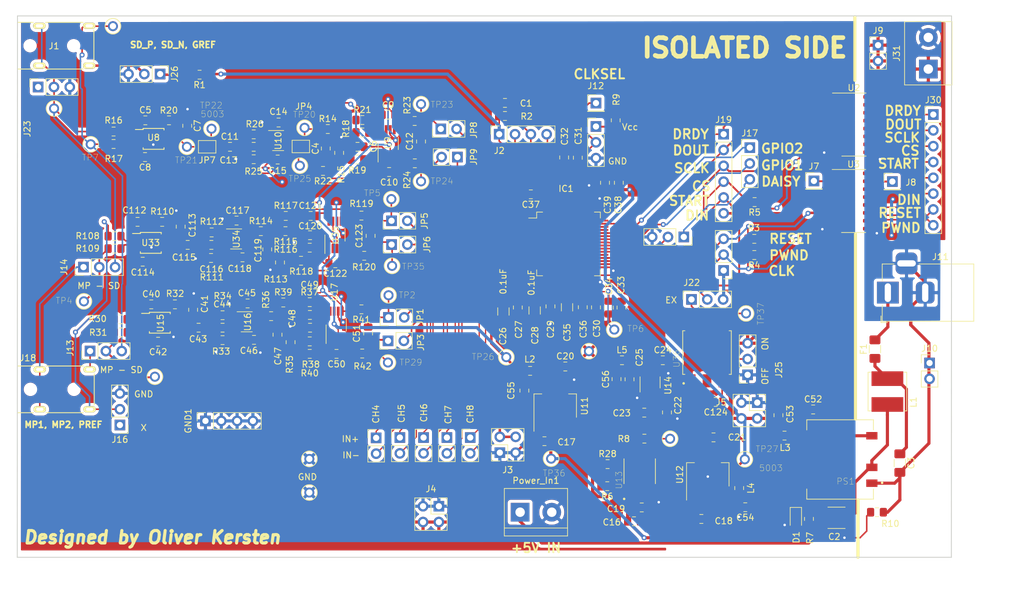
<source format=kicad_pcb>
(kicad_pcb (version 20171130) (host pcbnew "(5.1.4)-1")
  (layers (0 F.Cu signal) (31 B.Cu signal) (34 B.Paste user) (35 F.Paste user) (36 B.SilkS user) (37 F.SilkS user) (38 B.Mask user) (39 F.Mask user) (44 Edge.Cuts user))
  (net 0 "")
  (net 1 RLDINV)
  (net 2 RLDOUT1)
  (net 3 +5V)
  (net 4 "Net-(C2-Pad2)")
  (net 5 "Net-(C3-Pad1)")
  (net 6 "Net-(C4-Pad2)")
  (net 7 "Net-(C4-Pad1)")
  (net 8 "Net-(C5-Pad2)")
  (net 9 "Net-(C5-Pad1)")
  (net 10 DGND)
  (net 11 "Net-(C6-Pad1)")
  (net 12 +2V5)
  (net 13 -2V5)
  (net 14 "Net-(C9-Pad1)")
  (net 15 "Net-(C9-Pad2)")
  (net 16 "Net-(C10-Pad2)")
  (net 17 "Net-(C10-Pad1)")
  (net 18 "Net-(C11-Pad2)")
  (net 19 "Net-(C11-Pad1)")
  (net 20 "Net-(C12-Pad2)")
  (net 21 "Net-(C12-Pad1)")
  (net 22 "Net-(C13-Pad2)")
  (net 23 "Net-(C19-Pad2)")
  (net 24 "Net-(C19-Pad1)")
  (net 25 +3_3V)
  (net 26 "Net-(C22-Pad1)")
  (net 27 "Net-(C24-Pad1)")
  (net 28 VCAP4_1)
  (net 29 VCAP3_1)
  (net 30 VCAP2_1)
  (net 31 VCAP1_1)
  (net 32 WTC_1)
  (net 33 "Net-(C40-Pad2)")
  (net 34 "Net-(C40-Pad1)")
  (net 35 "Net-(C43-Pad1)")
  (net 36 "Net-(C43-Pad2)")
  (net 37 "Net-(C44-Pad2)")
  (net 38 "Net-(C47-Pad2)")
  (net 39 "Net-(C47-Pad1)")
  (net 40 "Net-(C48-Pad1)")
  (net 41 "Net-(C49-Pad1)")
  (net 42 "Net-(C49-Pad2)")
  (net 43 "Net-(C50-Pad2)")
  (net 44 "Net-(C50-Pad1)")
  (net 45 "Net-(C112-Pad2)")
  (net 46 "Net-(C112-Pad1)")
  (net 47 "Net-(C115-Pad2)")
  (net 48 "Net-(C115-Pad1)")
  (net 49 "Net-(C116-Pad2)")
  (net 50 "Net-(C119-Pad1)")
  (net 51 "Net-(C119-Pad2)")
  (net 52 "Net-(C120-Pad1)")
  (net 53 "Net-(C121-Pad1)")
  (net 54 "Net-(C121-Pad2)")
  (net 55 "Net-(C122-Pad1)")
  (net 56 "Net-(C122-Pad2)")
  (net 57 "Net-(F1-Pad2)")
  (net 58 IN8N)
  (net 59 IN8P)
  (net 60 IN7N)
  (net 61 IN7P)
  (net 62 IN6N)
  (net 63 IN6P)
  (net 64 IN5N)
  (net 65 IN5P)
  (net 66 IN4N)
  (net 67 IN4P)
  (net 68 IN3N)
  (net 69 IN3P)
  (net 70 IN2N)
  (net 71 IN2P)
  (net 72 IN1N)
  (net 73 IN1P)
  (net 74 DIN)
  (net 75 PWDN)
  (net 76 RESET)
  (net 77 CLK)
  (net 78 START)
  (net 79 CS)
  (net 80 "Net-(IC1-Pad41)")
  (net 81 GPIO_1)
  (net 82 DOUT)
  (net 83 GPIO_2)
  (net 84 DRDY)
  (net 85 CLKSEL)
  (net 86 RLD_REF1)
  (net 87 RLDIN1)
  (net 88 "Net-(J1-Pad1)")
  (net 89 DAISY_CON_1)
  (net 90 SCLK)
  (net 91 PREF)
  (net 92 "Net-(JP4-Pad2)")
  (net 93 "/Alternative Desing 1.3/low_pass_out")
  (net 94 "Net-(JP7-Pad1)")
  (net 95 "Net-(R16-Pad1)")
  (net 96 "Net-(R17-Pad1)")
  (net 97 "Net-(R20-Pad1)")
  (net 98 "Net-(R28-Pad2)")
  (net 99 "Net-(R30-Pad1)")
  (net 100 "Net-(R31-Pad1)")
  (net 101 "Net-(R32-Pad1)")
  (net 102 "Net-(R34-Pad1)")
  (net 103 "Net-(R108-Pad1)")
  (net 104 "Net-(R109-Pad1)")
  (net 105 "Net-(R110-Pad1)")
  (net 106 "Net-(R112-Pad1)")
  (net 107 "Net-(IC1-Pad37)")
  (net 108 "Net-(J24-Pad1)")
  (net 109 "Net-(J25-Pad2)")
  (net 110 "Net-(R6-Pad2)")
  (net 111 CHA_SD_N)
  (net 112 CHA_SD)
  (net 113 CHC_MP)
  (net 114 CHB_MP)
  (net 115 "/Input two/IN+3")
  (net 116 /sheet5DE654DA/IN+3)
  (net 117 GNDA)
  (net 118 ISO_DRDY)
  (net 119 ISO_SCLK)
  (net 120 ISO_CS)
  (net 121 ISO_DIN)
  (net 122 ISO_RESET)
  (net 123 ISO_START)
  (net 124 ISO_DOUT)
  (net 125 +3V3)
  (net 126 ISO_PWDN)
  (net 127 "/Power supply circuit/Power_IN")
  (net 128 "Net-(C20-Pad1)")
  (net 129 "Net-(C21-Pad1)")
  (net 130 "Net-(C25-Pad1)")
  (net 131 "Net-(D1-Pad1)")
  (net 132 "Net-(C51-Pad2)")
  (net 133 "Net-(C51-Pad1)")
  (net 134 "Net-(C123-Pad1)")
  (net 135 "Net-(C123-Pad2)")
  (net 136 "Net-(J7-Pad1)")
  (net 137 "Net-(J8-Pad1)")
  (net 138 "/ADS1298 AFE in DUE out/EX_CLK_SIG")
  (net 139 "Net-(J26-Pad1)")
  (net 140 "Net-(C35-Pad1)")
  (module Connector_PinHeader_2.54mm:PinHeader_1x03_P2.54mm_Vertical (layer F.Cu) (at 48.94 62.4 270)
    (fp_text reference J26 (at 0 -2.33 90) (layer F.SilkS))
    (fp_text value Conn_01x03)
    (pad 3 thru_hole oval (at 0 5.08 270) (size 1.7 1.7) (drill 1) (layers *.Cu *.Mask) (net 10 DGND))
    (pad 2 thru_hole oval (at 0 2.54 270) (size 1.7 1.7) (drill 1) (layers *.Cu *.Mask) (net 88 "Net-(J1-Pad1)"))
    (pad 1 thru_hole rect (at 0 0 270) (size 1.7 1.7) (drill 1) (layers *.Cu *.Mask) (net 139 "Net-(J26-Pad1)"))
  )
  (module Connector_PinSocket_2.54mm:PinSocket_1x04_P2.54mm_Vertical (layer F.Cu) (at 56.22 118.1 90)
    (fp_text reference GND1 (at 0 -2.77 90) (layer F.SilkS))
    (fp_text value Conn_02x02_Counter_Clockwise)
    (pad 1 thru_hole rect (at 0 0 90) (size 1.7 1.7) (drill 1) (layers *.Cu *.Mask) (net 10 DGND))
    (pad 2 thru_hole oval (at 0 2.54 90) (size 1.7 1.7) (drill 1) (layers *.Cu *.Mask) (net 10 DGND))
    (pad 3 thru_hole oval (at 0 5.08 90) (size 1.7 1.7) (drill 1) (layers *.Cu *.Mask) (net 10 DGND))
    (pad 4 thru_hole oval (at 0 7.62 90) (size 1.7 1.7) (drill 1) (layers *.Cu *.Mask) (net 10 DGND))
  )
  (module Connector_PinSocket_2.54mm:PinSocket_1x04_P2.54mm_Vertical (layer F.Cu) (at 103.39 72.06 90)
    (fp_text reference J2 (at -2.64 0.01 180) (layer F.SilkS))
    (fp_text value Conn_01x04)
    (pad 1 thru_hole rect (at 0 0 90) (size 1.7 1.7) (drill 1) (layers *.Cu *.Mask) (net 2 RLDOUT1))
    (pad 2 thru_hole oval (at 0 2.54 90) (size 1.7 1.7) (drill 1) (layers *.Cu *.Mask) (net 87 RLDIN1))
    (pad 3 thru_hole oval (at 0 5.08 90) (size 1.7 1.7) (drill 1) (layers *.Cu *.Mask) (net 1 RLDINV))
    (pad 4 thru_hole oval (at 0 7.62 90) (size 1.7 1.7) (drill 1) (layers *.Cu *.Mask) (net 86 RLD_REF1))
  )
  (module Connector_PinSocket_2.54mm:PinSocket_2x02_P2.54mm_Vertical (layer F.Cu) (at 103.49 123.2 180)
    (fp_text reference J3 (at -1.27 -2.77) (layer F.SilkS))
    (fp_text value Conn_02x02_Counter_Clockwise)
    (pad 1 thru_hole rect (at 0 0 180) (size 1.7 1.7) (drill 1) (layers *.Cu *.Mask) (net 10 DGND))
    (pad 2 thru_hole oval (at -2.54 0 180) (size 1.7 1.7) (drill 1) (layers *.Cu *.Mask) (net 10 DGND))
    (pad 3 thru_hole oval (at 0 2.54 180) (size 1.7 1.7) (drill 1) (layers *.Cu *.Mask) (net 12 +2V5))
    (pad 4 thru_hole oval (at -2.54 2.54 180) (size 1.7 1.7) (drill 1) (layers *.Cu *.Mask) (net 12 +2V5))
  )
  (module Connector_PinSocket_2.54mm:PinSocket_2x02_P2.54mm_Vertical (layer F.Cu) (at 93.7 131.8)
    (fp_text reference J4 (at -1.27 -2.77) (layer F.SilkS))
    (fp_text value Conn_02x02_Counter_Clockwise)
    (pad 1 thru_hole rect (at 0 0) (size 1.7 1.7) (drill 1) (layers *.Cu *.Mask) (net 10 DGND))
    (pad 2 thru_hole oval (at -2.54 0) (size 1.7 1.7) (drill 1) (layers *.Cu *.Mask) (net 10 DGND))
    (pad 3 thru_hole oval (at 0 2.54) (size 1.7 1.7) (drill 1) (layers *.Cu *.Mask) (net 13 -2V5))
    (pad 4 thru_hole oval (at -2.54 2.54) (size 1.7 1.7) (drill 1) (layers *.Cu *.Mask) (net 13 -2V5))
  )
  (module Connector_PinSocket_2.54mm:PinSocket_1x03_P2.54mm_Vertical (layer F.Cu) (at 134.27 98.59 90)
    (fp_text reference J22 (at 2.69 0.03 180) (layer F.SilkS))
    (fp_text value Conn_01x03)
    (pad 1 thru_hole rect (at 0 0 90) (size 1.7 1.7) (drill 1) (layers *.Cu *.Mask) (net 138 "/ADS1298 AFE in DUE out/EX_CLK_SIG"))
    (pad 2 thru_hole oval (at 0 2.54 90) (size 1.7 1.7) (drill 1) (layers *.Cu *.Mask) (net 107 "Net-(IC1-Pad37)"))
    (pad 3 thru_hole oval (at 0 5.08 90) (size 1.7 1.7) (drill 1) (layers *.Cu *.Mask) (net 77 CLK))
  )
  (module Connector_PinSocket_2.54mm:PinSocket_1x03_P2.54mm_Vertical (layer F.Cu) (at 143.28 110.7 180)
    (fp_text reference J25 (at -5.02 0.8 270) (layer F.SilkS))
    (fp_text value Conn_01x03)
    (pad 3 thru_hole oval (at 0 5.08 180) (size 1.7 1.7) (drill 1) (layers *.Cu *.Mask) (net 25 +3_3V))
    (pad 2 thru_hole oval (at 0 2.54 180) (size 1.7 1.7) (drill 1) (layers *.Cu *.Mask) (net 109 "Net-(J25-Pad2)"))
    (pad 1 thru_hole rect (at 0 0 180) (size 1.7 1.7) (drill 1) (layers *.Cu *.Mask) (net 10 DGND))
  )
  (module Connector_PinHeader_2.54mm:PinHeader_1x02_P2.54mm_Vertical (layer F.Cu) (at 172.5 108.8)
    (fp_text reference J10 (at 0 -2.33) (layer F.SilkS))
    (fp_text value Conn_01x02)
    (pad 2 thru_hole oval (at 0 2.54) (size 1.7 1.7) (drill 1) (layers *.Cu *.Mask) (net 117 GNDA))
    (pad 1 thru_hole rect (at 0 0) (size 1.7 1.7) (drill 1) (layers *.Cu *.Mask) (net 117 GNDA))
  )
  (module Connector_PinHeader_2.54mm:PinHeader_1x02_P2.54mm_Vertical (layer F.Cu) (at 164.23 57.76)
    (fp_text reference J9 (at 0 -2.33) (layer F.SilkS))
    (fp_text value Conn_01x02)
    (pad 2 thru_hole oval (at 0 2.54) (size 1.7 1.7) (drill 1) (layers *.Cu *.Mask) (net 125 +3V3))
    (pad 1 thru_hole rect (at 0 0) (size 1.7 1.7) (drill 1) (layers *.Cu *.Mask) (net 125 +3V3))
  )
  (module Connector_PinHeader_2.54mm:PinHeader_1x01_P2.54mm_Vertical (layer F.Cu) (at 166.53 79.66)
    (fp_text reference J8 (at 2.97 0.14) (layer F.SilkS))
    (fp_text value Conn_01x01)
    (pad 1 thru_hole rect (at 0 0) (size 1.7 1.7) (drill 1) (layers *.Cu *.Mask) (net 137 "Net-(J8-Pad1)"))
  )
  (module Connector_PinHeader_2.54mm:PinHeader_1x01_P2.54mm_Vertical (layer F.Cu) (at 153.93 79.56)
    (fp_text reference J7 (at 0 -2.33) (layer F.SilkS))
    (fp_text value Conn_01x01)
    (pad 1 thru_hole rect (at 0 0) (size 1.7 1.7) (drill 1) (layers *.Cu *.Mask) (net 136 "Net-(J7-Pad1)"))
  )
  (module Capacitor_SMD:C_0805_2012Metric_Pad1.15x1.40mm_HandSolder (layer F.Cu) (at 142.905 131.96 180)
    (fp_text reference C54 (at 0 -1.65) (layer F.SilkS))
    (fp_text value 10uF)
    (pad 2 smd roundrect (at 1.025 0 180) (size 1.15 1.4) (layers F.Cu F.Paste F.Mask) (roundrect_rratio 0.217391) (net 10 DGND))
    (pad 1 smd roundrect (at -1.025 0 180) (size 1.15 1.4) (layers F.Cu F.Paste F.Mask) (roundrect_rratio 0.217391) (net 25 +3_3V))
  )
  (module Connector_PinHeader_2.54mm:PinHeader_1x08_P2.54mm_Vertical (layer F.Cu) (at 173.1 68.9)
    (fp_text reference J30 (at 0 -2.33) (layer F.SilkS))
    (fp_text value Conn_01x08)
    (pad 1 thru_hole rect (at 0 0) (size 1.7 1.7) (drill 1) (layers *.Cu *.Mask) (net 118 ISO_DRDY))
    (pad 2 thru_hole oval (at 0 2.54) (size 1.7 1.7) (drill 1) (layers *.Cu *.Mask) (net 124 ISO_DOUT))
    (pad 3 thru_hole oval (at 0 5.08) (size 1.7 1.7) (drill 1) (layers *.Cu *.Mask) (net 119 ISO_SCLK))
    (pad 4 thru_hole oval (at 0 7.62) (size 1.7 1.7) (drill 1) (layers *.Cu *.Mask) (net 120 ISO_CS))
    (pad 5 thru_hole oval (at 0 10.16) (size 1.7 1.7) (drill 1) (layers *.Cu *.Mask) (net 123 ISO_START))
    (pad 6 thru_hole oval (at 0 12.7) (size 1.7 1.7) (drill 1) (layers *.Cu *.Mask) (net 121 ISO_DIN))
    (pad 7 thru_hole oval (at 0 15.24) (size 1.7 1.7) (drill 1) (layers *.Cu *.Mask) (net 122 ISO_RESET))
    (pad 8 thru_hole oval (at 0 17.78) (size 1.7 1.7) (drill 1) (layers *.Cu *.Mask) (net 126 ISO_PWDN))
  )
  (module Connector_PinHeader_2.54mm:PinHeader_1x02_P2.54mm_Vertical (layer F.Cu) (at 86.11 89.78 90)
    (fp_text reference JP6 (at 0 5.69 90) (layer F.SilkS))
    (fp_text value Jumper)
    (pad 2 thru_hole oval (at 0 2.54 90) (size 1.7 1.7) (drill 1) (layers *.Cu *.Mask) (net 70 IN2N))
    (pad 1 thru_hole rect (at 0 0 90) (size 1.7 1.7) (drill 1) (layers *.Cu *.Mask) (net 135 "Net-(C123-Pad2)"))
  )
  (module Connector_PinHeader_2.54mm:PinHeader_1x02_P2.54mm_Vertical (layer F.Cu) (at 85.54 105.24 90)
    (fp_text reference JP3 (at -0.26 5.26 90) (layer F.SilkS))
    (fp_text value Jumper)
    (pad 2 thru_hole oval (at 0 2.54 90) (size 1.7 1.7) (drill 1) (layers *.Cu *.Mask) (net 68 IN3N))
    (pad 1 thru_hole rect (at 0 0 90) (size 1.7 1.7) (drill 1) (layers *.Cu *.Mask) (net 132 "Net-(C51-Pad2)"))
  )
  (module Resistor_SMD:R_0805_2012Metric_Pad1.15x1.40mm_HandSolder (layer F.Cu) (at 71.565 92.38)
    (fp_text reference R118 (at 0.035 1.71) (layer F.SilkS))
    (fp_text value 11k)
    (pad 2 smd roundrect (at 1.025 0) (size 1.15 1.4) (layers F.Cu F.Paste F.Mask) (roundrect_rratio 0.217391) (net 55 "Net-(C122-Pad1)"))
    (pad 1 smd roundrect (at -1.025 0) (size 1.15 1.4) (layers F.Cu F.Paste F.Mask) (roundrect_rratio 0.217391) (net 50 "Net-(C119-Pad1)"))
  )
  (module footprints:keystone_PCB_TEST_PIN (layer F.Cu) (at 36.7 98.9)
    (fp_text reference TP4 (at -3.2 -0.1) (layer F.SilkS) (effects (font (size 1.0001 1.0001) (thickness 0.05))))
    (fp_text value 5003)
    (pad 1 thru_hole circle (at 0 0) (size 1.6 1.6) (drill 1.02) (layers *.Cu *.Mask) (net 116 /sheet5DE654DA/IN+3))
  )
  (module Package_SO:MSOP-8_3x3mm_P0.65mm (layer F.Cu) (at 48.89 102.33)
    (fp_text reference U15 (at 0.11 0.07 90) (layer F.SilkS))
    (fp_text value INA333AIDGKR)
    (pad 1 smd rect (at -2.2 -0.975) (size 1.45 0.45) (layers F.Cu F.Paste F.Mask) (net 34 "Net-(C40-Pad1)"))
    (pad 2 smd rect (at -2.2 -0.325) (size 1.45 0.45) (layers F.Cu F.Paste F.Mask) (net 99 "Net-(R30-Pad1)"))
    (pad 3 smd rect (at -2.2 0.325) (size 1.45 0.45) (layers F.Cu F.Paste F.Mask) (net 100 "Net-(R31-Pad1)"))
    (pad 4 smd rect (at -2.2 0.975) (size 1.45 0.45) (layers F.Cu F.Paste F.Mask) (net 13 -2V5))
    (pad 5 smd rect (at 2.2 0.975) (size 1.45 0.45) (layers F.Cu F.Paste F.Mask) (net 10 DGND))
    (pad 6 smd rect (at 2.2 0.325) (size 1.45 0.45) (layers F.Cu F.Paste F.Mask) (net 35 "Net-(C43-Pad1)"))
    (pad 7 smd rect (at 2.2 -0.325) (size 1.45 0.45) (layers F.Cu F.Paste F.Mask) (net 12 +2V5))
    (pad 8 smd rect (at 2.2 -0.975) (size 1.45 0.45) (layers F.Cu F.Paste F.Mask) (net 101 "Net-(R32-Pad1)"))
  )
  (module Package_SO:VSSOP-8_3.0x3.0mm_P0.65mm (layer F.Cu) (at 85.565 73.53 90)
    (fp_text reference U9 (at 0.1 -0.025 90) (layer F.SilkS))
    (fp_text value THS4521IDGKT)
    (pad 1 smd rect (at -2.2 -0.975) (size 0.45 1.45) (layers F.Cu F.Paste F.Mask) (net 16 "Net-(C10-Pad2)"))
    (pad 2 smd rect (at -2.2 -0.325) (size 0.45 1.45) (layers F.Cu F.Paste F.Mask) (net 11 "Net-(C6-Pad1)"))
    (pad 3 smd rect (at -2.2 0.325) (size 0.45 1.45) (layers F.Cu F.Paste F.Mask) (net 12 +2V5))
    (pad 4 smd rect (at -2.2 0.975) (size 0.45 1.45) (layers F.Cu F.Paste F.Mask) (net 17 "Net-(C10-Pad1)"))
    (pad 5 smd rect (at 2.2 0.975) (size 0.45 1.45) (layers F.Cu F.Paste F.Mask) (net 14 "Net-(C9-Pad1)"))
    (pad 6 smd rect (at 2.2 0.325) (size 0.45 1.45) (layers F.Cu F.Paste F.Mask) (net 13 -2V5))
    (pad 7 smd rect (at 2.2 -0.325) (size 0.45 1.45) (layers F.Cu F.Paste F.Mask) (net 12 +2V5))
    (pad 8 smd rect (at 2.2 -0.975) (size 0.45 1.45) (layers F.Cu F.Paste F.Mask) (net 15 "Net-(C9-Pad2)"))
  )
  (module footprints:keystone_PCB_TEST_PIN (layer F.Cu) (at 57.19 71.18)
    (fp_text reference TP22 (at -0.05 -3.75) (layer F.SilkS) (effects (font (size 1.0001 1.0001) (thickness 0.05))))
    (fp_text value 5003 (at 0.15 -2.35) (layer F.SilkS) (effects (font (size 1.00055 1.00055) (thickness 0.05))))
    (pad 1 thru_hole circle (at 0 0) (size 1.6 1.6) (drill 1.02) (layers *.Cu *.Mask) (net 19 "Net-(C11-Pad1)"))
  )
  (module Resistor_SMD:R_0805_2012Metric_Pad1.15x1.40mm_HandSolder (layer F.Cu) (at 81.265 85.13 180)
    (fp_text reference R119 (at -0.005 1.92 180) (layer F.SilkS))
    (fp_text value 50R)
    (pad 2 smd roundrect (at 1.025 0 180) (size 1.15 1.4) (layers F.Cu F.Paste F.Mask) (roundrect_rratio 0.217391) (net 53 "Net-(C121-Pad1)"))
    (pad 1 smd roundrect (at -1.025 0 180) (size 1.15 1.4) (layers F.Cu F.Paste F.Mask) (roundrect_rratio 0.217391) (net 134 "Net-(C123-Pad1)"))
  )
  (module footprints:keystone_PCB_TEST_PIN (layer F.Cu) (at 37.79 73.68)
    (fp_text reference TP7 (at -0.07 2.11) (layer F.SilkS) (effects (font (size 1.0001 1.0001) (thickness 0.05))))
    (fp_text value 5003)
    (pad 1 thru_hole circle (at 0 0) (size 1.6 1.6) (drill 1.02) (layers *.Cu *.Mask) (net 112 CHA_SD))
  )
  (module footprints:keystone_PCB_TEST_PIN (layer F.Cu) (at 53.24 74.08)
    (fp_text reference TP21 (at -0.1 2.15) (layer F.SilkS) (effects (font (size 1.0001 1.0001) (thickness 0.05))))
    (fp_text value 5003)
    (pad 1 thru_hole circle (at 0 0) (size 1.6 1.6) (drill 1.02) (layers *.Cu *.Mask) (net 94 "Net-(JP7-Pad1)"))
  )
  (module Package_TO_SOT_SMD:SOT-23-5 (layer F.Cu) (at 62.84 102.18)
    (fp_text reference U16 (at 0.16 0.02 90) (layer F.SilkS))
    (fp_text value OPA333xxDBV)
    (pad 1 smd rect (at -1.1 -0.95) (size 1.06 0.65) (layers F.Cu F.Paste F.Mask) (net 102 "Net-(R34-Pad1)"))
    (pad 2 smd rect (at -1.1 0) (size 1.06 0.65) (layers F.Cu F.Paste F.Mask) (net 13 -2V5))
    (pad 3 smd rect (at -1.1 0.95) (size 1.06 0.65) (layers F.Cu F.Paste F.Mask) (net 37 "Net-(C44-Pad2)"))
    (pad 4 smd rect (at 1.1 0.95) (size 1.06 0.65) (layers F.Cu F.Paste F.Mask) (net 102 "Net-(R34-Pad1)"))
    (pad 5 smd rect (at 1.1 -0.95) (size 1.06 0.65) (layers F.Cu F.Paste F.Mask) (net 12 +2V5))
  )
  (module Resistor_SMD:R_0805_2012Metric_Pad1.15x1.40mm_HandSolder (layer F.Cu) (at 81.715 91.58)
    (fp_text reference R120 (at -0.015 1.81) (layer F.SilkS))
    (fp_text value 50R)
    (pad 1 smd roundrect (at -1.025 0) (size 1.15 1.4) (layers F.Cu F.Paste F.Mask) (roundrect_rratio 0.217391) (net 55 "Net-(C122-Pad1)"))
    (pad 2 smd roundrect (at 1.025 0) (size 1.15 1.4) (layers F.Cu F.Paste F.Mask) (roundrect_rratio 0.217391) (net 135 "Net-(C123-Pad2)"))
  )
  (module Resistor_SMD:R_0805_2012Metric_Pad1.15x1.40mm_HandSolder (layer F.Cu) (at 72.965 90.28)
    (fp_text reference R116 (at -3.875 0.28) (layer F.SilkS))
    (fp_text value 5.6k)
    (pad 1 smd roundrect (at -1.025 0) (size 1.15 1.4) (layers F.Cu F.Paste F.Mask) (roundrect_rratio 0.217391) (net 50 "Net-(C119-Pad1)"))
    (pad 2 smd roundrect (at 1.025 0) (size 1.15 1.4) (layers F.Cu F.Paste F.Mask) (roundrect_rratio 0.217391) (net 56 "Net-(C122-Pad2)"))
  )
  (module Package_SO:MSOP-8_3x3mm_P0.65mm (layer F.Cu) (at 47.89 72.805)
    (fp_text reference U8 (at 0 -0.205) (layer F.SilkS))
    (fp_text value INA333AIDGKR)
    (pad 1 smd rect (at -2.2 -0.975) (size 1.45 0.45) (layers F.Cu F.Paste F.Mask) (net 9 "Net-(C5-Pad1)"))
    (pad 2 smd rect (at -2.2 -0.325) (size 1.45 0.45) (layers F.Cu F.Paste F.Mask) (net 95 "Net-(R16-Pad1)"))
    (pad 3 smd rect (at -2.2 0.325) (size 1.45 0.45) (layers F.Cu F.Paste F.Mask) (net 96 "Net-(R17-Pad1)"))
    (pad 4 smd rect (at -2.2 0.975) (size 1.45 0.45) (layers F.Cu F.Paste F.Mask) (net 13 -2V5))
    (pad 5 smd rect (at 2.2 0.975) (size 1.45 0.45) (layers F.Cu F.Paste F.Mask) (net 10 DGND))
    (pad 6 smd rect (at 2.2 0.325) (size 1.45 0.45) (layers F.Cu F.Paste F.Mask) (net 94 "Net-(JP7-Pad1)"))
    (pad 7 smd rect (at 2.2 -0.325) (size 1.45 0.45) (layers F.Cu F.Paste F.Mask) (net 12 +2V5))
    (pad 8 smd rect (at 2.2 -0.975) (size 1.45 0.45) (layers F.Cu F.Paste F.Mask) (net 97 "Net-(R20-Pad1)"))
  )
  (module Package_SO:VSSOP-8_3.0x3.0mm_P0.65mm (layer F.Cu) (at 77.015 88.23 90)
    (fp_text reference U35 (at -0.05 0.075 90) (layer F.SilkS))
    (fp_text value THS4521IDGKT)
    (pad 1 smd rect (at -2.2 -0.975) (size 0.45 1.45) (layers F.Cu F.Paste F.Mask) (net 56 "Net-(C122-Pad2)"))
    (pad 2 smd rect (at -2.2 -0.325) (size 0.45 1.45) (layers F.Cu F.Paste F.Mask) (net 52 "Net-(C120-Pad1)"))
    (pad 3 smd rect (at -2.2 0.325) (size 0.45 1.45) (layers F.Cu F.Paste F.Mask) (net 12 +2V5))
    (pad 4 smd rect (at -2.2 0.975) (size 0.45 1.45) (layers F.Cu F.Paste F.Mask) (net 55 "Net-(C122-Pad1)"))
    (pad 5 smd rect (at 2.2 0.975) (size 0.45 1.45) (layers F.Cu F.Paste F.Mask) (net 53 "Net-(C121-Pad1)"))
    (pad 6 smd rect (at 2.2 0.325) (size 0.45 1.45) (layers F.Cu F.Paste F.Mask) (net 13 -2V5))
    (pad 7 smd rect (at 2.2 -0.325) (size 0.45 1.45) (layers F.Cu F.Paste F.Mask) (net 12 +2V5))
    (pad 8 smd rect (at 2.2 -0.975) (size 0.45 1.45) (layers F.Cu F.Paste F.Mask) (net 54 "Net-(C121-Pad2)"))
  )
  (module Connector_PinSocket_2.54mm:PinSocket_1x03_P2.54mm_Vertical (layer F.Cu) (at 29.35 64.48 90)
    (fp_text reference J23 (at -6.72 -1.75 90) (layer F.SilkS))
    (fp_text value Conn_01x03)
    (pad 1 thru_hole rect (at 0 0 90) (size 1.7 1.7) (drill 1) (layers *.Cu *.Mask))
    (pad 2 thru_hole oval (at 0 2.54 90) (size 1.7 1.7) (drill 1) (layers *.Cu *.Mask) (net 111 CHA_SD_N))
    (pad 3 thru_hole oval (at 0 5.08 90) (size 1.7 1.7) (drill 1) (layers *.Cu *.Mask) (net 10 DGND))
  )
  (module Resistor_SMD:R_0805_2012Metric_Pad1.15x1.40mm_HandSolder (layer F.Cu) (at 69.115 85.18)
    (fp_text reference R117 (at 0 -1.66) (layer F.SilkS))
    (fp_text value 11k)
    (pad 2 smd roundrect (at 1.025 0) (size 1.15 1.4) (layers F.Cu F.Paste F.Mask) (roundrect_rratio 0.217391) (net 53 "Net-(C121-Pad1)"))
    (pad 1 smd roundrect (at -1.025 0) (size 1.15 1.4) (layers F.Cu F.Paste F.Mask) (roundrect_rratio 0.217391) (net 51 "Net-(C119-Pad2)"))
  )
  (module Package_SO:MSOP-8_3x3mm_P0.65mm (layer F.Cu) (at 47.44 89.505)
    (fp_text reference U33 (at -0.01 -0.015) (layer F.SilkS))
    (fp_text value INA333AIDGKR)
    (pad 8 smd rect (at 2.2 -0.975) (size 1.45 0.45) (layers F.Cu F.Paste F.Mask) (net 105 "Net-(R110-Pad1)"))
    (pad 7 smd rect (at 2.2 -0.325) (size 1.45 0.45) (layers F.Cu F.Paste F.Mask) (net 12 +2V5))
    (pad 6 smd rect (at 2.2 0.325) (size 1.45 0.45) (layers F.Cu F.Paste F.Mask) (net 48 "Net-(C115-Pad1)"))
    (pad 5 smd rect (at 2.2 0.975) (size 1.45 0.45) (layers F.Cu F.Paste F.Mask) (net 10 DGND))
    (pad 4 smd rect (at -2.2 0.975) (size 1.45 0.45) (layers F.Cu F.Paste F.Mask) (net 13 -2V5))
    (pad 3 smd rect (at -2.2 0.325) (size 1.45 0.45) (layers F.Cu F.Paste F.Mask) (net 104 "Net-(R109-Pad1)"))
    (pad 2 smd rect (at -2.2 -0.325) (size 1.45 0.45) (layers F.Cu F.Paste F.Mask) (net 103 "Net-(R108-Pad1)"))
    (pad 1 smd rect (at -2.2 -0.975) (size 1.45 0.45) (layers F.Cu F.Paste F.Mask) (net 46 "Net-(C112-Pad1)"))
  )
  (module Package_TO_SOT_SMD:SOT-23-5 (layer F.Cu) (at 61.14 88.88)
    (fp_text reference U34 (at 0.06 0.02 90) (layer F.SilkS))
    (fp_text value OPA333xxDBV)
    (pad 1 smd rect (at -1.1 -0.95) (size 1.06 0.65) (layers F.Cu F.Paste F.Mask) (net 106 "Net-(R112-Pad1)"))
    (pad 2 smd rect (at -1.1 0) (size 1.06 0.65) (layers F.Cu F.Paste F.Mask) (net 13 -2V5))
    (pad 3 smd rect (at -1.1 0.95) (size 1.06 0.65) (layers F.Cu F.Paste F.Mask) (net 49 "Net-(C116-Pad2)"))
    (pad 4 smd rect (at 1.1 0.95) (size 1.06 0.65) (layers F.Cu F.Paste F.Mask) (net 106 "Net-(R112-Pad1)"))
    (pad 5 smd rect (at 1.1 -0.95) (size 1.06 0.65) (layers F.Cu F.Paste F.Mask) (net 12 +2V5))
  )
  (module Package_SO:VSSOP-8_3.0x3.0mm_P0.65mm (layer F.Cu) (at 77.215 102.68 90)
    (fp_text reference U17 (at 5.25 -0.275 90) (layer F.SilkS))
    (fp_text value THS4521IDGKT)
    (pad 8 smd rect (at 2.2 -0.975) (size 0.45 1.45) (layers F.Cu F.Paste F.Mask) (net 42 "Net-(C49-Pad2)"))
    (pad 7 smd rect (at 2.2 -0.325) (size 0.45 1.45) (layers F.Cu F.Paste F.Mask) (net 12 +2V5))
    (pad 6 smd rect (at 2.2 0.325) (size 0.45 1.45) (layers F.Cu F.Paste F.Mask) (net 13 -2V5))
    (pad 5 smd rect (at 2.2 0.975) (size 0.45 1.45) (layers F.Cu F.Paste F.Mask) (net 41 "Net-(C49-Pad1)"))
    (pad 4 smd rect (at -2.2 0.975) (size 0.45 1.45) (layers F.Cu F.Paste F.Mask) (net 44 "Net-(C50-Pad1)"))
    (pad 3 smd rect (at -2.2 0.325) (size 0.45 1.45) (layers F.Cu F.Paste F.Mask) (net 12 +2V5))
    (pad 2 smd rect (at -2.2 -0.325) (size 0.45 1.45) (layers F.Cu F.Paste F.Mask) (net 40 "Net-(C48-Pad1)"))
    (pad 1 smd rect (at -2.2 -0.975) (size 0.45 1.45) (layers F.Cu F.Paste F.Mask) (net 43 "Net-(C50-Pad2)"))
  )
  (module Resistor_SMD:R_0805_2012Metric_Pad1.15x1.40mm_HandSolder (layer F.Cu) (at 69.065 87.63)
    (fp_text reference R115 (at 0.035 1.68) (layer F.SilkS))
    (fp_text value 5.6k)
    (pad 2 smd roundrect (at 1.025 0) (size 1.15 1.4) (layers F.Cu F.Paste F.Mask) (roundrect_rratio 0.217391) (net 54 "Net-(C121-Pad2)"))
    (pad 1 smd roundrect (at -1.025 0) (size 1.15 1.4) (layers F.Cu F.Paste F.Mask) (roundrect_rratio 0.217391) (net 51 "Net-(C119-Pad2)"))
  )
  (module Package_TO_SOT_SMD:SOT-23-5 (layer F.Cu) (at 67.89 73.08)
    (fp_text reference U10 (at 0.01 0.02 90) (layer F.SilkS))
    (fp_text value OPA333xxDBV)
    (pad 5 smd rect (at 1.1 -0.95) (size 1.06 0.65) (layers F.Cu F.Paste F.Mask) (net 12 +2V5))
    (pad 4 smd rect (at 1.1 0.95) (size 1.06 0.65) (layers F.Cu F.Paste F.Mask) (net 93 "/Alternative Desing 1.3/low_pass_out"))
    (pad 3 smd rect (at -1.1 0.95) (size 1.06 0.65) (layers F.Cu F.Paste F.Mask) (net 22 "Net-(C13-Pad2)"))
    (pad 2 smd rect (at -1.1 0) (size 1.06 0.65) (layers F.Cu F.Paste F.Mask) (net 13 -2V5))
    (pad 1 smd rect (at -1.1 -0.95) (size 1.06 0.65) (layers F.Cu F.Paste F.Mask) (net 93 "/Alternative Desing 1.3/low_pass_out"))
  )
  (module footprints:keystone_PCB_TEST_PIN (layer F.Cu) (at 48.1 111)
    (fp_text reference TP3)
    (fp_text value 5003)
    (pad 1 thru_hole circle (at 0 0) (size 1.6 1.6) (drill 1.02) (layers *.Cu *.Mask) (net 115 "/Input two/IN+3"))
  )
  (module footprints:keystone_PCB_TEST_PIN (layer F.Cu) (at 31.91 67.93)
    (fp_text reference TP12)
    (fp_text value 5003)
    (pad 1 thru_hole circle (at 0 0) (size 1.6 1.6) (drill 1.02) (layers *.Cu *.Mask) (net 111 CHA_SD_N))
  )
  (module footprints:keystone_PCB_TEST_PIN (layer F.Cu) (at 72.14 71.03)
    (fp_text reference TP20 (at -0.04 -2.13) (layer F.SilkS) (effects (font (size 1.0001 1.0001) (thickness 0.05))))
    (fp_text value 5003)
    (pad 1 thru_hole circle (at 0 0) (size 1.6 1.6) (drill 1.02) (layers *.Cu *.Mask) (net 92 "Net-(JP4-Pad2)"))
  )
  (module footprints:keystone_PCB_TEST_PIN (layer F.Cu) (at 90.84 67.23)
    (fp_text reference TP23 (at 3.36 0.07) (layer F.SilkS) (effects (font (size 1.0001 1.0001) (thickness 0.05))))
    (fp_text value 5003)
    (pad 1 thru_hole circle (at 0 0) (size 1.6 1.6) (drill 1.02) (layers *.Cu *.Mask) (net 21 "Net-(C12-Pad1)"))
  )
  (module footprints:keystone_PCB_TEST_PIN (layer F.Cu) (at 85.52 108.72)
    (fp_text reference TP29 (at 3.68 -0.02) (layer F.SilkS) (effects (font (size 1.0001 1.0001) (thickness 0.05))))
    (fp_text value 5003)
    (pad 1 thru_hole circle (at 0 0) (size 1.6 1.6) (drill 1.02) (layers *.Cu *.Mask) (net 132 "Net-(C51-Pad2)"))
  )
  (module footprints:keystone_PCB_TEST_PIN (layer F.Cu) (at 71.38 77.12)
    (fp_text reference TP25 (at 0 2.08) (layer F.SilkS) (effects (font (size 1.0001 1.0001) (thickness 0.05))))
    (fp_text value 5003)
    (pad 1 thru_hole circle (at 0 0) (size 1.6 1.6) (drill 1.02) (layers *.Cu *.Mask) (net 93 "/Alternative Desing 1.3/low_pass_out"))
  )
  (module footprints:keystone_PCB_TEST_PIN (layer F.Cu) (at 86.19 93.2)
    (fp_text reference TP35 (at 3.41 0.1) (layer F.SilkS) (effects (font (size 1.0001 1.0001) (thickness 0.05))))
    (fp_text value 5003)
    (pad 1 thru_hole circle (at 0 0) (size 1.6 1.6) (drill 1.02) (layers *.Cu *.Mask) (net 135 "Net-(C123-Pad2)"))
  )
  (module footprints:keystone_PCB_TEST_PIN (layer F.Cu) (at 90.84 79.63)
    (fp_text reference TP24 (at 3.36 -0.03) (layer F.SilkS) (effects (font (size 1.0001 1.0001) (thickness 0.05))))
    (fp_text value 5003)
    (pad 1 thru_hole circle (at 0 0) (size 1.6 1.6) (drill 1.02) (layers *.Cu *.Mask) (net 20 "Net-(C12-Pad2)"))
  )
  (module Connector_PinHeader_2.54mm:PinHeader_1x03_P2.54mm_Vertical (layer F.Cu) (at 42.48 118.76 180)
    (fp_text reference J16 (at 0 -2.33) (layer F.SilkS))
    (fp_text value Conn_01x03)
    (pad 1 thru_hole rect (at 0 0 180) (size 1.7 1.7) (drill 1) (layers *.Cu *.Mask))
    (pad 2 thru_hole oval (at 0 2.54 180) (size 1.7 1.7) (drill 1) (layers *.Cu *.Mask) (net 91 PREF))
    (pad 3 thru_hole oval (at 0 5.08 180) (size 1.7 1.7) (drill 1) (layers *.Cu *.Mask) (net 10 DGND))
  )
  (module Capacitor_SMD:C_0805_2012Metric_Pad1.15x1.40mm_HandSolder (layer F.Cu) (at 104.315 67.03)
    (fp_text reference C1 (at 3.385 0.07) (layer F.SilkS))
    (fp_text value 1M)
    (pad 2 smd roundrect (at 1.025 0) (size 1.15 1.4) (layers F.Cu F.Paste F.Mask) (roundrect_rratio 0.217391) (net 1 RLDINV))
    (pad 1 smd roundrect (at -1.025 0) (size 1.15 1.4) (layers F.Cu F.Paste F.Mask) (roundrect_rratio 0.217391) (net 2 RLDOUT1))
  )
  (module Capacitor_SMD:C_0805_2012Metric_Pad1.15x1.40mm_HandSolder (layer F.Cu) (at 75.54 74.355 90)
    (fp_text reference C4 (at 0 -1.65 90) (layer F.SilkS))
    (fp_text value 47nF)
    (pad 2 smd roundrect (at 1.025 0 90) (size 1.15 1.4) (layers F.Cu F.Paste F.Mask) (roundrect_rratio 0.217391) (net 6 "Net-(C4-Pad2)"))
    (pad 1 smd roundrect (at -1.025 0 90) (size 1.15 1.4) (layers F.Cu F.Paste F.Mask) (roundrect_rratio 0.217391) (net 7 "Net-(C4-Pad1)"))
  )
  (module Capacitor_SMD:C_0805_2012Metric_Pad1.15x1.40mm_HandSolder (layer F.Cu) (at 46.565 69.83)
    (fp_text reference C5 (at 0 -1.65) (layer F.SilkS))
    (fp_text value 4.7uF)
    (pad 2 smd roundrect (at 1.025 0) (size 1.15 1.4) (layers F.Cu F.Paste F.Mask) (roundrect_rratio 0.217391) (net 8 "Net-(C5-Pad2)"))
    (pad 1 smd roundrect (at -1.025 0) (size 1.15 1.4) (layers F.Cu F.Paste F.Mask) (roundrect_rratio 0.217391) (net 9 "Net-(C5-Pad1)"))
  )
  (module "audio and red connector:MX387GL" (layer F.Cu) (at 23.55 57.85 90)
    (fp_text reference J1 (at -0.05 8.35 180) (layer F.SilkS))
    (fp_text value AUDIO_JACK_By_OLIVER hide)
    (pad "" np_thru_hole circle (at 0 4.5 90) (size 1.15 1.15) (drill 1.15) (layers *.Cu *.Mask))
    (pad "" np_thru_hole circle (at 0 11.5 90) (size 1.15 1.15) (drill 1.15) (layers *.Cu *.Mask))
    (pad 2 thru_hole oval (at -3.2 6 90) (size 1 2) (drill oval 0.5 1.2) (layers *.Cu *.Mask F.SilkS) (net 111 CHA_SD_N))
    (pad 1 thru_hole oval (at -3.2 14 90) (size 1 2) (drill oval 0.5 1.2) (layers *.Cu *.Mask F.SilkS) (net 88 "Net-(J1-Pad1)"))
    (pad 2 thru_hole oval (at 3.2 6 90) (size 1 2) (drill oval 0.5 1.2) (layers *.Cu *.Mask F.SilkS) (net 111 CHA_SD_N))
    (pad 3 thru_hole oval (at 3.2 14 90) (size 1 2) (drill oval 0.5 1.2) (layers *.Cu *.Mask F.SilkS) (net 112 CHA_SD))
  )
  (module Capacitor_SMD:C_0805_2012Metric_Pad1.15x1.40mm_HandSolder (layer F.Cu) (at 80.64 74.08 180)
    (fp_text reference C6 (at -2.55 0.06 270) (layer F.SilkS))
    (fp_text value 220nF)
    (pad 2 smd roundrect (at 1.025 0 180) (size 1.15 1.4) (layers F.Cu F.Paste F.Mask) (roundrect_rratio 0.217391) (net 10 DGND))
    (pad 1 smd roundrect (at -1.025 0 180) (size 1.15 1.4) (layers F.Cu F.Paste F.Mask) (roundrect_rratio 0.217391) (net 11 "Net-(C6-Pad1)"))
  )
  (module Capacitor_SMD:C_0805_2012Metric_Pad1.15x1.40mm_HandSolder (layer F.Cu) (at 53.29 70.705 270)
    (fp_text reference C7 (at 0 -1.65 270) (layer F.SilkS))
    (fp_text value 100n)
    (pad 2 smd roundrect (at 1.025 0 270) (size 1.15 1.4) (layers F.Cu F.Paste F.Mask) (roundrect_rratio 0.217391) (net 12 +2V5))
    (pad 1 smd roundrect (at -1.025 0 270) (size 1.15 1.4) (layers F.Cu F.Paste F.Mask) (roundrect_rratio 0.217391) (net 10 DGND))
  )
  (module Capacitor_SMD:C_0805_2012Metric_Pad1.15x1.40mm_HandSolder (layer F.Cu) (at 46.515 75.73 180)
    (fp_text reference C8 (at 0 -1.65 180) (layer F.SilkS))
    (fp_text value 100n)
    (pad 2 smd roundrect (at 1.025 0 180) (size 1.15 1.4) (layers F.Cu F.Paste F.Mask) (roundrect_rratio 0.217391) (net 13 -2V5))
    (pad 1 smd roundrect (at -1.025 0 180) (size 1.15 1.4) (layers F.Cu F.Paste F.Mask) (roundrect_rratio 0.217391) (net 10 DGND))
  )
  (module Capacitor_SMD:C_0805_2012Metric_Pad1.15x1.40mm_HandSolder (layer F.Cu) (at 90.84 73.23 270)
    (fp_text reference C12 (at -0.03 1.84 270) (layer F.SilkS))
    (fp_text value 33nF)
    (pad 2 smd roundrect (at 1.025 0 270) (size 1.15 1.4) (layers F.Cu F.Paste F.Mask) (roundrect_rratio 0.217391) (net 20 "Net-(C12-Pad2)"))
    (pad 1 smd roundrect (at -1.025 0 270) (size 1.15 1.4) (layers F.Cu F.Paste F.Mask) (roundrect_rratio 0.217391) (net 21 "Net-(C12-Pad1)"))
  )
  (module Capacitor_SMD:C_0805_2012Metric_Pad1.15x1.40mm_HandSolder (layer F.Cu) (at 85.615 68.93 180)
    (fp_text reference C9 (at 0.055 1.56 180) (layer F.SilkS))
    (fp_text value 2.2nF)
    (pad 1 smd roundrect (at -1.025 0 180) (size 1.15 1.4) (layers F.Cu F.Paste F.Mask) (roundrect_rratio 0.217391) (net 14 "Net-(C9-Pad1)"))
    (pad 2 smd roundrect (at 1.025 0 180) (size 1.15 1.4) (layers F.Cu F.Paste F.Mask) (roundrect_rratio 0.217391) (net 15 "Net-(C9-Pad2)"))
  )
  (module Capacitor_SMD:C_0805_2012Metric_Pad1.15x1.40mm_HandSolder (layer F.Cu) (at 67.965 70.18 180)
    (fp_text reference C14 (at 0.025 1.75 180) (layer F.SilkS))
    (fp_text value 100n)
    (pad 2 smd roundrect (at 1.025 0 180) (size 1.15 1.4) (layers F.Cu F.Paste F.Mask) (roundrect_rratio 0.217391) (net 10 DGND))
    (pad 1 smd roundrect (at -1.025 0 180) (size 1.15 1.4) (layers F.Cu F.Paste F.Mask) (roundrect_rratio 0.217391) (net 12 +2V5))
  )
  (module Capacitor_SMD:C_0805_2012Metric_Pad1.15x1.40mm_HandSolder (layer F.Cu) (at 60.165 74.08)
    (fp_text reference C11 (at -0.025 -1.65) (layer F.SilkS))
    (fp_text value 100nF)
    (pad 2 smd roundrect (at 1.025 0) (size 1.15 1.4) (layers F.Cu F.Paste F.Mask) (roundrect_rratio 0.217391) (net 18 "Net-(C11-Pad2)"))
    (pad 1 smd roundrect (at -1.025 0) (size 1.15 1.4) (layers F.Cu F.Paste F.Mask) (roundrect_rratio 0.217391) (net 19 "Net-(C11-Pad1)"))
  )
  (module Capacitor_SMD:C_0805_2012Metric_Pad1.15x1.40mm_HandSolder (layer F.Cu) (at 63.965 74.08)
    (fp_text reference C13 (at -4.025 2.15) (layer F.SilkS))
    (fp_text value 100nF)
    (pad 1 smd roundrect (at -1.025 0) (size 1.15 1.4) (layers F.Cu F.Paste F.Mask) (roundrect_rratio 0.217391) (net 18 "Net-(C11-Pad2)"))
    (pad 2 smd roundrect (at 1.025 0) (size 1.15 1.4) (layers F.Cu F.Paste F.Mask) (roundrect_rratio 0.217391) (net 22 "Net-(C13-Pad2)"))
  )
  (module Capacitor_SMD:C_0805_2012Metric_Pad1.15x1.40mm_HandSolder (layer F.Cu) (at 67.815 76.13)
    (fp_text reference C15 (at 0 1.8) (layer F.SilkS))
    (fp_text value 100n)
    (pad 2 smd roundrect (at 1.025 0) (size 1.15 1.4) (layers F.Cu F.Paste F.Mask) (roundrect_rratio 0.217391) (net 10 DGND))
    (pad 1 smd roundrect (at -1.025 0) (size 1.15 1.4) (layers F.Cu F.Paste F.Mask) (roundrect_rratio 0.217391) (net 13 -2V5))
  )
  (module Capacitor_SMD:C_0805_2012Metric_Pad1.15x1.40mm_HandSolder (layer F.Cu) (at 85.715 78.13 180)
    (fp_text reference C10 (at 0 -1.65 180) (layer F.SilkS))
    (fp_text value 2.2nF)
    (pad 2 smd roundrect (at 1.025 0 180) (size 1.15 1.4) (layers F.Cu F.Paste F.Mask) (roundrect_rratio 0.217391) (net 16 "Net-(C10-Pad2)"))
    (pad 1 smd roundrect (at -1.025 0 180) (size 1.15 1.4) (layers F.Cu F.Paste F.Mask) (roundrect_rratio 0.217391) (net 17 "Net-(C10-Pad1)"))
  )
  (module Capacitor_SMD:C_0805_2012Metric_Pad1.15x1.40mm_HandSolder (layer F.Cu) (at 55.115 103.13)
    (fp_text reference C43 (at -0.075 1.82) (layer F.SilkS))
    (fp_text value 100nF)
    (pad 1 smd roundrect (at -1.025 0) (size 1.15 1.4) (layers F.Cu F.Paste F.Mask) (roundrect_rratio 0.217391) (net 35 "Net-(C43-Pad1)"))
    (pad 2 smd roundrect (at 1.025 0) (size 1.15 1.4) (layers F.Cu F.Paste F.Mask) (roundrect_rratio 0.217391) (net 36 "Net-(C43-Pad2)"))
  )
  (module Capacitor_SMD:C_0805_2012Metric_Pad1.15x1.40mm_HandSolder (layer F.Cu) (at 46.14 92.53 180)
    (fp_text reference C114 (at -0.01 -1.71 180) (layer F.SilkS))
    (fp_text value 100n)
    (pad 2 smd roundrect (at 1.025 0 180) (size 1.15 1.4) (layers F.Cu F.Paste F.Mask) (roundrect_rratio 0.217391) (net 13 -2V5))
    (pad 1 smd roundrect (at -1.025 0 180) (size 1.15 1.4) (layers F.Cu F.Paste F.Mask) (roundrect_rratio 0.217391) (net 10 DGND))
  )
  (module Capacitor_SMD:C_0805_2012Metric_Pad1.15x1.40mm_HandSolder (layer F.Cu) (at 72.965 99.03)
    (fp_text reference C49 (at -0.025 -2.8) (layer F.SilkS))
    (fp_text value 2.2n)
    (pad 1 smd roundrect (at -1.025 0) (size 1.15 1.4) (layers F.Cu F.Paste F.Mask) (roundrect_rratio 0.217391) (net 41 "Net-(C49-Pad1)"))
    (pad 2 smd roundrect (at 1.025 0) (size 1.15 1.4) (layers F.Cu F.Paste F.Mask) (roundrect_rratio 0.217391) (net 42 "Net-(C49-Pad2)"))
  )
  (module Capacitor_SMD:C_0805_2012Metric_Pad1.15x1.40mm_HandSolder (layer F.Cu) (at 48.615 105.38 180)
    (fp_text reference C42 (at 0 -1.65 180) (layer F.SilkS))
    (fp_text value 100n)
    (pad 1 smd roundrect (at -1.025 0 180) (size 1.15 1.4) (layers F.Cu F.Paste F.Mask) (roundrect_rratio 0.217391) (net 10 DGND))
    (pad 2 smd roundrect (at 1.025 0 180) (size 1.15 1.4) (layers F.Cu F.Paste F.Mask) (roundrect_rratio 0.217391) (net 13 -2V5))
  )
  (module Capacitor_SMD:C_0805_2012Metric_Pad1.15x1.40mm_HandSolder (layer F.Cu) (at 73.015 103.13 180)
    (fp_text reference C48 (at 2.875 1.5 270) (layer F.SilkS))
    (fp_text value 220nF)
    (pad 1 smd roundrect (at -1.025 0 180) (size 1.15 1.4) (layers F.Cu F.Paste F.Mask) (roundrect_rratio 0.217391) (net 40 "Net-(C48-Pad1)"))
    (pad 2 smd roundrect (at 1.025 0 180) (size 1.15 1.4) (layers F.Cu F.Paste F.Mask) (roundrect_rratio 0.217391) (net 10 DGND))
  )
  (module Capacitor_SMD:C_0805_2012Metric_Pad1.15x1.40mm_HandSolder (layer F.Cu) (at 64.015 105.08)
    (fp_text reference C46 (at -0.815 1.73) (layer F.SilkS))
    (fp_text value 100n)
    (pad 2 smd roundrect (at 1.025 0) (size 1.15 1.4) (layers F.Cu F.Paste F.Mask) (roundrect_rratio 0.217391) (net 10 DGND))
    (pad 1 smd roundrect (at -1.025 0) (size 1.15 1.4) (layers F.Cu F.Paste F.Mask) (roundrect_rratio 0.217391) (net 13 -2V5))
  )
  (module Capacitor_SMD:C_0805_2012Metric_Pad1.15x1.40mm_HandSolder (layer F.Cu) (at 52.24 86.905 270)
    (fp_text reference C113 (at -0.215 -1.87 270) (layer F.SilkS))
    (fp_text value 100n)
    (pad 1 smd roundrect (at -1.025 0 270) (size 1.15 1.4) (layers F.Cu F.Paste F.Mask) (roundrect_rratio 0.217391) (net 10 DGND))
    (pad 2 smd roundrect (at 1.025 0 270) (size 1.15 1.4) (layers F.Cu F.Paste F.Mask) (roundrect_rratio 0.217391) (net 12 +2V5))
  )
  (module Capacitor_SMD:C_0805_2012Metric_Pad1.15x1.40mm_HandSolder (layer F.Cu) (at 67.79 104.255 90)
    (fp_text reference C47 (at -3.445 0.08 90) (layer F.SilkS))
    (fp_text value 47n)
    (pad 2 smd roundrect (at 1.025 0 90) (size 1.15 1.4) (layers F.Cu F.Paste F.Mask) (roundrect_rratio 0.217391) (net 38 "Net-(C47-Pad2)"))
    (pad 1 smd roundrect (at -1.025 0 90) (size 1.15 1.4) (layers F.Cu F.Paste F.Mask) (roundrect_rratio 0.217391) (net 39 "Net-(C47-Pad1)"))
  )
  (module Capacitor_SMD:C_0805_2012Metric_Pad1.15x1.40mm_HandSolder (layer F.Cu) (at 58.965 103.13)
    (fp_text reference C44 (at -0.025 -3.78) (layer F.SilkS))
    (fp_text value 100nF)
    (pad 1 smd roundrect (at -1.025 0) (size 1.15 1.4) (layers F.Cu F.Paste F.Mask) (roundrect_rratio 0.217391) (net 36 "Net-(C43-Pad2)"))
    (pad 2 smd roundrect (at 1.025 0) (size 1.15 1.4) (layers F.Cu F.Paste F.Mask) (roundrect_rratio 0.217391) (net 37 "Net-(C44-Pad2)"))
  )
  (module Capacitor_SMD:C_0805_2012Metric_Pad1.15x1.40mm_HandSolder (layer F.Cu) (at 47.515 99.38)
    (fp_text reference C40 (at 0 -1.65) (layer F.SilkS))
    (fp_text value 4.7uF)
    (pad 2 smd roundrect (at 1.025 0) (size 1.15 1.4) (layers F.Cu F.Paste F.Mask) (roundrect_rratio 0.217391) (net 33 "Net-(C40-Pad2)"))
    (pad 1 smd roundrect (at -1.025 0) (size 1.15 1.4) (layers F.Cu F.Paste F.Mask) (roundrect_rratio 0.217391) (net 34 "Net-(C40-Pad1)"))
  )
  (module Capacitor_SMD:C_0805_2012Metric_Pad1.15x1.40mm_HandSolder (layer F.Cu) (at 62.99 99.23 180)
    (fp_text reference C45 (at 0.11 1.67 180) (layer F.SilkS))
    (fp_text value 100n)
    (pad 1 smd roundrect (at -1.025 0 180) (size 1.15 1.4) (layers F.Cu F.Paste F.Mask) (roundrect_rratio 0.217391) (net 12 +2V5))
    (pad 2 smd roundrect (at 1.025 0 180) (size 1.15 1.4) (layers F.Cu F.Paste F.Mask) (roundrect_rratio 0.217391) (net 10 DGND))
  )
  (module Capacitor_SMD:C_0805_2012Metric_Pad1.15x1.40mm_HandSolder (layer F.Cu) (at 82.34 104.055 270)
    (fp_text reference C51 (at 0 1.84 270) (layer F.SilkS))
    (fp_text value 33nF)
    (pad 2 smd roundrect (at 1.025 0 270) (size 1.15 1.4) (layers F.Cu F.Paste F.Mask) (roundrect_rratio 0.217391) (net 132 "Net-(C51-Pad2)"))
    (pad 1 smd roundrect (at -1.025 0 270) (size 1.15 1.4) (layers F.Cu F.Paste F.Mask) (roundrect_rratio 0.217391) (net 133 "Net-(C51-Pad1)"))
  )
  (module Capacitor_SMD:C_0805_2012Metric_Pad1.15x1.40mm_HandSolder (layer F.Cu) (at 45.315 86.13)
    (fp_text reference C112 (at -0.505 -1.86) (layer F.SilkS))
    (fp_text value 4.7uF)
    (pad 2 smd roundrect (at 1.025 0) (size 1.15 1.4) (layers F.Cu F.Paste F.Mask) (roundrect_rratio 0.217391) (net 45 "Net-(C112-Pad2)"))
    (pad 1 smd roundrect (at -1.025 0) (size 1.15 1.4) (layers F.Cu F.Paste F.Mask) (roundrect_rratio 0.217391) (net 46 "Net-(C112-Pad1)"))
  )
  (module Capacitor_SMD:C_0805_2012Metric_Pad1.15x1.40mm_HandSolder (layer F.Cu) (at 54.24 100.255 270)
    (fp_text reference C41 (at -0.955 -1.85 270) (layer F.SilkS))
    (fp_text value 100n)
    (pad 2 smd roundrect (at 1.025 0 270) (size 1.15 1.4) (layers F.Cu F.Paste F.Mask) (roundrect_rratio 0.217391) (net 12 +2V5))
    (pad 1 smd roundrect (at -1.025 0 270) (size 1.15 1.4) (layers F.Cu F.Paste F.Mask) (roundrect_rratio 0.217391) (net 10 DGND))
  )
  (module Capacitor_SMD:C_0805_2012Metric_Pad1.15x1.40mm_HandSolder (layer F.Cu) (at 77.265 107.33 180)
    (fp_text reference C50 (at 0 -1.65 180) (layer F.SilkS))
    (fp_text value 2.2nF)
    (pad 2 smd roundrect (at 1.025 0 180) (size 1.15 1.4) (layers F.Cu F.Paste F.Mask) (roundrect_rratio 0.217391) (net 43 "Net-(C50-Pad2)"))
    (pad 1 smd roundrect (at -1.025 0 180) (size 1.15 1.4) (layers F.Cu F.Paste F.Mask) (roundrect_rratio 0.217391) (net 44 "Net-(C50-Pad1)"))
  )
  (module Capacitor_SMD:C_0805_2012Metric_Pad1.15x1.40mm_HandSolder (layer F.Cu) (at 57.165 89.83)
    (fp_text reference C116 (at 0.025 3.89) (layer F.SilkS))
    (fp_text value 100nF)
    (pad 2 smd roundrect (at 1.025 0) (size 1.15 1.4) (layers F.Cu F.Paste F.Mask) (roundrect_rratio 0.217391) (net 49 "Net-(C116-Pad2)"))
    (pad 1 smd roundrect (at -1.025 0) (size 1.15 1.4) (layers F.Cu F.Paste F.Mask) (roundrect_rratio 0.217391) (net 47 "Net-(C115-Pad2)"))
  )
  (module Capacitor_SMD:C_0805_2012Metric_Pad1.15x1.40mm_HandSolder (layer F.Cu) (at 62.165 91.83)
    (fp_text reference C118 (at -0.445 1.82) (layer F.SilkS))
    (fp_text value 100n)
    (pad 1 smd roundrect (at -1.025 0) (size 1.15 1.4) (layers F.Cu F.Paste F.Mask) (roundrect_rratio 0.217391) (net 13 -2V5))
    (pad 2 smd roundrect (at 1.025 0) (size 1.15 1.4) (layers F.Cu F.Paste F.Mask) (roundrect_rratio 0.217391) (net 10 DGND))
  )
  (module Capacitor_SMD:C_0805_2012Metric_Pad1.15x1.40mm_HandSolder (layer F.Cu) (at 53.365 89.83)
    (fp_text reference C115 (at -0.585 2) (layer F.SilkS))
    (fp_text value 100nF)
    (pad 2 smd roundrect (at 1.025 0) (size 1.15 1.4) (layers F.Cu F.Paste F.Mask) (roundrect_rratio 0.217391) (net 47 "Net-(C115-Pad2)"))
    (pad 1 smd roundrect (at -1.025 0) (size 1.15 1.4) (layers F.Cu F.Paste F.Mask) (roundrect_rratio 0.217391) (net 48 "Net-(C115-Pad1)"))
  )
  (module Capacitor_SMD:C_0805_2012Metric_Pad1.15x1.40mm_HandSolder (layer F.Cu) (at 66.14 90.555 90)
    (fp_text reference C119 (at -0.155 -1.47 90) (layer F.SilkS))
    (fp_text value 47n)
    (pad 1 smd roundrect (at -1.025 0 90) (size 1.15 1.4) (layers F.Cu F.Paste F.Mask) (roundrect_rratio 0.217391) (net 50 "Net-(C119-Pad1)"))
    (pad 2 smd roundrect (at 1.025 0 90) (size 1.15 1.4) (layers F.Cu F.Paste F.Mask) (roundrect_rratio 0.217391) (net 51 "Net-(C119-Pad2)"))
  )
  (module Capacitor_SMD:C_0805_2012Metric_Pad1.15x1.40mm_HandSolder (layer F.Cu) (at 73.115 85.18)
    (fp_text reference C121 (at 0 -1.65) (layer F.SilkS))
    (fp_text value 2.2n)
    (pad 1 smd roundrect (at -1.025 0) (size 1.15 1.4) (layers F.Cu F.Paste F.Mask) (roundrect_rratio 0.217391) (net 53 "Net-(C121-Pad1)"))
    (pad 2 smd roundrect (at 1.025 0) (size 1.15 1.4) (layers F.Cu F.Paste F.Mask) (roundrect_rratio 0.217391) (net 54 "Net-(C121-Pad2)"))
  )
  (module Capacitor_SMD:C_0805_2012Metric_Pad1.15x1.40mm_HandSolder (layer F.Cu) (at 82.74 88.38 270)
    (fp_text reference C123 (at 0.02 1.84 270) (layer F.SilkS))
    (fp_text value 33nF)
    (pad 1 smd roundrect (at -1.025 0 270) (size 1.15 1.4) (layers F.Cu F.Paste F.Mask) (roundrect_rratio 0.217391) (net 134 "Net-(C123-Pad1)"))
    (pad 2 smd roundrect (at 1.025 0 270) (size 1.15 1.4) (layers F.Cu F.Paste F.Mask) (roundrect_rratio 0.217391) (net 135 "Net-(C123-Pad2)"))
  )
  (module Capacitor_SMD:C_0805_2012Metric_Pad1.15x1.40mm_HandSolder (layer F.Cu) (at 61.215 85.93 180)
    (fp_text reference C117 (at -0.155 1.63 180) (layer F.SilkS))
    (fp_text value 100n)
    (pad 2 smd roundrect (at 1.025 0 180) (size 1.15 1.4) (layers F.Cu F.Paste F.Mask) (roundrect_rratio 0.217391) (net 10 DGND))
    (pad 1 smd roundrect (at -1.025 0 180) (size 1.15 1.4) (layers F.Cu F.Paste F.Mask) (roundrect_rratio 0.217391) (net 12 +2V5))
  )
  (module Jumper:SolderJumper-2_P1.3mm_Open_Pad1.0x1.5mm (layer F.Cu) (at 71.54 74.03)
    (fp_text reference JP4 (at 0.46 -6.43) (layer F.SilkS))
    (fp_text value Jumper)
    (pad 2 smd rect (at 0.65 0) (size 1 1.5) (layers F.Cu F.Mask) (net 92 "Net-(JP4-Pad2)"))
    (pad 1 smd rect (at -0.65 0) (size 1 1.5) (layers F.Cu F.Mask) (net 93 "/Alternative Desing 1.3/low_pass_out"))
  )
  (module Capacitor_SMD:C_0805_2012Metric_Pad1.15x1.40mm_HandSolder (layer F.Cu) (at 73.015 88.28 180)
    (fp_text reference C120 (at -0.045 1.48 180) (layer F.SilkS))
    (fp_text value 220nF)
    (pad 2 smd roundrect (at 1.025 0 180) (size 1.15 1.4) (layers F.Cu F.Paste F.Mask) (roundrect_rratio 0.217391) (net 10 DGND))
    (pad 1 smd roundrect (at -1.025 0 180) (size 1.15 1.4) (layers F.Cu F.Paste F.Mask) (roundrect_rratio 0.217391) (net 52 "Net-(C120-Pad1)"))
  )
  (module "audio and red connector:MX387GL" (layer F.Cu) (at 23.61 113.03 90)
    (fp_text reference J18 (at 5.03 4.09 180) (layer F.SilkS))
    (fp_text value AUDIO_JACK_By_OLIVER hide)
    (pad 3 thru_hole oval (at 3.2 14 90) (size 1 2) (drill oval 0.5 1.2) (layers *.Cu *.Mask F.SilkS) (net 113 CHC_MP))
    (pad 2 thru_hole oval (at 3.2 6 90) (size 1 2) (drill oval 0.5 1.2) (layers *.Cu *.Mask F.SilkS) (net 114 CHB_MP))
    (pad 1 thru_hole oval (at -3.2 14 90) (size 1 2) (drill oval 0.5 1.2) (layers *.Cu *.Mask F.SilkS) (net 91 PREF))
    (pad 2 thru_hole oval (at -3.2 6 90) (size 1 2) (drill oval 0.5 1.2) (layers *.Cu *.Mask F.SilkS) (net 114 CHB_MP))
    (pad "" np_thru_hole circle (at 0 11.5 90) (size 1.15 1.15) (drill 1.15) (layers *.Cu *.Mask))
    (pad "" np_thru_hole circle (at 0 4.5 90) (size 1.15 1.15) (drill 1.15) (layers *.Cu *.Mask))
  )
  (module Capacitor_SMD:C_0805_2012Metric_Pad1.15x1.40mm_HandSolder (layer F.Cu) (at 77.065 92.78 180)
    (fp_text reference C122 (at 0 -1.65 180) (layer F.SilkS))
    (fp_text value 2.2nF)
    (pad 1 smd roundrect (at -1.025 0 180) (size 1.15 1.4) (layers F.Cu F.Paste F.Mask) (roundrect_rratio 0.217391) (net 55 "Net-(C122-Pad1)"))
    (pad 2 smd roundrect (at 1.025 0 180) (size 1.15 1.4) (layers F.Cu F.Paste F.Mask) (roundrect_rratio 0.217391) (net 56 "Net-(C122-Pad2)"))
  )
  (module Jumper:SolderJumper-2_P1.3mm_Open_Pad1.0x1.5mm (layer F.Cu) (at 56.49 74.08)
    (fp_text reference JP7 (at 0 2.15) (layer F.SilkS))
    (fp_text value Jumper)
    (pad 2 smd rect (at 0.65 0) (size 1 1.5) (layers F.Cu F.Mask) (net 19 "Net-(C11-Pad1)"))
    (pad 1 smd rect (at -0.65 0) (size 1 1.5) (layers F.Cu F.Mask) (net 94 "Net-(JP7-Pad1)"))
  )
  (module Resistor_SMD:R_0805_2012Metric_Pad1.15x1.40mm_HandSolder (layer F.Cu) (at 63.965 76.08)
    (fp_text reference R25 (at -0.025 1.95) (layer F.SilkS))
    (fp_text value 220k)
    (pad 2 smd roundrect (at 1.025 0) (size 1.15 1.4) (layers F.Cu F.Paste F.Mask) (roundrect_rratio 0.217391) (net 22 "Net-(C13-Pad2)"))
    (pad 1 smd roundrect (at -1.025 0) (size 1.15 1.4) (layers F.Cu F.Paste F.Mask) (roundrect_rratio 0.217391) (net 10 DGND))
  )
  (module Resistor_SMD:R_0805_2012Metric_Pad1.15x1.40mm_HandSolder (layer F.Cu) (at 75.865 71.23)
    (fp_text reference R14 (at 0 -1.65) (layer F.SilkS))
    (fp_text value 1.1k)
    (pad 1 smd roundrect (at -1.025 0) (size 1.15 1.4) (layers F.Cu F.Paste F.Mask) (roundrect_rratio 0.217391) (net 92 "Net-(JP4-Pad2)"))
    (pad 2 smd roundrect (at 1.025 0) (size 1.15 1.4) (layers F.Cu F.Paste F.Mask) (roundrect_rratio 0.217391) (net 6 "Net-(C4-Pad2)"))
  )
  (module Resistor_SMD:R_0805_2012Metric_Pad1.15x1.40mm_HandSolder (layer F.Cu) (at 41.465 73.63 180)
    (fp_text reference R17 (at -0.035 -2.37 180) (layer F.SilkS))
    (fp_text value 51k)
    (pad 1 smd roundrect (at -1.025 0 180) (size 1.15 1.4) (layers F.Cu F.Paste F.Mask) (roundrect_rratio 0.217391) (net 96 "Net-(R17-Pad1)"))
    (pad 2 smd roundrect (at 1.025 0 180) (size 1.15 1.4) (layers F.Cu F.Paste F.Mask) (roundrect_rratio 0.217391) (net 112 CHA_SD))
  )
  (module Resistor_SMD:R_0805_2012Metric_Pad1.15x1.40mm_HandSolder (layer F.Cu) (at 81.415 71.78)
    (fp_text reference R18 (at -2.635 -0.59 90) (layer F.SilkS))
    (fp_text value 5.6k)
    (pad 1 smd roundrect (at -1.025 0) (size 1.15 1.4) (layers F.Cu F.Paste F.Mask) (roundrect_rratio 0.217391) (net 6 "Net-(C4-Pad2)"))
    (pad 2 smd roundrect (at 1.025 0) (size 1.15 1.4) (layers F.Cu F.Paste F.Mask) (roundrect_rratio 0.217391) (net 15 "Net-(C9-Pad2)"))
  )
  (module Resistor_SMD:R_0805_2012Metric_Pad1.15x1.40mm_HandSolder (layer F.Cu) (at 81.265 100.18 180)
    (fp_text reference R41 (at 0 -1.65 180) (layer F.SilkS))
    (fp_text value 50R)
    (pad 1 smd roundrect (at -1.025 0 180) (size 1.15 1.4) (layers F.Cu F.Paste F.Mask) (roundrect_rratio 0.217391) (net 133 "Net-(C51-Pad1)"))
    (pad 2 smd roundrect (at 1.025 0 180) (size 1.15 1.4) (layers F.Cu F.Paste F.Mask) (roundrect_rratio 0.217391) (net 41 "Net-(C49-Pad1)"))
  )
  (module Resistor_SMD:R_0805_2012Metric_Pad1.15x1.40mm_HandSolder (layer F.Cu) (at 50.365 69.83 180)
    (fp_text reference R20 (at 0.025 1.6 180) (layer F.SilkS))
    (fp_text value 4300R)
    (pad 2 smd roundrect (at 1.025 0 180) (size 1.15 1.4) (layers F.Cu F.Paste F.Mask) (roundrect_rratio 0.217391) (net 8 "Net-(C5-Pad2)"))
    (pad 1 smd roundrect (at -1.025 0 180) (size 1.15 1.4) (layers F.Cu F.Paste F.Mask) (roundrect_rratio 0.217391) (net 97 "Net-(R20-Pad1)"))
  )
  (module Resistor_SMD:R_0805_2012Metric_Pad1.15x1.40mm_HandSolder (layer F.Cu) (at 72.99 101.08)
    (fp_text reference R37 (at -0.05 -3.65) (layer F.SilkS))
    (fp_text value 5.6k)
    (pad 2 smd roundrect (at 1.025 0) (size 1.15 1.4) (layers F.Cu F.Paste F.Mask) (roundrect_rratio 0.217391) (net 42 "Net-(C49-Pad2)"))
    (pad 1 smd roundrect (at -1.025 0) (size 1.15 1.4) (layers F.Cu F.Paste F.Mask) (roundrect_rratio 0.217391) (net 38 "Net-(C47-Pad2)"))
  )
  (module Resistor_SMD:R_0805_2012Metric_Pad1.15x1.40mm_HandSolder (layer F.Cu) (at 49.265 86.13 180)
    (fp_text reference R110 (at -0.025 1.68 180) (layer F.SilkS))
    (fp_text value 4300R)
    (pad 1 smd roundrect (at -1.025 0 180) (size 1.15 1.4) (layers F.Cu F.Paste F.Mask) (roundrect_rratio 0.217391) (net 105 "Net-(R110-Pad1)"))
    (pad 2 smd roundrect (at 1.025 0 180) (size 1.15 1.4) (layers F.Cu F.Paste F.Mask) (roundrect_rratio 0.217391) (net 45 "Net-(C112-Pad2)"))
  )
  (module Resistor_SMD:R_0805_2012Metric_Pad1.15x1.40mm_HandSolder (layer F.Cu) (at 104.315 69.13 180)
    (fp_text reference R2 (at -3.485 -0.07 180) (layer F.SilkS))
    (fp_text value 1.5nF)
    (pad 2 smd roundrect (at 1.025 0 180) (size 1.15 1.4) (layers F.Cu F.Paste F.Mask) (roundrect_rratio 0.217391) (net 2 RLDOUT1))
    (pad 1 smd roundrect (at -1.025 0 180) (size 1.15 1.4) (layers F.Cu F.Paste F.Mask) (roundrect_rratio 0.217391) (net 1 RLDINV))
  )
  (module Resistor_SMD:R_0805_2012Metric_Pad1.15x1.40mm_HandSolder (layer F.Cu) (at 58.965 105.13)
    (fp_text reference R33 (at -0.225 1.8) (layer F.SilkS))
    (fp_text value 430k)
    (pad 2 smd roundrect (at 1.025 0) (size 1.15 1.4) (layers F.Cu F.Paste F.Mask) (roundrect_rratio 0.217391) (net 37 "Net-(C44-Pad2)"))
    (pad 1 smd roundrect (at -1.025 0) (size 1.15 1.4) (layers F.Cu F.Paste F.Mask) (roundrect_rratio 0.217391) (net 10 DGND))
  )
  (module Resistor_SMD:R_0805_2012Metric_Pad1.15x1.40mm_HandSolder (layer F.Cu) (at 58.965 101.13 180)
    (fp_text reference R34 (at -0.025 3.1 180) (layer F.SilkS))
    (fp_text value 220k)
    (pad 1 smd roundrect (at -1.025 0 180) (size 1.15 1.4) (layers F.Cu F.Paste F.Mask) (roundrect_rratio 0.217391) (net 102 "Net-(R34-Pad1)"))
    (pad 2 smd roundrect (at 1.025 0 180) (size 1.15 1.4) (layers F.Cu F.Paste F.Mask) (roundrect_rratio 0.217391) (net 36 "Net-(C43-Pad2)"))
  )
  (module Resistor_SMD:R_0805_2012Metric_Pad1.15x1.40mm_HandSolder (layer F.Cu) (at 89.84 76.73)
    (fp_text reference R24 (at -1.24 2.67 90) (layer F.SilkS))
    (fp_text value 50R)
    (pad 2 smd roundrect (at 1.025 0) (size 1.15 1.4) (layers F.Cu F.Paste F.Mask) (roundrect_rratio 0.217391) (net 20 "Net-(C12-Pad2)"))
    (pad 1 smd roundrect (at -1.025 0) (size 1.15 1.4) (layers F.Cu F.Paste F.Mask) (roundrect_rratio 0.217391) (net 17 "Net-(C10-Pad1)"))
  )
  (module Resistor_SMD:R_0805_2012Metric_Pad1.15x1.40mm_HandSolder (layer F.Cu) (at 89.815 69.93 180)
    (fp_text reference R23 (at 1.195 2.52 270) (layer F.SilkS))
    (fp_text value 50R)
    (pad 2 smd roundrect (at 1.025 0 180) (size 1.15 1.4) (layers F.Cu F.Paste F.Mask) (roundrect_rratio 0.217391) (net 14 "Net-(C9-Pad1)"))
    (pad 1 smd roundrect (at -1.025 0 180) (size 1.15 1.4) (layers F.Cu F.Paste F.Mask) (roundrect_rratio 0.217391) (net 21 "Net-(C12-Pad1)"))
  )
  (module Resistor_SMD:R_0805_2012Metric_Pad1.15x1.40mm_HandSolder (layer F.Cu) (at 42.615 103.88 180)
    (fp_text reference R31 (at 3.615 -0.02) (layer F.SilkS))
    (fp_text value 51k)
    (pad 1 smd roundrect (at -1.025 0 180) (size 1.15 1.4) (layers F.Cu F.Paste F.Mask) (roundrect_rratio 0.217391) (net 100 "Net-(R31-Pad1)"))
    (pad 2 smd roundrect (at 1.025 0 180) (size 1.15 1.4) (layers F.Cu F.Paste F.Mask) (roundrect_rratio 0.217391) (net 115 "/Input two/IN+3"))
  )
  (module Resistor_SMD:R_0805_2012Metric_Pad1.15x1.40mm_HandSolder (layer F.Cu) (at 69.89 105.455 270)
    (fp_text reference R35 (at 3.575 0.15 270) (layer F.SilkS))
    (fp_text value 1.1k)
    (pad 2 smd roundrect (at 1.025 0 270) (size 1.15 1.4) (layers F.Cu F.Paste F.Mask) (roundrect_rratio 0.217391) (net 39 "Net-(C47-Pad1)"))
    (pad 1 smd roundrect (at -1.025 0 270) (size 1.15 1.4) (layers F.Cu F.Paste F.Mask) (roundrect_rratio 0.217391) (net 10 DGND))
  )
  (module Resistor_SMD:R_0805_2012Metric_Pad1.15x1.40mm_HandSolder (layer F.Cu) (at 72.965 105.33)
    (fp_text reference R38 (at 0.175 3.7) (layer F.SilkS))
    (fp_text value 5.6k)
    (pad 2 smd roundrect (at 1.025 0) (size 1.15 1.4) (layers F.Cu F.Paste F.Mask) (roundrect_rratio 0.217391) (net 43 "Net-(C50-Pad2)"))
    (pad 1 smd roundrect (at -1.025 0) (size 1.15 1.4) (layers F.Cu F.Paste F.Mask) (roundrect_rratio 0.217391) (net 39 "Net-(C47-Pad1)"))
  )
  (module Resistor_SMD:R_0805_2012Metric_Pad1.15x1.40mm_HandSolder (layer F.Cu) (at 63.965 72.08 180)
    (fp_text reference R26 (at -0.175 1.65 180) (layer F.SilkS))
    (fp_text value 110k)
    (pad 2 smd roundrect (at 1.025 0 180) (size 1.15 1.4) (layers F.Cu F.Paste F.Mask) (roundrect_rratio 0.217391) (net 18 "Net-(C11-Pad2)"))
    (pad 1 smd roundrect (at -1.025 0 180) (size 1.15 1.4) (layers F.Cu F.Paste F.Mask) (roundrect_rratio 0.217391) (net 93 "/Alternative Desing 1.3/low_pass_out"))
  )
  (module Resistor_SMD:R_0805_2012Metric_Pad1.15x1.40mm_HandSolder (layer F.Cu) (at 55.275 62.5 180)
    (fp_text reference R1 (at 0 -1.65 180) (layer F.SilkS))
    (fp_text value 100k)
    (pad 1 smd roundrect (at -1.025 0 180) (size 1.15 1.4) (layers F.Cu F.Paste F.Mask) (roundrect_rratio 0.217391) (net 2 RLDOUT1))
    (pad 2 smd roundrect (at 1.025 0 180) (size 1.15 1.4) (layers F.Cu F.Paste F.Mask) (roundrect_rratio 0.217391) (net 139 "Net-(J26-Pad1)"))
  )
  (module Resistor_SMD:R_0805_2012Metric_Pad1.15x1.40mm_HandSolder (layer F.Cu) (at 41.615 88.43 180)
    (fp_text reference R108 (at 4.315 0.03 180) (layer F.SilkS))
    (fp_text value 51k)
    (pad 1 smd roundrect (at -1.025 0 180) (size 1.15 1.4) (layers F.Cu F.Paste F.Mask) (roundrect_rratio 0.217391) (net 103 "Net-(R108-Pad1)"))
    (pad 2 smd roundrect (at 1.025 0 180) (size 1.15 1.4) (layers F.Cu F.Paste F.Mask) (roundrect_rratio 0.217391) (net 91 PREF))
  )
  (module Resistor_SMD:R_0805_2012Metric_Pad1.15x1.40mm_HandSolder (layer F.Cu) (at 41.615 90.43 180)
    (fp_text reference R109 (at 4.315 0.03) (layer F.SilkS))
    (fp_text value 51k)
    (pad 2 smd roundrect (at 1.025 0 180) (size 1.15 1.4) (layers F.Cu F.Paste F.Mask) (roundrect_rratio 0.217391) (net 116 /sheet5DE654DA/IN+3))
    (pad 1 smd roundrect (at -1.025 0 180) (size 1.15 1.4) (layers F.Cu F.Paste F.Mask) (roundrect_rratio 0.217391) (net 104 "Net-(R109-Pad1)"))
  )
  (module Resistor_SMD:R_0805_2012Metric_Pad1.15x1.40mm_HandSolder (layer F.Cu) (at 77.69 75.055 270)
    (fp_text reference R15 (at 3.455 -0.32 270) (layer F.SilkS))
    (fp_text value 1.1k)
    (pad 2 smd roundrect (at 1.025 0 270) (size 1.15 1.4) (layers F.Cu F.Paste F.Mask) (roundrect_rratio 0.217391) (net 7 "Net-(C4-Pad1)"))
    (pad 1 smd roundrect (at -1.025 0 270) (size 1.15 1.4) (layers F.Cu F.Paste F.Mask) (roundrect_rratio 0.217391) (net 10 DGND))
  )
  (module Resistor_SMD:R_0805_2012Metric_Pad1.15x1.40mm_HandSolder (layer F.Cu) (at 75.095 77.95 180)
    (fp_text reference R22 (at 0 -1.65 180) (layer F.SilkS))
    (fp_text value 11k)
    (pad 1 smd roundrect (at -1.025 0 180) (size 1.15 1.4) (layers F.Cu F.Paste F.Mask) (roundrect_rratio 0.217391) (net 7 "Net-(C4-Pad1)"))
    (pad 2 smd roundrect (at 1.025 0 180) (size 1.15 1.4) (layers F.Cu F.Paste F.Mask) (roundrect_rratio 0.217391) (net 17 "Net-(C10-Pad1)"))
  )
  (module Resistor_SMD:R_0805_2012Metric_Pad1.15x1.40mm_HandSolder (layer F.Cu) (at 57.215 87.83 180)
    (fp_text reference R112 (at -0.025 1.76 180) (layer F.SilkS))
    (fp_text value 220k)
    (pad 1 smd roundrect (at -1.025 0 180) (size 1.15 1.4) (layers F.Cu F.Paste F.Mask) (roundrect_rratio 0.217391) (net 106 "Net-(R112-Pad1)"))
    (pad 2 smd roundrect (at 1.025 0 180) (size 1.15 1.4) (layers F.Cu F.Paste F.Mask) (roundrect_rratio 0.217391) (net 47 "Net-(C115-Pad2)"))
  )
  (module Resistor_SMD:R_0805_2012Metric_Pad1.15x1.40mm_HandSolder (layer F.Cu) (at 81.415 69.78)
    (fp_text reference R21 (at 0 -1.65) (layer F.SilkS))
    (fp_text value 11k)
    (pad 2 smd roundrect (at 1.025 0) (size 1.15 1.4) (layers F.Cu F.Paste F.Mask) (roundrect_rratio 0.217391) (net 14 "Net-(C9-Pad1)"))
    (pad 1 smd roundrect (at -1.025 0) (size 1.15 1.4) (layers F.Cu F.Paste F.Mask) (roundrect_rratio 0.217391) (net 6 "Net-(C4-Pad2)"))
  )
  (module Resistor_SMD:R_0805_2012Metric_Pad1.15x1.40mm_HandSolder (layer F.Cu) (at 57.115 91.93)
    (fp_text reference R111 (at 0.115 3.09) (layer F.SilkS))
    (fp_text value 430k)
    (pad 1 smd roundrect (at -1.025 0) (size 1.15 1.4) (layers F.Cu F.Paste F.Mask) (roundrect_rratio 0.217391) (net 10 DGND))
    (pad 2 smd roundrect (at 1.025 0) (size 1.15 1.4) (layers F.Cu F.Paste F.Mask) (roundrect_rratio 0.217391) (net 49 "Net-(C116-Pad2)"))
  )
  (module Resistor_SMD:R_0805_2012Metric_Pad1.15x1.40mm_HandSolder (layer F.Cu) (at 51.315 99.38 180)
    (fp_text reference R32 (at -0.025 1.72 180) (layer F.SilkS))
    (fp_text value 4300R)
    (pad 1 smd roundrect (at -1.025 0 180) (size 1.15 1.4) (layers F.Cu F.Paste F.Mask) (roundrect_rratio 0.217391) (net 101 "Net-(R32-Pad1)"))
    (pad 2 smd roundrect (at 1.025 0 180) (size 1.15 1.4) (layers F.Cu F.Paste F.Mask) (roundrect_rratio 0.217391) (net 33 "Net-(C40-Pad2)"))
  )
  (module Resistor_SMD:R_0805_2012Metric_Pad1.15x1.40mm_HandSolder (layer F.Cu) (at 65.115 87.63)
    (fp_text reference R114 (at 0 -1.65) (layer F.SilkS))
    (fp_text value 1.1k)
    (pad 1 smd roundrect (at -1.025 0) (size 1.15 1.4) (layers F.Cu F.Paste F.Mask) (roundrect_rratio 0.217391) (net 106 "Net-(R112-Pad1)"))
    (pad 2 smd roundrect (at 1.025 0) (size 1.15 1.4) (layers F.Cu F.Paste F.Mask) (roundrect_rratio 0.217391) (net 51 "Net-(C119-Pad2)"))
  )
  (module Resistor_SMD:R_0805_2012Metric_Pad1.15x1.40mm_HandSolder (layer F.Cu) (at 66.765 101.28)
    (fp_text reference R36 (at -0.835 -2.65 90) (layer F.SilkS))
    (fp_text value 1.1k)
    (pad 1 smd roundrect (at -1.025 0) (size 1.15 1.4) (layers F.Cu F.Paste F.Mask) (roundrect_rratio 0.217391) (net 102 "Net-(R34-Pad1)"))
    (pad 2 smd roundrect (at 1.025 0) (size 1.15 1.4) (layers F.Cu F.Paste F.Mask) (roundrect_rratio 0.217391) (net 38 "Net-(C47-Pad2)"))
  )
  (module Resistor_SMD:R_0805_2012Metric_Pad1.15x1.40mm_HandSolder (layer F.Cu) (at 68.19 92.655 90)
    (fp_text reference R113 (at -2.685 -0.7 180) (layer F.SilkS))
    (fp_text value 1.1k)
    (pad 1 smd roundrect (at -1.025 0 90) (size 1.15 1.4) (layers F.Cu F.Paste F.Mask) (roundrect_rratio 0.217391) (net 10 DGND))
    (pad 2 smd roundrect (at 1.025 0 90) (size 1.15 1.4) (layers F.Cu F.Paste F.Mask) (roundrect_rratio 0.217391) (net 50 "Net-(C119-Pad1)"))
  )
  (module Resistor_SMD:R_0805_2012Metric_Pad1.15x1.40mm_HandSolder (layer F.Cu) (at 41.465 71.63 180)
    (fp_text reference R16 (at 0 1.8 180) (layer F.SilkS))
    (fp_text value 51k)
    (pad 2 smd roundrect (at 1.025 0 180) (size 1.15 1.4) (layers F.Cu F.Paste F.Mask) (roundrect_rratio 0.217391) (net 111 CHA_SD_N))
    (pad 1 smd roundrect (at -1.025 0 180) (size 1.15 1.4) (layers F.Cu F.Paste F.Mask) (roundrect_rratio 0.217391) (net 95 "Net-(R16-Pad1)"))
  )
  (module Resistor_SMD:R_0805_2012Metric_Pad1.15x1.40mm_HandSolder (layer F.Cu) (at 80.615 76.13)
    (fp_text reference R19 (at -0.015 1.72) (layer F.SilkS))
    (fp_text value 5.6k)
    (pad 2 smd roundrect (at 1.025 0) (size 1.15 1.4) (layers F.Cu F.Paste F.Mask) (roundrect_rratio 0.217391) (net 16 "Net-(C10-Pad2)"))
    (pad 1 smd roundrect (at -1.025 0) (size 1.15 1.4) (layers F.Cu F.Paste F.Mask) (roundrect_rratio 0.217391) (net 7 "Net-(C4-Pad1)"))
  )
  (module Resistor_SMD:R_0805_2012Metric_Pad1.15x1.40mm_HandSolder (layer F.Cu) (at 81.39 107.28)
    (fp_text reference R42 (at 0.06 2.04) (layer F.SilkS))
    (fp_text value 50R)
    (pad 2 smd roundrect (at 1.025 0) (size 1.15 1.4) (layers F.Cu F.Paste F.Mask) (roundrect_rratio 0.217391) (net 132 "Net-(C51-Pad2)"))
    (pad 1 smd roundrect (at -1.025 0) (size 1.15 1.4) (layers F.Cu F.Paste F.Mask) (roundrect_rratio 0.217391) (net 44 "Net-(C50-Pad1)"))
  )
  (module Resistor_SMD:R_0805_2012Metric_Pad1.15x1.40mm_HandSolder (layer F.Cu) (at 68.715 99.08)
    (fp_text reference R39 (at 0 -1.65) (layer F.SilkS))
    (fp_text value 11k)
    (pad 2 smd roundrect (at 1.025 0) (size 1.15 1.4) (layers F.Cu F.Paste F.Mask) (roundrect_rratio 0.217391) (net 41 "Net-(C49-Pad1)"))
    (pad 1 smd roundrect (at -1.025 0) (size 1.15 1.4) (layers F.Cu F.Paste F.Mask) (roundrect_rratio 0.217391) (net 38 "Net-(C47-Pad2)"))
  )
  (module Resistor_SMD:R_0805_2012Metric_Pad1.15x1.40mm_HandSolder (layer F.Cu) (at 72.965 107.33)
    (fp_text reference R40 (at 0 3.1) (layer F.SilkS))
    (fp_text value 11k)
    (pad 2 smd roundrect (at 1.025 0) (size 1.15 1.4) (layers F.Cu F.Paste F.Mask) (roundrect_rratio 0.217391) (net 44 "Net-(C50-Pad1)"))
    (pad 1 smd roundrect (at -1.025 0) (size 1.15 1.4) (layers F.Cu F.Paste F.Mask) (roundrect_rratio 0.217391) (net 39 "Net-(C47-Pad1)"))
  )
  (module Resistor_SMD:R_0805_2012Metric_Pad1.15x1.40mm_HandSolder (layer F.Cu) (at 42.59 101.78 180)
    (fp_text reference R30 (at 3.69 0.08 180) (layer F.SilkS))
    (fp_text value 51k)
    (pad 2 smd roundrect (at 1.025 0 180) (size 1.15 1.4) (layers F.Cu F.Paste F.Mask) (roundrect_rratio 0.217391) (net 91 PREF))
    (pad 1 smd roundrect (at -1.025 0 180) (size 1.15 1.4) (layers F.Cu F.Paste F.Mask) (roundrect_rratio 0.217391) (net 99 "Net-(R30-Pad1)"))
  )
  (module 5003:TPCW51D250H460P (layer F.Cu) (at 86.07 82.48)
    (fp_text reference TP5 (at -3.07 -0.98) (layer F.SilkS) (effects (font (size 1.0001 1.0001) (thickness 0.05))))
    (fp_text value 5003)
    (pad 1 thru_hole circle (at 0 0) (size 1.6 1.6) (drill 1.02) (layers *.Cu *.Mask) (net 134 "Net-(C123-Pad1)"))
  )
  (module 5003:TPCW51D250H460P (layer F.Cu) (at 85.62 97.92)
    (fp_text reference TP2 (at 2.98 -0.02) (layer F.SilkS) (effects (font (size 1.0001 1.0001) (thickness 0.05))))
    (fp_text value 5003)
    (pad 1 thru_hole circle (at 0 0) (size 1.6 1.6) (drill 1.02) (layers *.Cu *.Mask) (net 133 "Net-(C51-Pad1)"))
  )
  (module Resistor_SMD:R_0805_2012Metric_Pad1.15x1.40mm_HandSolder (layer F.Cu) (at 164.055 132.76 180)
    (fp_text reference R10 (at -2.145 -1.84) (layer F.SilkS))
    (fp_text value 0R)
    (pad 2 smd roundrect (at 1.025 0 180) (size 1.15 1.4) (layers F.Cu F.Paste F.Mask) (roundrect_rratio 0.217391) (net 10 DGND))
    (pad 1 smd roundrect (at -1.025 0 180) (size 1.15 1.4) (layers F.Cu F.Paste F.Mask) (roundrect_rratio 0.217391) (net 117 GNDA))
  )
  (module Resistor_SMD:R_0805_2012Metric_Pad1.15x1.40mm_HandSolder (layer F.Cu) (at 122.1 69.825 270)
    (fp_text reference R9 (at -3.325 -0.1 90) (layer F.SilkS))
    (fp_text value 10k)
    (pad 2 smd roundrect (at 1.025 0 270) (size 1.15 1.4) (layers F.Cu F.Paste F.Mask) (roundrect_rratio 0.217391) (net 108 "Net-(J24-Pad1)"))
    (pad 1 smd roundrect (at -1.025 0 270) (size 1.15 1.4) (layers F.Cu F.Paste F.Mask) (roundrect_rratio 0.217391) (net 25 +3_3V))
  )
  (module Inductor_SMD:L_0805_2012Metric_Pad1.15x1.40mm_HandSolder (layer F.Cu) (at 123.105 108.36 180)
    (fp_text reference L5 (at 0.005 1.66) (layer F.SilkS))
    (fp_text value INDUCTOR)
    (pad 2 smd roundrect (at 1.025 0 180) (size 1.15 1.4) (layers F.Cu F.Paste F.Mask) (roundrect_rratio 0.217391) (net 13 -2V5))
    (pad 1 smd roundrect (at -1.025 0 180) (size 1.15 1.4) (layers F.Cu F.Paste F.Mask) (roundrect_rratio 0.217391) (net 130 "Net-(C25-Pad1)"))
  )
  (module Inductor_SMD:L_0805_2012Metric_Pad1.15x1.40mm_HandSolder (layer F.Cu) (at 141.93 128.885 90)
    (fp_text reference L4 (at -0.015 1.87 90) (layer F.SilkS))
    (fp_text value INDUCTOR)
    (pad 2 smd roundrect (at 1.025 0 90) (size 1.15 1.4) (layers F.Cu F.Paste F.Mask) (roundrect_rratio 0.217391) (net 25 +3_3V))
    (pad 1 smd roundrect (at -1.025 0 90) (size 1.15 1.4) (layers F.Cu F.Paste F.Mask) (roundrect_rratio 0.217391) (net 129 "Net-(C21-Pad1)"))
  )
  (module Inductor_SMD:L_0805_2012Metric_Pad1.15x1.40mm_HandSolder (layer F.Cu) (at 149.205 120.46)
    (fp_text reference L3 (at 0.095 1.94) (layer F.SilkS))
    (fp_text value INDUCTOR)
    (pad 2 smd roundrect (at 1.025 0) (size 1.15 1.4) (layers F.Cu F.Paste F.Mask) (roundrect_rratio 0.217391) (net 3 +5V))
    (pad 1 smd roundrect (at -1.025 0) (size 1.15 1.4) (layers F.Cu F.Paste F.Mask) (roundrect_rratio 0.217391) (net 127 "/Power supply circuit/Power_IN"))
  )
  (module Inductor_SMD:L_0805_2012Metric_Pad1.15x1.40mm_HandSolder (layer F.Cu) (at 108.355 110.06 180)
    (fp_text reference L2 (at 0.055 1.86) (layer F.SilkS))
    (fp_text value INDUCTOR)
    (pad 2 smd roundrect (at 1.025 0 180) (size 1.15 1.4) (layers F.Cu F.Paste F.Mask) (roundrect_rratio 0.217391) (net 12 +2V5))
    (pad 1 smd roundrect (at -1.025 0 180) (size 1.15 1.4) (layers F.Cu F.Paste F.Mask) (roundrect_rratio 0.217391) (net 128 "Net-(C20-Pad1)"))
  )
  (module Diode_SMD:D_0805_2012Metric_Castellated (layer F.Cu) (at 151.03 133.8725 270)
    (fp_text reference D1 (at 2.9275 -0.07 90) (layer F.SilkS))
    (fp_text value LED)
    (pad 2 smd roundrect (at 0.9625 0 270) (size 1.325 1.3) (layers F.Cu F.Paste F.Mask) (roundrect_rratio 0.192308) (net 10 DGND))
    (pad 1 smd roundrect (at -0.9625 0 270) (size 1.325 1.3) (layers F.Cu F.Paste F.Mask) (roundrect_rratio 0.192308) (net 131 "Net-(D1-Pad1)"))
  )
  (module Capacitor_SMD:C_0805_2012Metric_Pad1.15x1.40mm_HandSolder (layer F.Cu) (at 122.23 111.385 270)
    (fp_text reference C56 (at 0.015 1.73 90) (layer F.SilkS))
    (fp_text value 10uF)
    (pad 2 smd roundrect (at 1.025 0 270) (size 1.15 1.4) (layers F.Cu F.Paste F.Mask) (roundrect_rratio 0.217391) (net 10 DGND))
    (pad 1 smd roundrect (at -1.025 0 270) (size 1.15 1.4) (layers F.Cu F.Paste F.Mask) (roundrect_rratio 0.217391) (net 13 -2V5))
  )
  (module Capacitor_SMD:C_0805_2012Metric_Pad1.15x1.40mm_HandSolder (layer F.Cu) (at 107.43 113.235 270)
    (fp_text reference C55 (at 0 2.13 90) (layer F.SilkS))
    (fp_text value 10uF)
    (pad 2 smd roundrect (at 1.025 0 270) (size 1.15 1.4) (layers F.Cu F.Paste F.Mask) (roundrect_rratio 0.217391) (net 10 DGND))
    (pad 1 smd roundrect (at -1.025 0 270) (size 1.15 1.4) (layers F.Cu F.Paste F.Mask) (roundrect_rratio 0.217391) (net 12 +2V5))
  )
  (module Capacitor_SMD:C_0805_2012Metric_Pad1.15x1.40mm_HandSolder (layer F.Cu) (at 148.23 117.185 90)
    (fp_text reference C53 (at 0.185 1.87 90) (layer F.SilkS))
    (fp_text value 10uF)
    (pad 2 smd roundrect (at 1.025 0 90) (size 1.15 1.4) (layers F.Cu F.Paste F.Mask) (roundrect_rratio 0.217391) (net 10 DGND))
    (pad 1 smd roundrect (at -1.025 0 90) (size 1.15 1.4) (layers F.Cu F.Paste F.Mask) (roundrect_rratio 0.217391) (net 127 "/Power supply circuit/Power_IN"))
  )
  (module Capacitor_SMD:C_0805_2012Metric_Pad1.15x1.40mm_HandSolder (layer F.Cu) (at 153.805 116.26)
    (fp_text reference C52 (at 0 -1.65) (layer F.SilkS))
    (fp_text value 10uF)
    (pad 2 smd roundrect (at 1.025 0) (size 1.15 1.4) (layers F.Cu F.Paste F.Mask) (roundrect_rratio 0.217391) (net 10 DGND))
    (pad 1 smd roundrect (at -1.025 0) (size 1.15 1.4) (layers F.Cu F.Paste F.Mask) (roundrect_rratio 0.217391) (net 3 +5V))
  )
  (module Fuse:Fuse_1812_4532Metric_Pad1.30x3.40mm_HandSolder (layer F.Cu) (at 157.555 133.66)
    (fp_text reference C2 (at -0.355 3.04) (layer F.SilkS))
    (fp_text value 470pF)
    (pad 1 smd roundrect (at -2.225 0) (size 1.3 3.4) (layers F.Cu F.Paste F.Mask) (roundrect_rratio 0.192308) (net 3 +5V))
    (pad 2 smd roundrect (at 2.225 0) (size 1.3 3.4) (layers F.Cu F.Paste F.Mask) (roundrect_rratio 0.192308) (net 4 "Net-(C2-Pad2)"))
  )
  (module Capacitor_SMD:C_1206_3216Metric_Pad1.42x1.75mm_HandSolder (layer F.Cu) (at 167.73 124.8725 270)
    (fp_text reference C3 (at 0 -1.82 270) (layer F.SilkS))
    (fp_text value 2.2uF)
    (pad 1 smd roundrect (at -1.4875 0 270) (size 1.425 1.75) (layers F.Cu F.Paste F.Mask) (roundrect_rratio 0.175439) (net 5 "Net-(C3-Pad1)"))
    (pad 2 smd roundrect (at 1.4875 0 270) (size 1.425 1.75) (layers F.Cu F.Paste F.Mask) (roundrect_rratio 0.175439) (net 117 GNDA))
  )
  (module Capacitor_SMD:C_0805_2012Metric_Pad1.15x1.40mm_HandSolder (layer F.Cu) (at 125.035 134.21)
    (fp_text reference C16 (at -3.565 0.16) (layer F.SilkS))
    (fp_text value 4.7uF)
    (pad 2 smd roundrect (at 1.025 0) (size 1.15 1.4) (layers F.Cu F.Paste F.Mask) (roundrect_rratio 0.217391) (net 10 DGND))
    (pad 1 smd roundrect (at -1.025 0) (size 1.15 1.4) (layers F.Cu F.Paste F.Mask) (roundrect_rratio 0.217391) (net 127 "/Power supply circuit/Power_IN"))
  )
  (module Capacitor_SMD:C_0805_2012Metric_Pad1.15x1.40mm_HandSolder (layer F.Cu) (at 110.655 121.36 180)
    (fp_text reference C17 (at -3.545 -0.14 180) (layer F.SilkS))
    (fp_text value 1uF)
    (pad 1 smd roundrect (at -1.025 0 180) (size 1.15 1.4) (layers F.Cu F.Paste F.Mask) (roundrect_rratio 0.217391) (net 127 "/Power supply circuit/Power_IN"))
    (pad 2 smd roundrect (at 1.025 0 180) (size 1.15 1.4) (layers F.Cu F.Paste F.Mask) (roundrect_rratio 0.217391) (net 10 DGND))
  )
  (module Capacitor_SMD:C_0805_2012Metric_Pad1.15x1.40mm_HandSolder (layer F.Cu) (at 135.855 133.84)
    (fp_text reference C18 (at 3.595 0.33) (layer F.SilkS))
    (fp_text value 1uF)
    (pad 1 smd roundrect (at -1.025 0) (size 1.15 1.4) (layers F.Cu F.Paste F.Mask) (roundrect_rratio 0.217391) (net 127 "/Power supply circuit/Power_IN"))
    (pad 2 smd roundrect (at 1.025 0) (size 1.15 1.4) (layers F.Cu F.Paste F.Mask) (roundrect_rratio 0.217391) (net 10 DGND))
  )
  (module Capacitor_SMD:C_0805_2012Metric_Pad1.15x1.40mm_HandSolder (layer F.Cu) (at 126.28 131.99)
    (fp_text reference C19 (at -4.13 0.22) (layer F.SilkS))
    (fp_text value 1uF)
    (pad 2 smd roundrect (at 1.025 0) (size 1.15 1.4) (layers F.Cu F.Paste F.Mask) (roundrect_rratio 0.217391) (net 23 "Net-(C19-Pad2)"))
    (pad 1 smd roundrect (at -1.025 0) (size 1.15 1.4) (layers F.Cu F.Paste F.Mask) (roundrect_rratio 0.217391) (net 24 "Net-(C19-Pad1)"))
  )
  (module Capacitor_SMD:C_0805_2012Metric_Pad1.15x1.40mm_HandSolder (layer F.Cu) (at 137.805 120.74 180)
    (fp_text reference C21 (at -3.775 0.01 180) (layer F.SilkS))
    (fp_text value 1uF)
    (pad 2 smd roundrect (at 1.025 0 180) (size 1.15 1.4) (layers F.Cu F.Paste F.Mask) (roundrect_rratio 0.217391) (net 10 DGND))
    (pad 1 smd roundrect (at -1.025 0 180) (size 1.15 1.4) (layers F.Cu F.Paste F.Mask) (roundrect_rratio 0.217391) (net 129 "Net-(C21-Pad1)"))
  )
  (module Capacitor_SMD:C_0805_2012Metric_Pad1.15x1.40mm_HandSolder (layer F.Cu) (at 126.685 116.77 180)
    (fp_text reference C23 (at 3.615 -0.07 180) (layer F.SilkS))
    (fp_text value 2.2uF)
    (pad 1 smd roundrect (at -1.025 0 180) (size 1.15 1.4) (layers F.Cu F.Paste F.Mask) (roundrect_rratio 0.217391) (net 26 "Net-(C22-Pad1)"))
    (pad 2 smd roundrect (at 1.025 0 180) (size 1.15 1.4) (layers F.Cu F.Paste F.Mask) (roundrect_rratio 0.217391) (net 10 DGND))
  )
  (module Capacitor_SMD:C_0805_2012Metric_Pad1.15x1.40mm_HandSolder (layer F.Cu) (at 129.663 108.36)
    (fp_text reference C24 (at 0 -1.65) (layer F.SilkS))
    (fp_text value 10nF)
    (pad 1 smd roundrect (at -1.025 0) (size 1.15 1.4) (layers F.Cu F.Paste F.Mask) (roundrect_rratio 0.217391) (net 27 "Net-(C24-Pad1)"))
    (pad 2 smd roundrect (at 1.025 0) (size 1.15 1.4) (layers F.Cu F.Paste F.Mask) (roundrect_rratio 0.217391) (net 10 DGND))
  )
  (module Capacitor_SMD:C_0805_2012Metric_Pad1.15x1.40mm_HandSolder (layer F.Cu) (at 124.32 111.417 270)
    (fp_text reference C25 (at -3.517 -1.58 270) (layer F.SilkS))
    (fp_text value 2.2uF)
    (pad 1 smd roundrect (at -1.025 0 270) (size 1.15 1.4) (layers F.Cu F.Paste F.Mask) (roundrect_rratio 0.217391) (net 130 "Net-(C25-Pad1)"))
    (pad 2 smd roundrect (at 1.025 0 270) (size 1.15 1.4) (layers F.Cu F.Paste F.Mask) (roundrect_rratio 0.217391) (net 10 DGND))
  )
  (module Capacitor_SMD:C_1206_3216Metric_Pad1.42x1.75mm_HandSolder (layer F.Cu) (at 104.066 100.5275 270)
    (fp_text reference C26 (at 3.9625 0.076 270) (layer F.SilkS))
    (fp_text value 0.1uF (at -4.8275 0.036 270) (layer F.SilkS))
    (pad 2 smd roundrect (at 1.4875 0 270) (size 1.425 1.75) (layers F.Cu F.Paste F.Mask) (roundrect_rratio 0.175439) (net 10 DGND))
    (pad 1 smd roundrect (at -1.4875 0 270) (size 1.425 1.75) (layers F.Cu F.Paste F.Mask) (roundrect_rratio 0.175439) (net 12 +2V5))
  )
  (module Capacitor_SMD:C_0805_2012Metric_Pad1.15x1.40mm_HandSolder (layer F.Cu) (at 106.376 99.885 270)
    (fp_text reference C27 (at 3.545 -0.144 270) (layer F.SilkS))
    (fp_text value 1uF)
    (pad 1 smd roundrect (at -1.025 0 270) (size 1.15 1.4) (layers F.Cu F.Paste F.Mask) (roundrect_rratio 0.217391) (net 12 +2V5))
    (pad 2 smd roundrect (at 1.025 0 270) (size 1.15 1.4) (layers F.Cu F.Paste F.Mask) (roundrect_rratio 0.217391) (net 10 DGND))
  )
  (module Capacitor_SMD:C_1206_3216Metric_Pad1.42x1.75mm_HandSolder (layer F.Cu) (at 109.08 100.3675 270)
    (fp_text reference C28 (at 4.0025 -0.06 270) (layer F.SilkS))
    (fp_text value 0.1uF (at -4.4675 0.53 270) (layer F.SilkS))
    (pad 1 smd roundrect (at -1.4875 0 270) (size 1.425 1.75) (layers F.Cu F.Paste F.Mask) (roundrect_rratio 0.175439) (net 13 -2V5))
    (pad 2 smd roundrect (at 1.4875 0 270) (size 1.425 1.75) (layers F.Cu F.Paste F.Mask) (roundrect_rratio 0.175439) (net 10 DGND))
  )
  (module Capacitor_SMD:C_0805_2012Metric_Pad1.15x1.40mm_HandSolder (layer F.Cu) (at 111.62 99.705 270)
    (fp_text reference C29 (at 3.675 -0.03 270) (layer F.SilkS))
    (fp_text value 1uF)
    (pad 2 smd roundrect (at 1.025 0 270) (size 1.15 1.4) (layers F.Cu F.Paste F.Mask) (roundrect_rratio 0.217391) (net 10 DGND))
    (pad 1 smd roundrect (at -1.025 0 270) (size 1.15 1.4) (layers F.Cu F.Paste F.Mask) (roundrect_rratio 0.217391) (net 13 -2V5))
  )
  (module Capacitor_SMD:C_0805_2012Metric_Pad1.15x1.40mm_HandSolder (layer F.Cu) (at 118.93 99.865 270)
    (fp_text reference C30 (at 3.395 -0.13 270) (layer F.SilkS))
    (fp_text value 1uF)
    (pad 2 smd roundrect (at 1.025 0 270) (size 1.15 1.4) (layers F.Cu F.Paste F.Mask) (roundrect_rratio 0.217391) (net 13 -2V5))
    (pad 1 smd roundrect (at -1.025 0 270) (size 1.15 1.4) (layers F.Cu F.Paste F.Mask) (roundrect_rratio 0.217391) (net 28 VCAP4_1))
  )
  (module Capacitor_SMD:C_0805_2012Metric_Pad1.15x1.40mm_HandSolder (layer F.Cu) (at 116.01 75.835 90)
    (fp_text reference C31 (at 3.535 0.09 90) (layer F.SilkS))
    (fp_text value 1uF)
    (pad 2 smd roundrect (at 1.025 0 90) (size 1.15 1.4) (layers F.Cu F.Paste F.Mask) (roundrect_rratio 0.217391) (net 13 -2V5))
    (pad 1 smd roundrect (at -1.025 0 90) (size 1.15 1.4) (layers F.Cu F.Paste F.Mask) (roundrect_rratio 0.217391) (net 29 VCAP3_1))
  )
  (module Capacitor_SMD:C_0805_2012Metric_Pad1.15x1.40mm_HandSolder (layer F.Cu) (at 113.82 75.795 90)
    (fp_text reference C32 (at 3.395 0.08 90) (layer F.SilkS))
    (fp_text value .1uF)
    (pad 1 smd roundrect (at -1.025 0 90) (size 1.15 1.4) (layers F.Cu F.Paste F.Mask) (roundrect_rratio 0.217391) (net 29 VCAP3_1))
    (pad 2 smd roundrect (at 1.025 0 90) (size 1.15 1.4) (layers F.Cu F.Paste F.Mask) (roundrect_rratio 0.217391) (net 13 -2V5))
  )
  (module Capacitor_SMD:C_0805_2012Metric_Pad1.15x1.40mm_HandSolder (layer F.Cu) (at 123.03 99.895 270)
    (fp_text reference C33 (at -3.615 0.06 270) (layer F.SilkS))
    (fp_text value 1uF)
    (pad 1 smd roundrect (at -1.025 0 270) (size 1.15 1.4) (layers F.Cu F.Paste F.Mask) (roundrect_rratio 0.217391) (net 30 VCAP2_1))
    (pad 2 smd roundrect (at 1.025 0 270) (size 1.15 1.4) (layers F.Cu F.Paste F.Mask) (roundrect_rratio 0.217391) (net 13 -2V5))
  )
  (module Capacitor_SMD:C_0805_2012Metric_Pad1.15x1.40mm_HandSolder (layer F.Cu) (at 120.99 99.905 270)
    (fp_text reference C34 (at -3.435 -0.02 270) (layer F.SilkS))
    (fp_text value 22uF)
    (pad 2 smd roundrect (at 1.025 0 270) (size 1.15 1.4) (layers F.Cu F.Paste F.Mask) (roundrect_rratio 0.217391) (net 13 -2V5))
    (pad 1 smd roundrect (at -1.025 0 270) (size 1.15 1.4) (layers F.Cu F.Paste F.Mask) (roundrect_rratio 0.217391) (net 31 VCAP1_1))
  )
  (module Capacitor_SMD:C_1206_3216Metric (layer F.Cu) (at 114.28 99.85 270)
    (fp_text reference C35 (at 4.05 -0.02 90) (layer F.SilkS))
    (fp_text value 10uF)
    (pad 1 smd roundrect (at -1.4 0 270) (size 1.25 1.75) (layers F.Cu F.Paste F.Mask) (roundrect_rratio 0.2) (net 140 "Net-(C35-Pad1)"))
    (pad 2 smd roundrect (at 1.4 0 270) (size 1.25 1.75) (layers F.Cu F.Paste F.Mask) (roundrect_rratio 0.2) (net 13 -2V5))
  )
  (module Capacitor_SMD:C_0805_2012Metric_Pad1.15x1.40mm_HandSolder (layer F.Cu) (at 116.81 99.845 270)
    (fp_text reference C36 (at 3.515 -0.09 270) (layer F.SilkS))
    (fp_text value 0.1u)
    (pad 2 smd roundrect (at 1.025 0 270) (size 1.15 1.4) (layers F.Cu F.Paste F.Mask) (roundrect_rratio 0.217391) (net 13 -2V5))
    (pad 1 smd roundrect (at -1.025 0 270) (size 1.15 1.4) (layers F.Cu F.Paste F.Mask) (roundrect_rratio 0.217391) (net 140 "Net-(C35-Pad1)"))
  )
  (module Capacitor_SMD:C_0805_2012Metric_Pad1.15x1.40mm_HandSolder (layer F.Cu) (at 108.47 81.71 180)
    (fp_text reference C37 (at 0 -1.65 180) (layer F.SilkS))
    (fp_text value 1nF)
    (pad 1 smd roundrect (at -1.025 0 180) (size 1.15 1.4) (layers F.Cu F.Paste F.Mask) (roundrect_rratio 0.217391) (net 32 WTC_1))
    (pad 2 smd roundrect (at 1.025 0 180) (size 1.15 1.4) (layers F.Cu F.Paste F.Mask) (roundrect_rratio 0.217391) (net 13 -2V5))
  )
  (module Capacitor_SMD:C_0805_2012Metric_Pad1.15x1.40mm_HandSolder (layer F.Cu) (at 122.6 79.855 90)
    (fp_text reference C38 (at -3.545 -0.1 90) (layer F.SilkS))
    (fp_text value 0.1uF)
    (pad 2 smd roundrect (at 1.025 0 90) (size 1.15 1.4) (layers F.Cu F.Paste F.Mask) (roundrect_rratio 0.217391) (net 10 DGND))
    (pad 1 smd roundrect (at -1.025 0 90) (size 1.15 1.4) (layers F.Cu F.Paste F.Mask) (roundrect_rratio 0.217391) (net 25 +3_3V))
  )
  (module Capacitor_SMD:C_0805_2012Metric_Pad1.15x1.40mm_HandSolder (layer F.Cu) (at 120.38 79.855 90)
    (fp_text reference C39 (at -3.545 0.42 90) (layer F.SilkS))
    (fp_text value 1uF)
    (pad 1 smd roundrect (at -1.025 0 90) (size 1.15 1.4) (layers F.Cu F.Paste F.Mask) (roundrect_rratio 0.217391) (net 25 +3_3V))
    (pad 2 smd roundrect (at 1.025 0 90) (size 1.15 1.4) (layers F.Cu F.Paste F.Mask) (roundrect_rratio 0.217391) (net 10 DGND))
  )
  (module Fuse:Fuse_1206_3216Metric_Pad1.42x1.75mm_HandSolder (layer F.Cu) (at 163.73 106.5725 90)
    (fp_text reference F1 (at 0 -1.82 90) (layer F.SilkS))
    (fp_text value Fuse)
    (pad 1 smd roundrect (at -1.4875 0 90) (size 1.425 1.75) (layers F.Cu F.Paste F.Mask) (roundrect_rratio 0.175439) (net 5 "Net-(C3-Pad1)"))
    (pad 2 smd roundrect (at 1.4875 0 90) (size 1.425 1.75) (layers F.Cu F.Paste F.Mask) (roundrect_rratio 0.175439) (net 57 "Net-(F1-Pad2)"))
  )
  (module Package_QFP:TQFP-64_10x10mm_P0.5mm (layer F.Cu) (at 114.52 89.68)
    (fp_text reference IC1 (at -0.4 -8.875) (layer F.SilkS))
    (fp_text value ADS1298_By_Oliver)
    (pad 1 smd roundrect (at -5.6625 -3.75) (size 1.475 0.3) (layers F.Cu F.Paste F.Mask) (net 73 IN1P))
    (pad 2 smd roundrect (at -5.6625 -3.25) (size 1.475 0.3) (layers F.Cu F.Paste F.Mask) (net 72 IN1N))
    (pad 3 smd roundrect (at -5.6625 -2.75) (size 1.475 0.3) (layers F.Cu F.Paste F.Mask) (net 71 IN2P))
    (pad 4 smd roundrect (at -5.6625 -2.25) (size 1.475 0.3) (layers F.Cu F.Paste F.Mask) (net 70 IN2N))
    (pad 5 smd roundrect (at -5.6625 -1.75) (size 1.475 0.3) (layers F.Cu F.Paste F.Mask) (net 69 IN3P))
    (pad 6 smd roundrect (at -5.6625 -1.25) (size 1.475 0.3) (layers F.Cu F.Paste F.Mask) (net 68 IN3N))
    (pad 7 smd roundrect (at -5.6625 -0.75) (size 1.475 0.3) (layers F.Cu F.Paste F.Mask) (net 67 IN4P))
    (pad 8 smd roundrect (at -5.6625 -0.25) (size 1.475 0.3) (layers F.Cu F.Paste F.Mask) (net 66 IN4N))
    (pad 9 smd roundrect (at -5.6625 0.25) (size 1.475 0.3) (layers F.Cu F.Paste F.Mask) (net 65 IN5P))
    (pad 10 smd roundrect (at -5.6625 0.75) (size 1.475 0.3) (layers F.Cu F.Paste F.Mask) (net 64 IN5N))
    (pad 11 smd roundrect (at -5.6625 1.25) (size 1.475 0.3) (layers F.Cu F.Paste F.Mask) (net 63 IN6P))
    (pad 12 smd roundrect (at -5.6625 1.75) (size 1.475 0.3) (layers F.Cu F.Paste F.Mask) (net 62 IN6N))
    (pad 13 smd roundrect (at -5.6625 2.25) (size 1.475 0.3) (layers F.Cu F.Paste F.Mask) (net 61 IN7P))
    (pad 14 smd roundrect (at -5.6625 2.75) (size 1.475 0.3) (layers F.Cu F.Paste F.Mask) (net 60 IN7N))
    (pad 15 smd roundrect (at -5.6625 3.25) (size 1.475 0.3) (layers F.Cu F.Paste F.Mask) (net 59 IN8P))
    (pad 16 smd roundrect (at -5.6625 3.75) (size 1.475 0.3) (layers F.Cu F.Paste F.Mask) (net 58 IN8N))
    (pad 17 smd roundrect (at -3.75 5.6625) (size 0.3 1.475) (layers F.Cu F.Paste F.Mask))
    (pad 18 smd roundrect (at -3.25 5.6625) (size 0.3 1.475) (layers F.Cu F.Paste F.Mask))
    (pad 19 smd roundrect (at -2.75 5.6625) (size 0.3 1.475) (layers F.Cu F.Paste F.Mask) (net 12 +2V5))
    (pad 20 smd roundrect (at -2.25 5.6625) (size 0.3 1.475) (layers F.Cu F.Paste F.Mask) (net 13 -2V5))
    (pad 21 smd roundrect (at -1.75 5.6625) (size 0.3 1.475) (layers F.Cu F.Paste F.Mask) (net 12 +2V5))
    (pad 22 smd roundrect (at -1.25 5.6625) (size 0.3 1.475) (layers F.Cu F.Paste F.Mask) (net 12 +2V5))
    (pad 23 smd roundrect (at -0.75 5.6625) (size 0.3 1.475) (layers F.Cu F.Paste F.Mask) (net 13 -2V5))
    (pad 24 smd roundrect (at -0.25 5.6625) (size 0.3 1.475) (layers F.Cu F.Paste F.Mask) (net 13 -2V5))
    (pad 25 smd roundrect (at 0.25 5.6625) (size 0.3 1.475) (layers F.Cu F.Paste F.Mask) (net 140 "Net-(C35-Pad1)"))
    (pad 26 smd roundrect (at 0.75 5.6625) (size 0.3 1.475) (layers F.Cu F.Paste F.Mask) (net 28 VCAP4_1))
    (pad 27 smd roundrect (at 1.25 5.6625) (size 0.3 1.475) (layers F.Cu F.Paste F.Mask))
    (pad 28 smd roundrect (at 1.75 5.6625) (size 0.3 1.475) (layers F.Cu F.Paste F.Mask) (net 31 VCAP1_1))
    (pad 29 smd roundrect (at 2.25 5.6625) (size 0.3 1.475) (layers F.Cu F.Paste F.Mask))
    (pad 30 smd roundrect (at 2.75 5.6625) (size 0.3 1.475) (layers F.Cu F.Paste F.Mask) (net 30 VCAP2_1))
    (pad 31 smd roundrect (at 3.25 5.6625) (size 0.3 1.475) (layers F.Cu F.Paste F.Mask) (net 10 DGND))
    (pad 32 smd roundrect (at 3.75 5.6625) (size 0.3 1.475) (layers F.Cu F.Paste F.Mask) (net 13 -2V5))
    (pad 33 smd roundrect (at 5.6625 3.75) (size 1.475 0.3) (layers F.Cu F.Paste F.Mask) (net 10 DGND))
    (pad 34 smd roundrect (at 5.6625 3.25) (size 1.475 0.3) (layers F.Cu F.Paste F.Mask) (net 74 DIN))
    (pad 35 smd roundrect (at 5.6625 2.75) (size 1.475 0.3) (layers F.Cu F.Paste F.Mask) (net 75 PWDN))
    (pad 36 smd roundrect (at 5.6625 2.25) (size 1.475 0.3) (layers F.Cu F.Paste F.Mask) (net 76 RESET))
    (pad 37 smd roundrect (at 5.6625 1.75) (size 1.475 0.3) (layers F.Cu F.Paste F.Mask) (net 107 "Net-(IC1-Pad37)"))
    (pad 38 smd roundrect (at 5.6625 1.25) (size 1.475 0.3) (layers F.Cu F.Paste F.Mask) (net 78 START))
    (pad 39 smd roundrect (at 5.6625 0.75) (size 1.475 0.3) (layers F.Cu F.Paste F.Mask) (net 79 CS))
    (pad 40 smd roundrect (at 5.6625 0.25) (size 1.475 0.3) (layers F.Cu F.Paste F.Mask) (net 90 SCLK))
    (pad 41 smd roundrect (at 5.6625 -0.25) (size 1.475 0.3) (layers F.Cu F.Paste F.Mask) (net 80 "Net-(IC1-Pad41)"))
    (pad 42 smd roundrect (at 5.6625 -0.75) (size 1.475 0.3) (layers F.Cu F.Paste F.Mask) (net 81 GPIO_1))
    (pad 43 smd roundrect (at 5.6625 -1.25) (size 1.475 0.3) (layers F.Cu F.Paste F.Mask) (net 82 DOUT))
    (pad 44 smd roundrect (at 5.6625 -1.75) (size 1.475 0.3) (layers F.Cu F.Paste F.Mask) (net 83 GPIO_2))
    (pad 45 smd roundrect (at 5.6625 -2.25) (size 1.475 0.3) (layers F.Cu F.Paste F.Mask))
    (pad 46 smd roundrect (at 5.6625 -2.75) (size 1.475 0.3) (layers F.Cu F.Paste F.Mask))
    (pad 47 smd roundrect (at 5.6625 -3.25) (size 1.475 0.3) (layers F.Cu F.Paste F.Mask) (net 84 DRDY))
    (pad 48 smd roundrect (at 5.6625 -3.75) (size 1.475 0.3) (layers F.Cu F.Paste F.Mask) (net 25 +3_3V))
    (pad 49 smd roundrect (at 3.75 -5.6625) (size 0.3 1.475) (layers F.Cu F.Paste F.Mask) (net 10 DGND))
    (pad 50 smd roundrect (at 3.25 -5.6625) (size 0.3 1.475) (layers F.Cu F.Paste F.Mask) (net 25 +3_3V))
    (pad 51 smd roundrect (at 2.75 -5.6625) (size 0.3 1.475) (layers F.Cu F.Paste F.Mask) (net 10 DGND))
    (pad 52 smd roundrect (at 2.25 -5.6625) (size 0.3 1.475) (layers F.Cu F.Paste F.Mask) (net 85 CLKSEL))
    (pad 53 smd roundrect (at 1.75 -5.6625) (size 0.3 1.475) (layers F.Cu F.Paste F.Mask) (net 13 -2V5))
    (pad 54 smd roundrect (at 1.25 -5.6625) (size 0.3 1.475) (layers F.Cu F.Paste F.Mask) (net 12 +2V5))
    (pad 55 smd roundrect (at 0.75 -5.6625) (size 0.3 1.475) (layers F.Cu F.Paste F.Mask) (net 29 VCAP3_1))
    (pad 56 smd roundrect (at 0.25 -5.6625) (size 0.3 1.475) (layers F.Cu F.Paste F.Mask) (net 12 +2V5))
    (pad 57 smd roundrect (at -0.25 -5.6625) (size 0.3 1.475) (layers F.Cu F.Paste F.Mask) (net 13 -2V5))
    (pad 58 smd roundrect (at -0.75 -5.6625) (size 0.3 1.475) (layers F.Cu F.Paste F.Mask) (net 13 -2V5))
    (pad 59 smd roundrect (at -1.25 -5.6625) (size 0.3 1.475) (layers F.Cu F.Paste F.Mask) (net 12 +2V5))
    (pad 60 smd roundrect (at -1.75 -5.6625) (size 0.3 1.475) (layers F.Cu F.Paste F.Mask) (net 86 RLD_REF1))
    (pad 61 smd roundrect (at -2.25 -5.6625) (size 0.3 1.475) (layers F.Cu F.Paste F.Mask) (net 1 RLDINV))
    (pad 62 smd roundrect (at -2.75 -5.6625) (size 0.3 1.475) (layers F.Cu F.Paste F.Mask) (net 87 RLDIN1))
    (pad 63 smd roundrect (at -3.25 -5.6625) (size 0.3 1.475) (layers F.Cu F.Paste F.Mask) (net 2 RLDOUT1))
    (pad 64 smd roundrect (at -3.75 -5.6625) (size 0.3 1.475) (layers F.Cu F.Paste F.Mask) (net 32 WTC_1))
  )
  (module Connector_PinSocket_2.54mm:PinSocket_2x02_P2.54mm_Vertical (layer F.Cu) (at 144.83 115.16)
    (fp_text reference J5 (at -5.79 -0.05) (layer F.SilkS))
    (fp_text value Conn_02x02_Counter_Clockwise)
    (pad 4 thru_hole oval (at -2.54 2.54) (size 1.7 1.7) (drill 1) (layers *.Cu *.Mask) (net 25 +3_3V))
    (pad 3 thru_hole oval (at 0 2.54) (size 1.7 1.7) (drill 1) (layers *.Cu *.Mask) (net 25 +3_3V))
    (pad 2 thru_hole oval (at -2.54 0) (size 1.7 1.7) (drill 1) (layers *.Cu *.Mask) (net 10 DGND))
    (pad 1 thru_hole rect (at 0 0) (size 1.7 1.7) (drill 1) (layers *.Cu *.Mask) (net 10 DGND))
  )
  (module TerminalBlock:TerminalBlock_bornier-2_P5.08mm (layer F.Cu) (at 106.75 132.76)
    (fp_text reference Power_In1 (at 2.54 -5.08) (layer F.SilkS))
    (fp_text value Screw_Terminal_01x02)
    (pad 2 thru_hole circle (at 5.08 0) (size 3 3) (drill 1.52) (layers *.Cu *.Mask) (net 10 DGND))
    (pad 1 thru_hole rect (at 0 0) (size 3 3) (drill 1.52) (layers *.Cu *.Mask) (net 3 +5V))
  )
  (module Connector_BarrelJack:BarrelJack_Horizontal (layer F.Cu) (at 165.8 97.5 180)
    (fp_text reference J11 (at -8.45 5.75 180) (layer F.SilkS))
    (fp_text value Barrel_Jack_Switch)
    (pad 1 thru_hole rect (at 0 0 180) (size 3.5 3.5) (drill oval 1 3) (layers *.Cu *.Mask) (net 57 "Net-(F1-Pad2)"))
    (pad 2 thru_hole roundrect (at -6 0 180) (size 3 3.5) (drill oval 1 3) (layers *.Cu *.Mask) (net 117 GNDA))
    (pad 3 thru_hole roundrect (at -3 4.7 180) (size 3.5 3.5) (drill oval 3 1) (layers *.Cu *.Mask) (net 117 GNDA))
  )
  (module Connector_PinSocket_2.54mm:PinSocket_1x03_P2.54mm_Vertical (layer F.Cu) (at 133.03 88.56 270)
    (fp_text reference J21)
    (fp_text value Conn_01x03)
    (pad 1 thru_hole rect (at 0 0 270) (size 1.7 1.7) (drill 1) (layers *.Cu *.Mask) (net 89 DAISY_CON_1))
    (pad 2 thru_hole oval (at 0 2.54 270) (size 1.7 1.7) (drill 1) (layers *.Cu *.Mask) (net 80 "Net-(IC1-Pad41)"))
    (pad 3 thru_hole oval (at 0 5.08 270) (size 1.7 1.7) (drill 1) (layers *.Cu *.Mask) (net 10 DGND))
  )
  (module Inductor_SMD:L_Bourns_SRN6045TA (layer F.Cu) (at 165.73 113.385 270)
    (fp_text reference L1 (at 1.715 -4.17 270) (layer F.SilkS))
    (fp_text value 10uH)
    (pad 1 smd rect (at -2.075 0 270) (size 2.35 5.1) (layers F.Cu F.Paste F.Mask) (net 5 "Net-(C3-Pad1)"))
    (pad 2 smd rect (at 2.075 0 270) (size 2.35 5.1) (layers F.Cu F.Paste F.Mask) (net 4 "Net-(C2-Pad2)"))
  )
  (module R2S-1205:CONV_R2S-1205 (layer F.Cu) (at 158.13 124.29 180)
    (fp_text reference PS1 (at -0.87 -3.51 180) (layer F.SilkS) (effects (font (thickness 0.05))))
    (fp_text value R2S-1205)
    (pad 1 smd rect (at -5.1 -3.81 180) (size 1.8 1.2) (layers F.Cu F.Paste F.Mask) (net 117 GNDA))
    (pad 2 smd rect (at -5.1 -1.27 180) (size 1.8 1.2) (layers F.Cu F.Paste F.Mask) (net 4 "Net-(C2-Pad2)"))
    (pad 4 smd rect (at -5.1 3.81 180) (size 1.8 1.2) (layers F.Cu F.Paste F.Mask) (net 10 DGND))
    (pad 5 smd rect (at 5.1 3.81) (size 1.8 1.2) (layers F.Cu F.Paste F.Mask) (net 3 +5V))
    (pad 8 smd rect (at 5.1 -3.81) (size 1.8 1.2) (layers F.Cu F.Paste F.Mask))
  )
  (module Resistor_SMD:R_0805_2012Metric_Pad1.15x1.40mm_HandSolder (layer F.Cu) (at 144.355 88.86 180)
    (fp_text reference R3 (at 0.075 1.75 180) (layer F.SilkS))
    (fp_text value 10K)
    (pad 2 smd roundrect (at 1.025 0 180) (size 1.15 1.4) (layers F.Cu F.Paste F.Mask) (roundrect_rratio 0.217391) (net 76 RESET))
    (pad 1 smd roundrect (at -1.025 0 180) (size 1.15 1.4) (layers F.Cu F.Paste F.Mask) (roundrect_rratio 0.217391) (net 25 +3_3V))
  )
  (module Resistor_SMD:R_0805_2012Metric_Pad1.15x1.40mm_HandSolder (layer F.Cu) (at 144.355 91.46 180)
    (fp_text reference R4 (at 0 -1.65 180) (layer F.SilkS))
    (fp_text value 10K)
    (pad 1 smd roundrect (at -1.025 0 180) (size 1.15 1.4) (layers F.Cu F.Paste F.Mask) (roundrect_rratio 0.217391) (net 25 +3_3V))
    (pad 2 smd roundrect (at 1.025 0 180) (size 1.15 1.4) (layers F.Cu F.Paste F.Mask) (roundrect_rratio 0.217391) (net 75 PWDN))
  )
  (module Resistor_SMD:R_0805_2012Metric_Pad1.15x1.40mm_HandSolder (layer F.Cu) (at 144.405 82.96 180)
    (fp_text reference R5 (at 0 -1.65 180) (layer F.SilkS))
    (fp_text value 10K)
    (pad 2 smd roundrect (at 1.025 0 180) (size 1.15 1.4) (layers F.Cu F.Paste F.Mask) (roundrect_rratio 0.217391) (net 79 CS))
    (pad 1 smd roundrect (at -1.025 0 180) (size 1.15 1.4) (layers F.Cu F.Paste F.Mask) (roundrect_rratio 0.217391) (net 25 +3_3V))
  )
  (module Resistor_SMD:R_0805_2012Metric_Pad1.15x1.40mm_HandSolder (layer F.Cu) (at 120.795 125.04)
    (fp_text reference R28 (at 0 -1.65) (layer F.SilkS))
    (fp_text value 100k)
    (pad 2 smd roundrect (at 1.025 0) (size 1.15 1.4) (layers F.Cu F.Paste F.Mask) (roundrect_rratio 0.217391) (net 98 "Net-(R28-Pad2)"))
    (pad 1 smd roundrect (at -1.025 0) (size 1.15 1.4) (layers F.Cu F.Paste F.Mask) (roundrect_rratio 0.217391) (net 127 "/Power supply circuit/Power_IN"))
  )
  (module Package_TO_SOT_SMD:SOT-223-3_TabPin2 (layer F.Cu) (at 112.38 115.67 90)
    (fp_text reference U11 (at -0.03 4.72 90) (layer F.SilkS))
    (fp_text value TLV1117-25)
    (pad 2 smd rect (at 3.15 0 90) (size 2 3.8) (layers F.Cu F.Paste F.Mask) (net 128 "Net-(C20-Pad1)"))
    (pad 2 smd rect (at -3.15 0 90) (size 2 1.5) (layers F.Cu F.Paste F.Mask) (net 128 "Net-(C20-Pad1)"))
    (pad 3 smd rect (at -3.15 2.3 90) (size 2 1.5) (layers F.Cu F.Paste F.Mask) (net 127 "/Power supply circuit/Power_IN"))
    (pad 1 smd rect (at -3.15 -2.3 90) (size 2 1.5) (layers F.Cu F.Paste F.Mask) (net 10 DGND))
  )
  (module Package_TO_SOT_SMD:SOT-223-3_TabPin2 (layer F.Cu) (at 136.89 126.72 90)
    (fp_text reference U12 (at 0 -4.5 90) (layer F.SilkS))
    (fp_text value MCP1825S)
    (pad 1 smd rect (at -3.15 -2.3 90) (size 2 1.5) (layers F.Cu F.Paste F.Mask) (net 127 "/Power supply circuit/Power_IN"))
    (pad 3 smd rect (at -3.15 2.3 90) (size 2 1.5) (layers F.Cu F.Paste F.Mask) (net 129 "Net-(C21-Pad1)"))
    (pad 2 smd rect (at -3.15 0 90) (size 2 1.5) (layers F.Cu F.Paste F.Mask) (net 10 DGND))
    (pad 2 smd rect (at 3.15 0 90) (size 2 3.8) (layers F.Cu F.Paste F.Mask) (net 10 DGND))
  )
  (module Package_TO_SOT_SMD:SOT-23-5_HandSoldering (layer F.Cu) (at 127.622 111.916 90)
    (fp_text reference U14 (at -0.484 2.878 90) (layer F.SilkS))
    (fp_text value TPS72325)
    (pad 1 smd rect (at -1.35 -0.95 90) (size 1.56 0.65) (layers F.Cu F.Paste F.Mask) (net 10 DGND))
    (pad 2 smd rect (at -1.35 0 90) (size 1.56 0.65) (layers F.Cu F.Paste F.Mask) (net 26 "Net-(C22-Pad1)"))
    (pad 3 smd rect (at -1.35 0.95 90) (size 1.56 0.65) (layers F.Cu F.Paste F.Mask) (net 26 "Net-(C22-Pad1)"))
    (pad 4 smd rect (at 1.35 0.95 90) (size 1.56 0.65) (layers F.Cu F.Paste F.Mask) (net 27 "Net-(C24-Pad1)"))
    (pad 5 smd rect (at 1.35 -0.95 90) (size 1.56 0.65) (layers F.Cu F.Paste F.Mask) (net 130 "Net-(C25-Pad1)"))
  )
  (module Capacitor_SMD:C_0805_2012Metric_Pad1.15x1.40mm_HandSolder (layer F.Cu) (at 138.165 115.05 180)
    (fp_text reference C124 (at 0 -1.65 180) (layer F.SilkS))
    (fp_text value 10nF)
    (pad 1 smd roundrect (at -1.025 0 180) (size 1.15 1.4) (layers F.Cu F.Paste F.Mask) (roundrect_rratio 0.217391) (net 10 DGND))
    (pad 2 smd roundrect (at 1.025 0 180) (size 1.15 1.4) (layers F.Cu F.Paste F.Mask) (roundrect_rratio 0.217391) (net 25 +3_3V))
  )
  (module SOIC254P1016X460-5N:SOIC254P1016X460-5N (layer F.Cu) (at 136.76 107.12 90)
    (fp_text reference U36 (at -0.96 -4.885 90) (layer F.SilkS) (effects (font (thickness 0.05))))
    (fp_text value 357LB3CI002M0480)
    (pad 1 smd rect (at -4.54 -2.54 90) (size 2.09 1.39) (layers F.Cu F.Paste F.Mask) (net 25 +3_3V))
    (pad 2 smd rect (at -4.54 0 90) (size 2.09 1.39) (layers F.Cu F.Paste F.Mask) (net 109 "Net-(J25-Pad2)"))
    (pad 3 smd rect (at -4.54 2.54 90) (size 2.09 1.39) (layers F.Cu F.Paste F.Mask) (net 10 DGND))
    (pad 4 smd rect (at 4.54 2.54 270) (size 2.09 1.39) (layers F.Cu F.Paste F.Mask) (net 138 "/ADS1298 AFE in DUE out/EX_CLK_SIG"))
    (pad 6 smd rect (at 4.54 -2.54 270) (size 2.09 1.39) (layers F.Cu F.Paste F.Mask) (net 25 +3_3V))
  )
  (module Resistor_SMD:R_0805_2012Metric_Pad1.15x1.40mm_HandSolder (layer F.Cu) (at 126.705 120.95 180)
    (fp_text reference R8 (at 3.305 -0.03 180) (layer F.SilkS))
    (fp_text value 50k)
    (pad 1 smd roundrect (at -1.025 0 180) (size 1.15 1.4) (layers F.Cu F.Paste F.Mask) (roundrect_rratio 0.217391) (net 26 "Net-(C22-Pad1)"))
    (pad 2 smd roundrect (at 1.025 0 180) (size 1.15 1.4) (layers F.Cu F.Paste F.Mask) (roundrect_rratio 0.217391) (net 98 "Net-(R28-Pad2)"))
  )
  (module MAX889TESA_:SOIC127P600X175-8N (layer F.Cu) (at 125.95 126.18 90)
    (fp_text reference U13 (at -1.43 -3.332 90) (layer F.SilkS) (effects (font (thickness 0.05))))
    (fp_text value MAX889TESA+)
    (pad 1 smd rect (at -2.475 -1.905 90) (size 1.97 0.59) (layers F.Cu F.Paste F.Mask) (net 127 "/Power supply circuit/Power_IN"))
    (pad 2 smd rect (at -2.475 -0.635 90) (size 1.97 0.59) (layers F.Cu F.Paste F.Mask) (net 24 "Net-(C19-Pad1)"))
    (pad 3 smd rect (at -2.475 0.635 90) (size 1.97 0.59) (layers F.Cu F.Paste F.Mask) (net 10 DGND))
    (pad 4 smd rect (at -2.475 1.905 90) (size 1.97 0.59) (layers F.Cu F.Paste F.Mask) (net 23 "Net-(C19-Pad2)"))
    (pad 5 smd rect (at 2.475 1.905 90) (size 1.97 0.59) (layers F.Cu F.Paste F.Mask) (net 26 "Net-(C22-Pad1)"))
    (pad 6 smd rect (at 2.475 0.635 90) (size 1.97 0.59) (layers F.Cu F.Paste F.Mask) (net 110 "Net-(R6-Pad2)"))
    (pad 7 smd rect (at 2.475 -0.635 90) (size 1.97 0.59) (layers F.Cu F.Paste F.Mask) (net 98 "Net-(R28-Pad2)"))
    (pad 8 smd rect (at 2.475 -1.905 90) (size 1.97 0.59) (layers F.Cu F.Paste F.Mask) (net 10 DGND))
  )
  (module footprints:keystone_PCB_TEST_PIN (layer F.Cu) (at 130.83 120.96)
    (fp_text reference TP1)
    (fp_text value 5003)
    (pad 1 thru_hole circle (at 0 0) (size 1.6 1.6) (drill 1.02) (layers *.Cu *.Mask) (net 26 "Net-(C22-Pad1)"))
  )
  (module footprints:keystone_PCB_TEST_PIN (layer F.Cu) (at 41.36 54.71)
    (fp_text reference TP11)
    (fp_text value 5003)
    (pad 1 thru_hole circle (at 0 0) (size 1.6 1.6) (drill 1.02) (layers *.Cu *.Mask) (net 112 CHA_SD))
  )
  (module footprints:keystone_PCB_TEST_PIN (layer F.Cu) (at 72.9 124.2)
    (fp_text reference TP13)
    (fp_text value 5003)
    (pad 1 thru_hole circle (at 0 0) (size 1.6 1.6) (drill 1.02) (layers *.Cu *.Mask) (net 10 DGND))
  )
  (module footprints:keystone_PCB_TEST_PIN (layer F.Cu) (at 72.9 129.6)
    (fp_text reference TP14)
    (fp_text value 5003)
    (pad 1 thru_hole circle (at 0 0) (size 1.6 1.6) (drill 1.02) (layers *.Cu *.Mask) (net 10 DGND))
  )
  (module footprints:keystone_PCB_TEST_PIN (layer F.Cu) (at 104.53 107.86)
    (fp_text reference TP26 (at -3.73 -0.06) (layer F.SilkS) (effects (font (size 1.0001 1.0001) (thickness 0.05))))
    (fp_text value 5003)
    (pad 1 thru_hole circle (at 0 0) (size 1.6 1.6) (drill 1.02) (layers *.Cu *.Mask) (net 12 +2V5))
  )
  (module footprints:keystone_PCB_TEST_PIN (layer F.Cu) (at 142.83 124.26)
    (fp_text reference TP27 (at 3.56036 -1.65516) (layer F.SilkS) (effects (font (size 1.0001 1.0001) (thickness 0.05))))
    (fp_text value 5003 (at 4.19731 1.40577) (layer F.SilkS) (effects (font (size 1.00055 1.00055) (thickness 0.05))))
    (pad 1 thru_hole circle (at 0 0) (size 1.6 1.6) (drill 1.02) (layers *.Cu *.Mask) (net 25 +3_3V))
  )
  (module footprints:keystone_PCB_TEST_PIN (layer F.Cu) (at 117.8 106.9 90)
    (fp_text reference TP28)
    (fp_text value 5003)
    (pad 1 thru_hole circle (at 0 0 90) (size 1.6 1.6) (drill 1.02) (layers *.Cu *.Mask) (net 13 -2V5))
  )
  (module footprints:keystone_PCB_TEST_PIN (layer F.Cu) (at 111.73 124.16)
    (fp_text reference TP36 (at 0.47 2.34) (layer F.SilkS) (effects (font (size 1.0001 1.0001) (thickness 0.05))))
    (fp_text value 5003)
    (pad 1 thru_hole circle (at 0 0) (size 1.6 1.6) (drill 1.02) (layers *.Cu *.Mask) (net 127 "/Power supply circuit/Power_IN"))
  )
  (module footprints:keystone_PCB_TEST_PIN (layer F.Cu) (at 143.03 100.84 270)
    (fp_text reference TP37 (at 0.06 -2.37 270) (layer F.SilkS) (effects (font (size 1.0001 1.0001) (thickness 0.05))))
    (fp_text value 5003)
    (pad 1 thru_hole circle (at 0 0 270) (size 1.6 1.6) (drill 1.02) (layers *.Cu *.Mask) (net 138 "/ADS1298 AFE in DUE out/EX_CLK_SIG"))
  )
  (module footprints:keystone_PCB_TEST_PIN (layer F.Cu) (at 121.87 103.43)
    (fp_text reference TP6 (at 3.43 -0.13) (layer F.SilkS) (effects (font (size 1.0001 1.0001) (thickness 0.05))))
    (fp_text value 5003)
    (pad 1 thru_hole circle (at 0 0) (size 1.6 1.6) (drill 1.02) (layers *.Cu *.Mask) (net 31 VCAP1_1))
  )
  (module TerminalBlock:TerminalBlock_bornier-2_P5.08mm (layer F.Cu) (at 172.3 61.6 90)
    (fp_text reference J31 (at 2.54 -5.08 90) (layer F.SilkS))
    (fp_text value Screw_Terminal_01x02)
    (pad 1 thru_hole rect (at 0 0 90) (size 3 3) (drill 1.52) (layers *.Cu *.Mask) (net 125 +3V3))
    (pad 2 thru_hole circle (at 5.08 0 90) (size 3 3) (drill 1.52) (layers *.Cu *.Mask) (net 117 GNDA))
  )
  (module Package_SO:SOIC-16_3.9x9.9mm_P1.27mm (layer F.Cu) (at 160.355 70.515)
    (fp_text reference U2 (at 0 -5.9) (layer F.SilkS))
    (fp_text value Si8663)
    (pad 16 smd roundrect (at 2.475 -4.445) (size 1.95 0.6) (layers F.Cu F.Paste F.Mask) (net 125 +3V3))
    (pad 15 smd roundrect (at 2.475 -3.175) (size 1.95 0.6) (layers F.Cu F.Paste F.Mask) (net 118 ISO_DRDY))
    (pad 14 smd roundrect (at 2.475 -1.905) (size 1.95 0.6) (layers F.Cu F.Paste F.Mask) (net 124 ISO_DOUT))
    (pad 13 smd roundrect (at 2.475 -0.635) (size 1.95 0.6) (layers F.Cu F.Paste F.Mask))
    (pad 12 smd roundrect (at 2.475 0.635) (size 1.95 0.6) (layers F.Cu F.Paste F.Mask) (net 119 ISO_SCLK))
    (pad 11 smd roundrect (at 2.475 1.905) (size 1.95 0.6) (layers F.Cu F.Paste F.Mask) (net 120 ISO_CS))
    (pad 10 smd roundrect (at 2.475 3.175) (size 1.95 0.6) (layers F.Cu F.Paste F.Mask) (net 123 ISO_START))
    (pad 9 smd roundrect (at 2.475 4.445) (size 1.95 0.6) (layers F.Cu F.Paste F.Mask) (net 117 GNDA))
    (pad 8 smd roundrect (at -2.475 4.445) (size 1.95 0.6) (layers F.Cu F.Paste F.Mask) (net 10 DGND))
    (pad 7 smd roundrect (at -2.475 3.175) (size 1.95 0.6) (layers F.Cu F.Paste F.Mask) (net 78 START))
    (pad 6 smd roundrect (at -2.475 1.905) (size 1.95 0.6) (layers F.Cu F.Paste F.Mask) (net 79 CS))
    (pad 5 smd roundrect (at -2.475 0.635) (size 1.95 0.6) (layers F.Cu F.Paste F.Mask) (net 90 SCLK))
    (pad 4 smd roundrect (at -2.475 -0.635) (size 1.95 0.6) (layers F.Cu F.Paste F.Mask))
    (pad 3 smd roundrect (at -2.475 -1.905) (size 1.95 0.6) (layers F.Cu F.Paste F.Mask) (net 82 DOUT))
    (pad 2 smd roundrect (at -2.475 -3.175) (size 1.95 0.6) (layers F.Cu F.Paste F.Mask) (net 84 DRDY))
    (pad 1 smd roundrect (at -2.475 -4.445) (size 1.95 0.6) (layers F.Cu F.Paste F.Mask) (net 25 +3_3V))
  )
  (module Package_SO:SOIC-16_3.9x9.9mm_P1.27mm (layer F.Cu) (at 160.305 82.785)
    (fp_text reference U3 (at 0 -5.9) (layer F.SilkS))
    (fp_text value Si8663)
    (pad 1 smd roundrect (at -2.475 -4.445) (size 1.95 0.6) (layers F.Cu F.Paste F.Mask) (net 25 +3_3V))
    (pad 2 smd roundrect (at -2.475 -3.175) (size 1.95 0.6) (layers F.Cu F.Paste F.Mask) (net 136 "Net-(J7-Pad1)"))
    (pad 3 smd roundrect (at -2.475 -1.905) (size 1.95 0.6) (layers F.Cu F.Paste F.Mask))
    (pad 4 smd roundrect (at -2.475 -0.635) (size 1.95 0.6) (layers F.Cu F.Paste F.Mask))
    (pad 5 smd roundrect (at -2.475 0.635) (size 1.95 0.6) (layers F.Cu F.Paste F.Mask) (net 74 DIN))
    (pad 6 smd roundrect (at -2.475 1.905) (size 1.95 0.6) (layers F.Cu F.Paste F.Mask) (net 76 RESET))
    (pad 7 smd roundrect (at -2.475 3.175) (size 1.95 0.6) (layers F.Cu F.Paste F.Mask) (net 75 PWDN))
    (pad 8 smd roundrect (at -2.475 4.445) (size 1.95 0.6) (layers F.Cu F.Paste F.Mask) (net 10 DGND))
    (pad 9 smd roundrect (at 2.475 4.445) (size 1.95 0.6) (layers F.Cu F.Paste F.Mask) (net 117 GNDA))
    (pad 10 smd roundrect (at 2.475 3.175) (size 1.95 0.6) (layers F.Cu F.Paste F.Mask) (net 126 ISO_PWDN))
    (pad 11 smd roundrect (at 2.475 1.905) (size 1.95 0.6) (layers F.Cu F.Paste F.Mask) (net 122 ISO_RESET))
    (pad 12 smd roundrect (at 2.475 0.635) (size 1.95 0.6) (layers F.Cu F.Paste F.Mask) (net 121 ISO_DIN))
    (pad 13 smd roundrect (at 2.475 -0.635) (size 1.95 0.6) (layers F.Cu F.Paste F.Mask))
    (pad 14 smd roundrect (at 2.475 -1.905) (size 1.95 0.6) (layers F.Cu F.Paste F.Mask))
    (pad 15 smd roundrect (at 2.475 -3.175) (size 1.95 0.6) (layers F.Cu F.Paste F.Mask) (net 137 "Net-(J8-Pad1)"))
    (pad 16 smd roundrect (at 2.475 -4.445) (size 1.95 0.6) (layers F.Cu F.Paste F.Mask) (net 125 +3V3))
  )
  (module Connector_PinHeader_2.54mm:PinHeader_1x01_P2.54mm_Vertical (layer F.Cu) (at 118.93 67.06)
    (fp_text reference J12 (at -0.03 -2.76) (layer F.SilkS))
    (fp_text value Conn_01x01)
    (pad 1 thru_hole rect (at 0 0) (size 1.7 1.7) (drill 1) (layers *.Cu *.Mask) (net 85 CLKSEL))
  )
  (module Connector_PinHeader_2.54mm:PinHeader_1x03_P2.54mm_Vertical (layer F.Cu) (at 139.43 93.94 180)
    (fp_text reference J15)
    (fp_text value Conn_01x03)
    (pad 3 thru_hole oval (at 0 5.08 180) (size 1.7 1.7) (drill 1) (layers *.Cu *.Mask) (net 76 RESET))
    (pad 2 thru_hole oval (at 0 2.54 180) (size 1.7 1.7) (drill 1) (layers *.Cu *.Mask) (net 75 PWDN))
    (pad 1 thru_hole rect (at 0 0 180) (size 1.7 1.7) (drill 1) (layers *.Cu *.Mask) (net 77 CLK))
  )
  (module Connector_PinHeader_2.54mm:PinHeader_1x02_P2.54mm_Vertical (layer F.Cu) (at 98.74 120.77)
    (fp_text reference CH8 (at 0 -3.77 90) (layer F.SilkS))
    (fp_text value Conn_01x02)
    (pad 2 thru_hole oval (at 0 2.54) (size 1.7 1.7) (drill 1) (layers *.Cu *.Mask) (net 58 IN8N))
    (pad 1 thru_hole rect (at 0 0) (size 1.7 1.7) (drill 1) (layers *.Cu *.Mask) (net 59 IN8P))
  )
  (module Connector_PinHeader_2.54mm:PinHeader_1x02_P2.54mm_Vertical (layer F.Cu) (at 94.99 120.77)
    (fp_text reference CH7 (at 0.21 -3.67 90) (layer F.SilkS))
    (fp_text value Conn_01x02)
    (pad 1 thru_hole rect (at 0 0) (size 1.7 1.7) (drill 1) (layers *.Cu *.Mask) (net 61 IN7P))
    (pad 2 thru_hole oval (at 0 2.54) (size 1.7 1.7) (drill 1) (layers *.Cu *.Mask) (net 60 IN7N))
  )
  (module Connector_PinHeader_2.54mm:PinHeader_1x02_P2.54mm_Vertical (layer F.Cu) (at 91.24 120.77)
    (fp_text reference CH6 (at 0.06 -3.97 90) (layer F.SilkS))
    (fp_text value Conn_01x02)
    (pad 2 thru_hole oval (at 0 2.54) (size 1.7 1.7) (drill 1) (layers *.Cu *.Mask) (net 62 IN6N))
    (pad 1 thru_hole rect (at 0 0) (size 1.7 1.7) (drill 1) (layers *.Cu *.Mask) (net 63 IN6P))
  )
  (module Connector_PinHeader_2.54mm:PinHeader_1x02_P2.54mm_Vertical (layer F.Cu) (at 87.44 120.77)
    (fp_text reference CH5 (at 0.26 -3.87 90) (layer F.SilkS))
    (fp_text value Conn_01x02)
    (pad 1 thru_hole rect (at 0 0) (size 1.7 1.7) (drill 1) (layers *.Cu *.Mask) (net 65 IN5P))
    (pad 2 thru_hole oval (at 0 2.54) (size 1.7 1.7) (drill 1) (layers *.Cu *.Mask) (net 64 IN5N))
  )
  (module Connector_PinHeader_2.54mm:PinHeader_1x03_P2.54mm_Vertical (layer F.Cu) (at 37.69 106.88 90)
    (fp_text reference J13 (at 0.48 -3.19 90) (layer F.SilkS))
    (fp_text value Conn_01x03)
    (pad 3 thru_hole oval (at 0 5.08 90) (size 1.7 1.7) (drill 1) (layers *.Cu *.Mask) (net 112 CHA_SD))
    (pad 2 thru_hole oval (at 0 2.54 90) (size 1.7 1.7) (drill 1) (layers *.Cu *.Mask) (net 115 "/Input two/IN+3"))
    (pad 1 thru_hole rect (at 0 0 90) (size 1.7 1.7) (drill 1) (layers *.Cu *.Mask) (net 113 CHC_MP))
  )
  (module Connector_PinHeader_2.54mm:PinHeader_1x03_P2.54mm_Vertical (layer F.Cu) (at 36.63 93.4 90)
    (fp_text reference J14 (at 0 -3.13 90) (layer F.SilkS))
    (fp_text value Conn_01x03)
    (pad 1 thru_hole rect (at 0 0 90) (size 1.7 1.7) (drill 1) (layers *.Cu *.Mask) (net 114 CHB_MP))
    (pad 2 thru_hole oval (at 0 2.54 90) (size 1.7 1.7) (drill 1) (layers *.Cu *.Mask) (net 116 /sheet5DE654DA/IN+3))
    (pad 3 thru_hole oval (at 0 5.08 90) (size 1.7 1.7) (drill 1) (layers *.Cu *.Mask) (net 111 CHA_SD_N))
  )
  (module Connector_PinHeader_2.54mm:PinHeader_1x06_P2.54mm_Vertical (layer F.Cu) (at 139.43 72.06)
    (fp_text reference J19 (at 0 -2.33) (layer F.SilkS))
    (fp_text value Conn_01x06)
    (pad 1 thru_hole rect (at 0 0) (size 1.7 1.7) (drill 1) (layers *.Cu *.Mask) (net 84 DRDY))
    (pad 2 thru_hole oval (at 0 2.54) (size 1.7 1.7) (drill 1) (layers *.Cu *.Mask) (net 82 DOUT))
    (pad 3 thru_hole oval (at 0 5.08) (size 1.7 1.7) (drill 1) (layers *.Cu *.Mask) (net 90 SCLK))
    (pad 4 thru_hole oval (at 0 7.62) (size 1.7 1.7) (drill 1) (layers *.Cu *.Mask) (net 79 CS))
    (pad 5 thru_hole oval (at 0 10.16) (size 1.7 1.7) (drill 1) (layers *.Cu *.Mask) (net 78 START))
    (pad 6 thru_hole oval (at 0 12.7) (size 1.7 1.7) (drill 1) (layers *.Cu *.Mask) (net 74 DIN))
  )
  (module Connector_PinHeader_2.54mm:PinHeader_1x02_P2.54mm_Vertical (layer F.Cu) (at 83.63 120.82)
    (fp_text reference CH4 (at -0.03 -3.82 90) (layer F.SilkS))
    (fp_text value Conn_01x02)
    (pad 1 thru_hole rect (at 0 0) (size 1.7 1.7) (drill 1) (layers *.Cu *.Mask) (net 67 IN4P))
    (pad 2 thru_hole oval (at 0 2.54) (size 1.7 1.7) (drill 1) (layers *.Cu *.Mask) (net 66 IN4N))
  )
  (module Capacitor_SMD:C_0805_2012Metric_Pad1.15x1.40mm_HandSolder (layer F.Cu) (at 114.005 109.36)
    (fp_text reference C20 (at 0 -1.65) (layer F.SilkS))
    (fp_text value 2.2uF)
    (pad 1 smd roundrect (at -1.025 0) (size 1.15 1.4) (layers F.Cu F.Paste F.Mask) (roundrect_rratio 0.217391) (net 128 "Net-(C20-Pad1)"))
    (pad 2 smd roundrect (at 1.025 0) (size 1.15 1.4) (layers F.Cu F.Paste F.Mask) (roundrect_rratio 0.217391) (net 10 DGND))
  )
  (module Capacitor_SMD:C_0805_2012Metric_Pad1.15x1.40mm_HandSolder (layer F.Cu) (at 130.33 116.735 270)
    (fp_text reference C22 (at -1.135 -1.77 90) (layer F.SilkS))
    (fp_text value 4.7uF)
    (pad 2 smd roundrect (at 1.025 0 270) (size 1.15 1.4) (layers F.Cu F.Paste F.Mask) (roundrect_rratio 0.217391) (net 10 DGND))
    (pad 1 smd roundrect (at -1.025 0 270) (size 1.15 1.4) (layers F.Cu F.Paste F.Mask) (roundrect_rratio 0.217391) (net 26 "Net-(C22-Pad1)"))
  )
  (module Connector_PinHeader_2.54mm:PinHeader_1x03_P2.54mm_Vertical (layer F.Cu) (at 143.63 74.22)
    (fp_text reference J17 (at 0 -2.33) (layer F.SilkS))
    (fp_text value Conn_01x03)
    (pad 1 thru_hole rect (at 0 0) (size 1.7 1.7) (drill 1) (layers *.Cu *.Mask) (net 83 GPIO_2))
    (pad 2 thru_hole oval (at 0 2.54) (size 1.7 1.7) (drill 1) (layers *.Cu *.Mask) (net 81 GPIO_1))
    (pad 3 thru_hole oval (at 0 5.08) (size 1.7 1.7) (drill 1) (layers *.Cu *.Mask) (net 89 DAISY_CON_1))
  )
  (module Connector_PinHeader_2.54mm:PinHeader_1x03_P2.54mm_Vertical (layer F.Cu) (at 118.93 70.82)
    (fp_text reference J24)
    (fp_text value Conn_01x03)
    (pad 3 thru_hole oval (at 0 5.08) (size 1.7 1.7) (drill 1) (layers *.Cu *.Mask) (net 10 DGND))
    (pad 2 thru_hole oval (at 0 2.54) (size 1.7 1.7) (drill 1) (layers *.Cu *.Mask) (net 85 CLKSEL))
    (pad 1 thru_hole rect (at 0 0) (size 1.7 1.7) (drill 1) (layers *.Cu *.Mask) (net 108 "Net-(J24-Pad1)"))
  )
  (module Resistor_SMD:R_0805_2012Metric_Pad1.15x1.40mm_HandSolder (layer F.Cu) (at 120.7425 128.58 180)
    (fp_text reference R6 (at 0 -1.65) (layer F.SilkS))
    (fp_text value 10k)
    (pad 1 smd roundrect (at -1.025 0 180) (size 1.15 1.4) (layers F.Cu F.Paste F.Mask) (roundrect_rratio 0.217391) (net 127 "/Power supply circuit/Power_IN"))
    (pad 2 smd roundrect (at 1.025 0 180) (size 1.15 1.4) (layers F.Cu F.Paste F.Mask) (roundrect_rratio 0.217391) (net 110 "Net-(R6-Pad2)"))
  )
  (module Resistor_SMD:R_0805_2012Metric_Pad1.15x1.40mm_HandSolder (layer F.Cu) (at 153.13 133.835 90)
    (fp_text reference R7 (at -3.065 0.17 90) (layer F.SilkS))
    (fp_text value 10k)
    (pad 2 smd roundrect (at 1.025 0 90) (size 1.15 1.4) (layers F.Cu F.Paste F.Mask) (roundrect_rratio 0.217391) (net 131 "Net-(D1-Pad1)"))
    (pad 1 smd roundrect (at -1.025 0 90) (size 1.15 1.4) (layers F.Cu F.Paste F.Mask) (roundrect_rratio 0.217391) (net 3 +5V))
  )
  (module Connector_PinHeader_2.54mm:PinHeader_1x02_P2.54mm_Vertical (layer F.Cu) (at 85.6 101.47 90)
    (fp_text reference JP1 (at 0.07 5.1 90) (layer F.SilkS))
    (fp_text value Jumper)
    (pad 2 thru_hole oval (at 0 2.54 90) (size 1.7 1.7) (drill 1) (layers *.Cu *.Mask) (net 69 IN3P))
    (pad 1 thru_hole rect (at 0 0 90) (size 1.7 1.7) (drill 1) (layers *.Cu *.Mask) (net 133 "Net-(C51-Pad1)"))
  )
  (module Connector_PinHeader_2.54mm:PinHeader_1x02_P2.54mm_Vertical (layer F.Cu) (at 86.1 85.96 90)
    (fp_text reference JP5 (at -0.04 5.3 90) (layer F.SilkS))
    (fp_text value Jumper)
    (pad 1 thru_hole rect (at 0 0 90) (size 1.7 1.7) (drill 1) (layers *.Cu *.Mask) (net 134 "Net-(C123-Pad1)"))
    (pad 2 thru_hole oval (at 0 2.54 90) (size 1.7 1.7) (drill 1) (layers *.Cu *.Mask) (net 71 IN2P))
  )
  (module Connector_PinHeader_2.54mm:PinHeader_1x02_P2.54mm_Vertical (layer F.Cu) (at 94.01 71.21 90)
    (fp_text reference JP8 (at -0.19 5.29 90) (layer F.SilkS))
    (fp_text value Jumper)
    (pad 1 thru_hole rect (at 0 0 90) (size 1.7 1.7) (drill 1) (layers *.Cu *.Mask) (net 21 "Net-(C12-Pad1)"))
    (pad 2 thru_hole oval (at 0 2.54 90) (size 1.7 1.7) (drill 1) (layers *.Cu *.Mask) (net 73 IN1P))
  )
  (module Connector_PinHeader_2.54mm:PinHeader_1x02_P2.54mm_Vertical (layer F.Cu) (at 96.68 75.73 270)
    (fp_text reference JP9 (at -0.03 -2.62 90) (layer F.SilkS))
    (fp_text value Jumper)
    (pad 2 thru_hole oval (at 0 2.54 270) (size 1.7 1.7) (drill 1) (layers *.Cu *.Mask) (net 20 "Net-(C12-Pad2)"))
    (pad 1 thru_hole rect (at 0 0 270) (size 1.7 1.7) (drill 1) (layers *.Cu *.Mask) (net 72 IN1N))
  )
  (gr_text EX (at 131 98.7) (layer F.SilkS) (effects (font (size 1 1))))
  (gr_text OFF (at 146.1 110.9 90) (layer F.SilkS) (effects (font (size 1 1))))
  (gr_text "ON\n" (at 146.1 105.7 90) (layer F.SilkS) (effects (font (size 1 1))))
  (gr_text Vcc (at 124.4 70.9) (layer F.SilkS) (effects (font (size 1 1))))
  (gr_text GND (at 122.4 76.4) (layer F.SilkS) (effects (font (size 1 1))))
  (gr_text "MP - SD\n" (at 39.1 96.4) (layer F.SilkS) (effects (font (size 1 1))))
  (gr_text "MP - SD " (at 43.1 109.9) (layer F.SilkS) (effects (font (size 1 1))))
  (gr_text X (at 46.3 119.2) (layer F.SilkS) (effects (font (size 1 1))))
  (gr_text GND (at 46.3 113.8) (layer F.SilkS) (effects (font (size 1 1))))
  (gr_text "SD_P, SD_N, GREF" (at 51 57.7) (layer F.SilkS) (effects (font (size 1 1) (thickness 0.25))))
  (gr_text "MP1, MP2, PREF" (at 33.4 118.7) (layer F.SilkS) (effects (font (size 1 1) (thickness 0.25))))
  (gr_text GND (at 72.6 127.1) (layer F.SilkS) (effects (font (size 1 1))))
  (gr_text IN- (at 79.6 123.6) (layer F.SilkS) (effects (font (size 1 1))))
  (gr_text IN+ (at 79.5 121) (layer F.SilkS) (effects (font (size 1 1))))
  (gr_text "Designed by Oliver Kersten" (at 47.7 136.8) (layer F.SilkS) (effects (font (size 2 2) (thickness 0.5) italic)))
  (gr_text "ISOLATED SIDE" (at 142.8 58.2) (layer F.SilkS) (effects (font (size 3 3) (thickness 0.75))))
  (gr_line (start 161 130.8) (end 161 140) (layer F.SilkS) (width 0.5))
  (gr_line (start 160.6 88.1) (end 160.6 117.8) (layer F.SilkS) (width 0.5))
  (gr_line (start 160.5 63.4) (end 160.5 53.2) (layer F.SilkS) (width 0.5))
  (gr_text "+5V IN" (at 109.3 138.5) (layer F.SilkS) (effects (font (size 1.5 1.5) (thickness 0.3))))
  (gr_text PWND (at 167.9 87.1) (layer F.SilkS) (effects (font (size 1.5 1.5) (thickness 0.3))))
  (gr_text RESET (at 167.7 84.7) (layer F.SilkS) (effects (font (size 1.5 1.5) (thickness 0.3))))
  (gr_text "DIN\n" (at 169.2 82.6) (layer F.SilkS) (effects (font (size 1.5 1.5) (thickness 0.3))))
  (gr_text "START\n" (at 167.5 76.8) (layer F.SilkS) (effects (font (size 1.5 1.5) (thickness 0.3))))
  (gr_text CS (at 169.4 74.7) (layer F.SilkS) (effects (font (size 1.5 1.5) (thickness 0.3))))
  (gr_text "SCLK\n" (at 168.1 72.6) (layer F.SilkS) (effects (font (size 1.5 1.5) (thickness 0.3))))
  (gr_text DOUT (at 168.3 70.5) (layer F.SilkS) (effects (font (size 1.5 1.5) (thickness 0.3))))
  (gr_text DRDY (at 168.2 68.3) (layer F.SilkS) (effects (font (size 1.5 1.5) (thickness 0.3))))
  (gr_line (start 26 140) (end 26.03 53.06) (layer Edge.Cuts) (width 0.15))
  (gr_line (start 176 140) (end 26 140) (layer Edge.Cuts) (width 0.15))
  (gr_line (start 176.03 53.06) (end 176 140) (layer Edge.Cuts) (width 0.15))
  (gr_line (start 176.03 53.06) (end 26.03 53.06) (layer Edge.Cuts) (width 0.15))
  (gr_text "SCLK\n" (at 134.33 77.51) (layer F.SilkS) (effects (font (size 1.5 1.5) (thickness 0.3))))
  (gr_text CS (at 135.83 80.41) (layer F.SilkS) (effects (font (size 1.5 1.5) (thickness 0.3))))
  (gr_text RESET (at 150.18 88.86) (layer F.SilkS) (effects (font (size 1.5 1.5) (thickness 0.3))))
  (gr_text "CLKSEL\n" (at 119.48 62.41) (layer F.SilkS) (effects (font (size 1.5 1.5) (thickness 0.3))))
  (gr_text DRDY (at 134.13 72.06) (layer F.SilkS) (effects (font (size 1.5 1.5) (thickness 0.3))))
  (gr_text "GPIO2\n" (at 148.83 74.36) (layer F.SilkS) (effects (font (size 1.5 1.5) (thickness 0.3))))
  (gr_text DOUT (at 134.18 74.66) (layer F.SilkS) (effects (font (size 1.5 1.5) (thickness 0.3))))
  (gr_text GPIO1 (at 148.83 77.06) (layer F.SilkS) (effects (font (size 1.5 1.5) (thickness 0.3))))
  (gr_text "DAISY\n" (at 148.63 79.66) (layer F.SilkS) (effects (font (size 1.5 1.5) (thickness 0.3))))
  (gr_text PWND (at 149.93 91.51) (layer F.SilkS) (effects (font (size 1.5 1.5) (thickness 0.3))))
  (gr_text "DIN\n" (at 135.18 85.11) (layer F.SilkS) (effects (font (size 1.5 1.5) (thickness 0.3))))
  (gr_text "START\n" (at 133.93 82.76) (layer F.SilkS) (effects (font (size 1.5 1.5) (thickness 0.3))))
  (gr_text "CLK\n" (at 148.78 94.01) (layer F.SilkS) (effects (font (size 1.5 1.5) (thickness 0.3))))
  (segment (start 105.34 67.03) (end 105.34 69.13) (width 0.25) (layer F.Cu) (net 1))
  (segment (start 105.52 69.13) (end 105.34 69.13) (width 0.25) (layer F.Cu) (net 1))
  (segment (start 108.47 73.262081) (end 108.47 72.06) (width 0.25) (layer F.Cu) (net 1))
  (segment (start 112.27 84.0175) (end 112.27 80.556411) (width 0.25) (layer F.Cu) (net 1))
  (segment (start 108.47 76.756411) (end 108.47 73.262081) (width 0.25) (layer F.Cu) (net 1))
  (segment (start 112.27 80.556411) (end 108.47 76.756411) (width 0.25) (layer F.Cu) (net 1))
  (segment (start 105.54 69.13) (end 105.34 69.13) (width 0.25) (layer F.Cu) (net 1))
  (segment (start 108.47 72.06) (end 105.54 69.13) (width 0.25) (layer F.Cu) (net 1))
  (segment (start 103.29 69.13) (end 103.29 67.03) (width 0.25) (layer F.Cu) (net 2))
  (segment (start 103.34 69.18) (end 103.29 69.13) (width 0.25) (layer F.Cu) (net 2))
  (segment (start 103.39 73.16) (end 103.39 72.06) (width 0.25) (layer F.Cu) (net 2))
  (segment (start 111.27 84.0175) (end 111.27 81.04) (width 0.25) (layer F.Cu) (net 2))
  (segment (start 111.27 81.04) (end 103.39 73.16) (width 0.25) (layer F.Cu) (net 2))
  (segment (start 103.39 69.23) (end 103.29 69.13) (width 0.25) (layer F.Cu) (net 2))
  (segment (start 103.39 72.06) (end 103.39 69.23) (width 0.25) (layer F.Cu) (net 2))
  (via (at 58.7 62.4) (size 0.8) (drill 0.4) (layers F.Cu B.Cu) (net 2))
  (segment (start 58.62 62.48) (end 58.7 62.4) (width 0.5) (layer F.Cu) (net 2))
  (segment (start 103.39 70.71) (end 103.39 72.06) (width 0.5) (layer B.Cu) (net 2))
  (segment (start 95.08 62.4) (end 103.39 70.71) (width 0.5) (layer B.Cu) (net 2))
  (segment (start 58.7 62.4) (end 95.08 62.4) (width 0.5) (layer B.Cu) (net 2))
  (segment (start 56.4 62.4) (end 56.3 62.5) (width 0.4) (layer F.Cu) (net 2))
  (segment (start 58.7 62.4) (end 56.4 62.4) (width 0.4) (layer F.Cu) (net 2))
  (segment (start 153.03 121.58) (end 153.03 120.48) (width 0.5) (layer F.Cu) (net 3))
  (segment (start 156.05071 124.60071) (end 153.03 121.58) (width 0.5) (layer F.Cu) (net 3))
  (segment (start 156.05071 132.93929) (end 156.05071 124.60071) (width 0.5) (layer F.Cu) (net 3))
  (segment (start 155.33 133.66) (end 156.05071 132.93929) (width 0.5) (layer F.Cu) (net 3))
  (segment (start 153.03 116.51) (end 152.78 116.26) (width 0.5) (layer F.Cu) (net 3))
  (segment (start 153.03 120.48) (end 153.03 116.51) (width 0.5) (layer F.Cu) (net 3))
  (segment (start 150.25 120.48) (end 150.23 120.46) (width 0.5) (layer F.Cu) (net 3))
  (segment (start 153.03 120.48) (end 150.25 120.48) (width 0.5) (layer F.Cu) (net 3))
  (segment (start 106.75 134.23) (end 106.75 132.76) (width 0.5) (layer F.Cu) (net 3))
  (segment (start 110.230001 137.710001) (end 106.75 134.23) (width 0.5) (layer F.Cu) (net 3))
  (segment (start 153.079999 137.710001) (end 110.230001 137.710001) (width 0.5) (layer F.Cu) (net 3))
  (segment (start 155.33 133.66) (end 155.33 135.46) (width 0.5) (layer F.Cu) (net 3))
  (segment (start 155.33 135.46) (end 153.079999 137.710001) (width 0.5) (layer F.Cu) (net 3))
  (segment (start 154.13 134.86) (end 155.33 133.66) (width 0.5) (layer F.Cu) (net 3))
  (segment (start 153.13 134.86) (end 154.13 134.86) (width 0.5) (layer F.Cu) (net 3))
  (segment (start 162.93 125.56) (end 163.23 125.56) (width 0.5) (layer F.Cu) (net 4))
  (segment (start 160.50071 127.98929) (end 162.93 125.56) (width 0.5) (layer F.Cu) (net 4))
  (segment (start 160.50071 132.93929) (end 160.50071 127.98929) (width 0.5) (layer F.Cu) (net 4))
  (segment (start 159.78 133.66) (end 160.50071 132.93929) (width 0.5) (layer F.Cu) (net 4))
  (segment (start 165.73 117.135) (end 165.73 115.46) (width 0.5) (layer F.Cu) (net 4))
  (segment (start 165.73 121.96) (end 165.73 117.135) (width 0.5) (layer F.Cu) (net 4))
  (segment (start 163.23 124.46) (end 165.73 121.96) (width 0.5) (layer F.Cu) (net 4))
  (segment (start 163.23 125.56) (end 163.23 124.46) (width 0.5) (layer F.Cu) (net 4))
  (segment (start 167.105 111.31) (end 165.73 111.31) (width 0.5) (layer F.Cu) (net 5))
  (segment (start 168.78 112.985) (end 167.105 111.31) (width 0.5) (layer F.Cu) (net 5))
  (segment (start 167.73 123.385) (end 168.78 122.335) (width 0.5) (layer F.Cu) (net 5))
  (segment (start 168.78 122.335) (end 168.78 112.985) (width 0.5) (layer F.Cu) (net 5))
  (segment (start 163.73 109.31) (end 165.73 111.31) (width 0.5) (layer F.Cu) (net 5))
  (segment (start 163.73 108.06) (end 163.73 109.31) (width 0.5) (layer F.Cu) (net 5))
  (segment (start 77.44 71.78) (end 76.89 71.23) (width 0.25) (layer F.Cu) (net 6))
  (segment (start 75.54 73.33) (end 76.89 71.98) (width 0.25) (layer F.Cu) (net 6))
  (segment (start 80.39 69.78) (end 80.39 71.78) (width 0.25) (layer F.Cu) (net 6))
  (segment (start 76.89 71.98) (end 76.89 71.23) (width 0.25) (layer F.Cu) (net 6))
  (segment (start 80.39 71.78) (end 77.44 71.78) (width 0.25) (layer F.Cu) (net 6))
  (segment (start 77.69 76.08) (end 76.24 76.08) (width 0.25) (layer F.Cu) (net 7))
  (segment (start 77.69 76.08) (end 79.54 76.08) (width 0.25) (layer F.Cu) (net 7))
  (segment (start 76.12 77.95) (end 76.12 75.96) (width 0.25) (layer F.Cu) (net 7))
  (segment (start 79.54 76.08) (end 79.59 76.13) (width 0.25) (layer F.Cu) (net 7))
  (segment (start 76.24 76.08) (end 75.54 75.38) (width 0.25) (layer F.Cu) (net 7))
  (segment (start 76.12 75.96) (end 75.54 75.38) (width 0.25) (layer F.Cu) (net 7))
  (segment (start 47.59 69.83) (end 49.34 69.83) (width 0.25) (layer F.Cu) (net 8))
  (segment (start 44.14 71.255) (end 44.14 70.33) (width 0.25) (layer F.Cu) (net 9))
  (segment (start 44.715 71.83) (end 44.14 71.255) (width 0.25) (layer F.Cu) (net 9))
  (segment (start 44.14 70.33) (end 44.64 69.83) (width 0.25) (layer F.Cu) (net 9))
  (segment (start 45.69 71.83) (end 44.715 71.83) (width 0.25) (layer F.Cu) (net 9))
  (segment (start 44.64 69.83) (end 45.54 69.83) (width 0.25) (layer F.Cu) (net 9))
  (segment (start 139.19 111.77) (end 139.3 111.66) (width 0.25) (layer F.Cu) (net 10))
  (segment (start 139.19 115.05) (end 139.19 111.77) (width 0.25) (layer F.Cu) (net 10))
  (segment (start 140.26 110.7) (end 139.3 111.66) (width 0.25) (layer F.Cu) (net 10))
  (segment (start 143.28 110.7) (end 140.26 110.7) (width 0.25) (layer F.Cu) (net 10))
  (segment (start 121.06 93.43) (end 120.1825 93.43) (width 0.2) (layer F.Cu) (net 10))
  (segment (start 126.585 127.42) (end 126.965 127.04) (width 0.25) (layer F.Cu) (net 10))
  (segment (start 126.735 134.21) (end 126.06 134.21) (width 0.25) (layer F.Cu) (net 10))
  (segment (start 128.105002 127.04) (end 129.01 127.944998) (width 0.25) (layer F.Cu) (net 10))
  (segment (start 126.585 128.655) (end 126.585 127.42) (width 0.25) (layer F.Cu) (net 10))
  (segment (start 129.01 131.935) (end 126.735 134.21) (width 0.25) (layer F.Cu) (net 10))
  (segment (start 126.965 127.04) (end 127.36 127.04) (width 0.25) (layer F.Cu) (net 10))
  (segment (start 127.36 127.04) (end 128.105002 127.04) (width 0.25) (layer F.Cu) (net 10))
  (segment (start 125.54 116.65) (end 125.66 116.77) (width 0.25) (layer F.Cu) (net 10))
  (segment (start 126.672 113.266) (end 125.54 114.398) (width 0.25) (layer F.Cu) (net 10))
  (segment (start 125.54 114.398) (end 125.54 116.65) (width 0.25) (layer F.Cu) (net 10))
  (segment (start 124.32 113.178) (end 125.54 114.398) (width 0.25) (layer F.Cu) (net 10))
  (segment (start 124.32 112.442) (end 124.32 113.178) (width 0.25) (layer F.Cu) (net 10))
  (via (at 125.54 114.398) (size 0.8) (drill 0.4) (layers F.Cu B.Cu) (net 10))
  (via (at 130.54 110.45) (size 0.8) (drill 0.4) (layers F.Cu B.Cu) (net 10))
  (segment (start 130.688 108.36) (end 130.688 110.302) (width 0.25) (layer F.Cu) (net 10))
  (segment (start 130.688 110.302) (end 130.54 110.45) (width 0.25) (layer F.Cu) (net 10))
  (via (at 129.01 131.15) (size 0.8) (drill 0.4) (layers F.Cu B.Cu) (net 10))
  (segment (start 129.01 131.15) (end 129.01 131.935) (width 0.25) (layer F.Cu) (net 10))
  (segment (start 129.01 127.944998) (end 129.01 131.15) (width 0.25) (layer F.Cu) (net 10))
  (segment (start 105.171 100.91) (end 106.376 100.91) (width 0.25) (layer F.Cu) (net 10))
  (segment (start 104.066 102.015) (end 105.171 100.91) (width 0.25) (layer F.Cu) (net 10))
  (segment (start 108.135 100.91) (end 109.08 101.855) (width 0.25) (layer F.Cu) (net 10))
  (segment (start 106.361 100.9) (end 108.12 100.9) (width 0.25) (layer F.Cu) (net 10))
  (segment (start 110.205 100.73) (end 109.08 101.855) (width 0.25) (layer F.Cu) (net 10))
  (segment (start 111.62 100.73) (end 110.205 100.73) (width 0.25) (layer F.Cu) (net 10))
  (via (at 111.62 102.48) (size 0.8) (drill 0.4) (layers F.Cu B.Cu) (net 10))
  (segment (start 111.62 100.73) (end 111.62 102.48) (width 0.25) (layer F.Cu) (net 10))
  (segment (start 136.78 123.46) (end 136.89 123.57) (width 0.25) (layer F.Cu) (net 10))
  (segment (start 136.78 120.74) (end 136.78 123.46) (width 0.25) (layer F.Cu) (net 10))
  (segment (start 136.89 129.87) (end 136.89 127.04) (width 0.25) (layer F.Cu) (net 10))
  (segment (start 136.89 127.04) (end 136.89 123.57) (width 0.25) (layer F.Cu) (net 10))
  (via (at 136.89 127.04) (size 0.8) (drill 0.4) (layers F.Cu B.Cu) (net 10))
  (segment (start 121.17 93.43) (end 121.320001 93.580001) (width 0.25) (layer F.Cu) (net 10))
  (segment (start 120.1825 93.43) (end 121.17 93.43) (width 0.25) (layer F.Cu) (net 10))
  (segment (start 121.320001 93.580001) (end 121.72 93.98) (width 0.25) (layer F.Cu) (net 10))
  (segment (start 120.38 78.83) (end 122.6 78.83) (width 0.25) (layer F.Cu) (net 10))
  (via (at 117.82 80.28) (size 0.8) (drill 0.4) (layers F.Cu B.Cu) (net 10))
  (segment (start 117.27 84.0175) (end 117.27 80.83) (width 0.25) (layer F.Cu) (net 10))
  (segment (start 117.27 80.83) (end 117.82 80.28) (width 0.25) (layer F.Cu) (net 10))
  (segment (start 118.27 84.0175) (end 118.27 82.43) (width 0.25) (layer F.Cu) (net 10))
  (via (at 119.52 82.38) (size 0.8) (drill 0.4) (layers F.Cu B.Cu) (net 10))
  (segment (start 118.27 82.43) (end 118.32 82.38) (width 0.25) (layer F.Cu) (net 10))
  (segment (start 118.32 82.38) (end 119.52 82.38) (width 0.25) (layer F.Cu) (net 10))
  (segment (start 57.94 107.03) (end 57.94 105.13) (width 0.4) (layer F.Cu) (net 10))
  (segment (start 55.99 92.03) (end 56.09 91.93) (width 0.2) (layer F.Cu) (net 10))
  (segment (start 63.563372 76.703372) (end 62.94 76.08) (width 0.25) (layer F.Cu) (net 10))
  (segment (start 51.09 104.605) (end 51.09 103.73) (width 0.2) (layer F.Cu) (net 10))
  (segment (start 69.84 102.93) (end 69.84 104.38) (width 0.2) (layer F.Cu) (net 10))
  (segment (start 71.99 88.28) (end 70.84 89.43) (width 0.2) (layer F.Cu) (net 10))
  (segment (start 66.79 93.68) (end 66.64 93.83) (width 0.2) (layer F.Cu) (net 10))
  (segment (start 54.34 99.13) (end 54.24 99.23) (width 0.2) (layer F.Cu) (net 10))
  (segment (start 65.19 93.83) (end 66.64 93.83) (width 0.2) (layer F.Cu) (net 10))
  (segment (start 68.84 76.13) (end 66.64 78.33) (width 0.25) (layer F.Cu) (net 10))
  (segment (start 65.04 105.08) (end 65.04 107.13) (width 0.2) (layer F.Cu) (net 10))
  (segment (start 54.64 92.03) (end 55.99 92.03) (width 0.2) (layer F.Cu) (net 10))
  (segment (start 65.19 78.33) (end 63.563372 76.703372) (width 0.25) (layer F.Cu) (net 10))
  (segment (start 63.19 91.83) (end 65.19 93.83) (width 0.2) (layer F.Cu) (net 10))
  (segment (start 68.19 93.68) (end 66.79 93.68) (width 0.2) (layer F.Cu) (net 10))
  (segment (start 54.34 97.63) (end 54.34 99.13) (width 0.2) (layer F.Cu) (net 10))
  (segment (start 51.09 103.73) (end 51.09 103.305) (width 0.2) (layer F.Cu) (net 10))
  (segment (start 70.84 89.43) (end 70.44 89.43) (width 0.2) (layer F.Cu) (net 10))
  (segment (start 71.99 103.13) (end 70.04 103.13) (width 0.2) (layer F.Cu) (net 10))
  (segment (start 50.315 105.38) (end 51.09 104.605) (width 0.2) (layer F.Cu) (net 10))
  (segment (start 66.64 78.33) (end 65.19 78.33) (width 0.25) (layer F.Cu) (net 10))
  (segment (start 70.04 103.13) (end 69.84 102.93) (width 0.2) (layer F.Cu) (net 10))
  (segment (start 60.04 99.23) (end 61.965 99.23) (width 0.2) (layer F.Cu) (net 10))
  (segment (start 49.64 105.38) (end 50.315 105.38) (width 0.2) (layer F.Cu) (net 10))
  (segment (start 52.24 85.03) (end 51.54 84.33) (width 0.2) (layer F.Cu) (net 10))
  (segment (start 52.24 85.88) (end 52.24 85.03) (width 0.2) (layer F.Cu) (net 10))
  (segment (start 66.89 70.13) (end 66.94 70.18) (width 0.2) (layer F.Cu) (net 10))
  (segment (start 49.64 90.48) (end 47.79 90.48) (width 0.2) (layer F.Cu) (net 10))
  (segment (start 78.04 72.53) (end 78.04 73.68) (width 0.2) (layer F.Cu) (net 10))
  (segment (start 78.04 73.68) (end 77.69 74.03) (width 0.2) (layer F.Cu) (net 10))
  (segment (start 47.89 73.78) (end 47.84 73.73) (width 0.2) (layer F.Cu) (net 10))
  (segment (start 50.09 73.78) (end 47.89 73.78) (width 0.2) (layer F.Cu) (net 10))
  (segment (start 47.79 90.48) (end 47.54 90.23) (width 0.2) (layer F.Cu) (net 10))
  (segment (start 60.19 85.93) (end 59.24 85.93) (width 0.2) (layer F.Cu) (net 10))
  (segment (start 77.69 74.03) (end 79.565 74.03) (width 0.25) (layer F.Cu) (net 10))
  (segment (start 47.54 74.03) (end 47.84 73.73) (width 0.2) (layer F.Cu) (net 10))
  (segment (start 69.84 104.38) (end 69.89 104.43) (width 0.2) (layer F.Cu) (net 10))
  (segment (start 47.54 75.73) (end 47.54 74.03) (width 0.2) (layer F.Cu) (net 10))
  (segment (start 59.24 85.93) (end 58.94 85.63) (width 0.2) (layer F.Cu) (net 10))
  (segment (start 79.565 74.03) (end 79.615 74.08) (width 0.25) (layer F.Cu) (net 10))
  (segment (start 53.34 68.03) (end 53.34 69.63) (width 0.2) (layer F.Cu) (net 10))
  (segment (start 47.165 92.53) (end 47.165 90.605) (width 0.2) (layer F.Cu) (net 10))
  (segment (start 53.34 69.63) (end 53.29 69.68) (width 0.2) (layer F.Cu) (net 10))
  (segment (start 65.34 70.13) (end 66.89 70.13) (width 0.2) (layer F.Cu) (net 10))
  (segment (start 61.14 76.03) (end 62.89 76.03) (width 0.2) (layer F.Cu) (net 10))
  (segment (start 62.89 76.03) (end 62.94 76.08) (width 0.2) (layer F.Cu) (net 10))
  (segment (start 47.165 90.605) (end 47.54 90.23) (width 0.2) (layer F.Cu) (net 10))
  (via (at 53.34 68.03) (size 0.8) (drill 0.4) (layers F.Cu B.Cu) (net 10))
  (via (at 78.04 72.53) (size 0.8) (drill 0.4) (layers F.Cu B.Cu) (net 10))
  (via (at 54.64 92.03) (size 0.8) (drill 0.4) (layers F.Cu B.Cu) (net 10))
  (via (at 66.64 93.83) (size 0.8) (drill 0.4) (layers F.Cu B.Cu) (net 10))
  (via (at 70.44 89.43) (size 0.8) (drill 0.4) (layers F.Cu B.Cu) (net 10))
  (via (at 51.09 104.605) (size 0.8) (drill 0.4) (layers F.Cu B.Cu) (net 10))
  (via (at 65.34 70.13) (size 0.8) (drill 0.4) (layers F.Cu B.Cu) (net 10))
  (via (at 61.14 76.03) (size 0.8) (drill 0.4) (layers F.Cu B.Cu) (net 10))
  (via (at 60.04 99.23) (size 0.8) (drill 0.4) (layers F.Cu B.Cu) (net 10))
  (via (at 54.34 97.63) (size 0.8) (drill 0.4) (layers F.Cu B.Cu) (net 10))
  (via (at 57.94 107.03) (size 0.8) (drill 0.4) (layers F.Cu B.Cu) (net 10))
  (via (at 65.04 107.13) (size 0.8) (drill 0.4) (layers F.Cu B.Cu) (net 10))
  (via (at 69.84 102.93) (size 0.8) (drill 0.4) (layers F.Cu B.Cu) (net 10))
  (via (at 47.54 90.23) (size 0.8) (drill 0.4) (layers F.Cu B.Cu) (net 10))
  (via (at 51.54 84.33) (size 0.8) (drill 0.4) (layers F.Cu B.Cu) (net 10))
  (via (at 47.84 73.73) (size 0.8) (drill 0.4) (layers F.Cu B.Cu) (net 10))
  (via (at 58.94 85.63) (size 0.8) (drill 0.4) (layers F.Cu B.Cu) (net 10))
  (segment (start 119.27 78.83) (end 117.82 80.28) (width 0.25) (layer F.Cu) (net 10))
  (segment (start 120.38 78.83) (end 119.27 78.83) (width 0.25) (layer F.Cu) (net 10))
  (segment (start 107.87 121.36) (end 109.63 121.36) (width 0.4) (layer F.Cu) (net 10))
  (segment (start 106.03 123.2) (end 107.87 121.36) (width 0.4) (layer F.Cu) (net 10))
  (segment (start 136.89 130.12) (end 136.89 129.87) (width 0.4) (layer F.Cu) (net 10))
  (segment (start 138.73 131.96) (end 136.89 130.12) (width 0.4) (layer F.Cu) (net 10))
  (segment (start 141.88 131.96) (end 138.73 131.96) (width 0.4) (layer F.Cu) (net 10))
  (segment (start 136.88 129.88) (end 136.89 129.87) (width 0.4) (layer F.Cu) (net 10))
  (segment (start 136.88 133.84) (end 136.88 129.88) (width 0.4) (layer F.Cu) (net 10))
  (segment (start 159.05 120.48) (end 154.83 116.26) (width 0.5) (layer F.Cu) (net 10))
  (segment (start 163.23 120.48) (end 159.05 120.48) (width 0.5) (layer F.Cu) (net 10))
  (segment (start 154.206628 115.636628) (end 154.83 116.26) (width 0.5) (layer F.Cu) (net 10))
  (segment (start 153.33 114.76) (end 154.206628 115.636628) (width 0.5) (layer F.Cu) (net 10))
  (segment (start 148.955 114.76) (end 153.33 114.76) (width 0.5) (layer F.Cu) (net 10))
  (segment (start 148.23 116.16) (end 148.23 115.485) (width 0.5) (layer F.Cu) (net 10))
  (segment (start 148.23 115.485) (end 148.955 114.76) (width 0.5) (layer F.Cu) (net 10))
  (segment (start 121.72 93.98) (end 121.72 93.98) (width 0.25) (layer F.Cu) (net 10))
  (via (at 121.72 93.98) (size 0.8) (drill 0.4) (layers F.Cu B.Cu) (net 10))
  (segment (start 108.93 118.82) (end 110.08 118.82) (width 0.4) (layer F.Cu) (net 10))
  (segment (start 107.43 117.32) (end 108.93 118.82) (width 0.4) (layer F.Cu) (net 10))
  (segment (start 107.43 114.26) (end 107.43 117.32) (width 0.4) (layer F.Cu) (net 10))
  (segment (start 109.63 119.27) (end 110.08 118.82) (width 0.4) (layer F.Cu) (net 10))
  (segment (start 109.63 121.36) (end 109.63 119.27) (width 0.4) (layer F.Cu) (net 10))
  (segment (start 124.045 118.385) (end 125.66 116.77) (width 0.4) (layer F.Cu) (net 10))
  (segment (start 124.045 123.705) (end 124.045 118.385) (width 0.4) (layer F.Cu) (net 10))
  (segment (start 147.23 115.16) (end 148.23 116.16) (width 0.3) (layer F.Cu) (net 10))
  (segment (start 144.83 115.16) (end 147.23 115.16) (width 0.3) (layer F.Cu) (net 10))
  (via (at 149.23 134.81) (size 0.8) (drill 0.4) (layers F.Cu B.Cu) (net 10))
  (segment (start 151.03 134.835) (end 149.255 134.835) (width 0.25) (layer F.Cu) (net 10))
  (segment (start 149.255 134.835) (end 149.23 134.81) (width 0.25) (layer F.Cu) (net 10))
  (via (at 141.88 133.51) (size 0.8) (drill 0.4) (layers F.Cu B.Cu) (net 10))
  (segment (start 141.88 131.96) (end 141.88 133.51) (width 0.25) (layer F.Cu) (net 10))
  (via (at 155.58 75.01) (size 0.8) (drill 0.4) (layers F.Cu B.Cu) (net 10))
  (segment (start 157.88 74.96) (end 155.63 74.96) (width 0.25) (layer F.Cu) (net 10))
  (segment (start 155.63 74.96) (end 155.58 75.01) (width 0.25) (layer F.Cu) (net 10))
  (via (at 155.28 87.31) (size 0.8) (drill 0.4) (layers F.Cu B.Cu) (net 10))
  (segment (start 157.83 87.23) (end 155.36 87.23) (width 0.25) (layer F.Cu) (net 10))
  (segment (start 155.36 87.23) (end 155.28 87.31) (width 0.25) (layer F.Cu) (net 10))
  (segment (start 162.406628 133.383372) (end 162.406628 135.783372) (width 0.25) (layer F.Cu) (net 10))
  (segment (start 163.03 132.76) (end 162.406628 133.383372) (width 0.25) (layer F.Cu) (net 10))
  (via (at 158.83 136.86) (size 0.8) (drill 0.4) (layers F.Cu B.Cu) (net 10))
  (segment (start 162.406628 135.783372) (end 161.33 136.86) (width 0.25) (layer F.Cu) (net 10))
  (segment (start 161.33 136.86) (end 158.83 136.86) (width 0.25) (layer F.Cu) (net 10))
  (segment (start 124.288 112.41) (end 124.32 112.442) (width 0.25) (layer F.Cu) (net 10))
  (segment (start 122.23 112.41) (end 124.288 112.41) (width 0.25) (layer F.Cu) (net 10))
  (via (at 132 117.73) (size 0.8) (drill 0.4) (layers F.Cu B.Cu) (net 10))
  (segment (start 130.33 117.76) (end 131.97 117.76) (width 0.25) (layer F.Cu) (net 10))
  (segment (start 131.97 117.76) (end 132 117.73) (width 0.25) (layer F.Cu) (net 10))
  (via (at 115.42 111.48) (size 0.8) (drill 0.4) (layers F.Cu B.Cu) (net 10))
  (segment (start 115.03 109.36) (end 115.03 111.09) (width 0.25) (layer F.Cu) (net 10))
  (segment (start 115.03 111.09) (end 115.42 111.48) (width 0.25) (layer F.Cu) (net 10))
  (segment (start 118.17 96.58) (end 118.58 96.58) (width 0.25) (layer F.Cu) (net 10))
  (segment (start 117.77 96.18) (end 118.17 96.58) (width 0.25) (layer F.Cu) (net 10))
  (segment (start 119.358957 95.801043) (end 119.598947 95.801043) (width 0.25) (layer F.Cu) (net 10))
  (segment (start 118.58 96.58) (end 119.358957 95.801043) (width 0.25) (layer F.Cu) (net 10))
  (segment (start 117.77 95.3425) (end 117.77 96.18) (width 0.25) (layer F.Cu) (net 10))
  (via (at 119.598947 95.801043) (size 0.8) (drill 0.4) (layers F.Cu B.Cu) (net 10))
  (segment (start 84.565 74.08) (end 82.34 74.08) (width 0.25) (layer F.Cu) (net 11))
  (segment (start 85.24 74.755) (end 84.565 74.08) (width 0.25) (layer F.Cu) (net 11))
  (segment (start 82.34 74.08) (end 81.665 74.08) (width 0.25) (layer F.Cu) (net 11))
  (segment (start 85.24 75.73) (end 85.24 74.755) (width 0.25) (layer F.Cu) (net 11))
  (segment (start 106.196 99.04) (end 106.376 98.86) (width 0.2) (layer F.Cu) (net 12))
  (segment (start 104.066 99.04) (end 106.196 99.04) (width 0.2) (layer F.Cu) (net 12))
  (segment (start 111.77 95.3425) (end 111.77 94.505) (width 0.2) (layer F.Cu) (net 12))
  (segment (start 112.77 94.505) (end 112.77 95.3425) (width 0.2) (layer F.Cu) (net 12))
  (segment (start 112.405 94.14) (end 112.77 94.505) (width 0.2) (layer F.Cu) (net 12))
  (segment (start 112.135 94.14) (end 112.405 94.14) (width 0.2) (layer F.Cu) (net 12))
  (segment (start 112.405 94.14) (end 113 94.14) (width 0.2) (layer F.Cu) (net 12))
  (segment (start 113.27 94.41) (end 113.27 95.3425) (width 0.2) (layer F.Cu) (net 12))
  (segment (start 113 94.14) (end 113.27 94.41) (width 0.2) (layer F.Cu) (net 12))
  (segment (start 113.27 93.005) (end 112.015 94.26) (width 0.2) (layer F.Cu) (net 12))
  (segment (start 111.77 94.505) (end 112.015 94.26) (width 0.2) (layer F.Cu) (net 12))
  (segment (start 113.27 84.0175) (end 113.27 93.005) (width 0.2) (layer F.Cu) (net 12))
  (segment (start 112.015 94.26) (end 112.135 94.14) (width 0.2) (layer F.Cu) (net 12))
  (segment (start 115.77 85.14) (end 115.77 84.0175) (width 0.2) (layer F.Cu) (net 12))
  (segment (start 114.77 84.855) (end 114.76 84.865) (width 0.2) (layer F.Cu) (net 12))
  (segment (start 114.77 84.0175) (end 114.77 84.855) (width 0.2) (layer F.Cu) (net 12))
  (segment (start 114.76 84.865) (end 114.76 85.2) (width 0.2) (layer F.Cu) (net 12))
  (segment (start 114.76 85.2) (end 115.07 85.51) (width 0.2) (layer F.Cu) (net 12))
  (segment (start 115.07 85.51) (end 115.4 85.51) (width 0.2) (layer F.Cu) (net 12))
  (segment (start 115.4 85.51) (end 115.77 85.14) (width 0.2) (layer F.Cu) (net 12))
  (segment (start 106.376 97.7) (end 106.376 98.86) (width 0.2) (layer F.Cu) (net 12))
  (segment (start 110.99 96.96) (end 107.116 96.96) (width 0.2) (layer F.Cu) (net 12))
  (segment (start 111.77 96.18) (end 110.99 96.96) (width 0.2) (layer F.Cu) (net 12))
  (segment (start 111.77 95.3425) (end 111.77 96.18) (width 0.2) (layer F.Cu) (net 12))
  (segment (start 107.116 96.96) (end 106.42 97.656) (width 0.2) (layer F.Cu) (net 12))
  (segment (start 106.42 97.656) (end 106.376 97.7) (width 0.2) (layer F.Cu) (net 12))
  (segment (start 113.27 82.03) (end 113.27 84.0175) (width 0.2) (layer F.Cu) (net 12))
  (segment (start 113.545 81.755) (end 113.27 82.03) (width 0.2) (layer F.Cu) (net 12))
  (segment (start 114.595 81.755) (end 113.545 81.755) (width 0.2) (layer F.Cu) (net 12))
  (segment (start 114.77 84.0175) (end 114.77 81.93) (width 0.2) (layer F.Cu) (net 12))
  (segment (start 114.77 81.93) (end 114.595 81.755) (width 0.2) (layer F.Cu) (net 12))
  (segment (start 56.94 84.33) (end 60.64 84.33) (width 0.2) (layer F.Cu) (net 12))
  (segment (start 62.24 87.93) (end 62.24 85.93) (width 0.2) (layer F.Cu) (net 12))
  (segment (start 65.715 97.53) (end 74.64 97.53) (width 0.2) (layer F.Cu) (net 12))
  (segment (start 58.59 97.73) (end 62.515 97.73) (width 0.2) (layer F.Cu) (net 12))
  (segment (start 85.24 71.33) (end 85.24 73.23) (width 0.2) (layer F.Cu) (net 12))
  (segment (start 76.89 102.53) (end 76.89 102.78) (width 0.2) (layer F.Cu) (net 12))
  (segment (start 54.24 101.28) (end 55.04 101.28) (width 0.2) (layer F.Cu) (net 12))
  (segment (start 55.04 101.28) (end 58.59 97.73) (width 0.2) (layer F.Cu) (net 12))
  (segment (start 60.64 84.33) (end 62.24 85.93) (width 0.2) (layer F.Cu) (net 12))
  (segment (start 53.34 87.93) (end 56.94 84.33) (width 0.2) (layer F.Cu) (net 12))
  (segment (start 68.366628 69.556628) (end 68.99 70.18) (width 0.25) (layer F.Cu) (net 12))
  (segment (start 76.94 88.23) (end 77.34 88.63) (width 0.2) (layer F.Cu) (net 12))
  (segment (start 62.863372 85.306628) (end 65.063372 85.306628) (width 0.25) (layer F.Cu) (net 12))
  (segment (start 67.34 83.03) (end 74.54 83.03) (width 0.25) (layer F.Cu) (net 12))
  (segment (start 56.66501 69.15499) (end 67.96499 69.15499) (width 0.25) (layer F.Cu) (net 12))
  (segment (start 62.24 85.93) (end 62.863372 85.306628) (width 0.25) (layer F.Cu) (net 12))
  (segment (start 76.89 100.48) (end 76.89 102.53) (width 0.2) (layer F.Cu) (net 12))
  (segment (start 52.24 87.93) (end 53.34 87.93) (width 0.2) (layer F.Cu) (net 12))
  (segment (start 64.015 99.23) (end 65.715 97.53) (width 0.2) (layer F.Cu) (net 12))
  (segment (start 74.64 97.53) (end 75.04 97.13) (width 0.2) (layer F.Cu) (net 12))
  (segment (start 79.34 67.03) (end 79.54 67.23) (width 0.25) (layer F.Cu) (net 12))
  (segment (start 72.815 67.03) (end 79.34 67.03) (width 0.25) (layer F.Cu) (net 12))
  (segment (start 68.99 70.18) (end 69.665 70.18) (width 0.25) (layer F.Cu) (net 12))
  (segment (start 69.665 70.18) (end 72.815 67.03) (width 0.25) (layer F.Cu) (net 12))
  (segment (start 53.29 71.73) (end 54.09 71.73) (width 0.25) (layer F.Cu) (net 12))
  (segment (start 54.09 71.73) (end 56.66501 69.15499) (width 0.25) (layer F.Cu) (net 12))
  (segment (start 67.96499 69.15499) (end 68.366628 69.556628) (width 0.25) (layer F.Cu) (net 12))
  (segment (start 62.515 97.73) (end 64.015 99.23) (width 0.2) (layer F.Cu) (net 12))
  (segment (start 65.063372 85.306628) (end 67.34 83.03) (width 0.25) (layer F.Cu) (net 12))
  (segment (start 76.69 87.98) (end 76.94 88.23) (width 0.2) (layer F.Cu) (net 12))
  (segment (start 68.99 72.13) (end 68.99 70.18) (width 0.2) (layer F.Cu) (net 12))
  (segment (start 77.54 103.955) (end 77.54 104.88) (width 0.2) (layer F.Cu) (net 12))
  (segment (start 53.515 102.005) (end 54.24 101.28) (width 0.2) (layer F.Cu) (net 12))
  (segment (start 49.64 89.18) (end 50.99 89.18) (width 0.25) (layer F.Cu) (net 12))
  (segment (start 50.99 89.18) (end 52.24 87.93) (width 0.25) (layer F.Cu) (net 12))
  (segment (start 52.54 72.48) (end 53.29 71.73) (width 0.25) (layer F.Cu) (net 12))
  (segment (start 50.09 72.48) (end 52.54 72.48) (width 0.25) (layer F.Cu) (net 12))
  (segment (start 85.89 73.88) (end 85.89 74.805) (width 0.2) (layer F.Cu) (net 12))
  (segment (start 85.89 74.805) (end 85.89 75.73) (width 0.2) (layer F.Cu) (net 12))
  (segment (start 77.54 103.43) (end 77.54 103.955) (width 0.2) (layer F.Cu) (net 12))
  (segment (start 51.09 102.005) (end 53.515 102.005) (width 0.2) (layer F.Cu) (net 12))
  (segment (start 64.015 99.23) (end 64.015 101.155) (width 0.2) (layer F.Cu) (net 12))
  (segment (start 64.015 101.155) (end 63.94 101.23) (width 0.2) (layer F.Cu) (net 12))
  (segment (start 76.69 86.03) (end 76.69 87.98) (width 0.2) (layer F.Cu) (net 12))
  (segment (start 77.34 88.63) (end 77.34 90.43) (width 0.2) (layer F.Cu) (net 12))
  (segment (start 76.89 102.78) (end 77.54 103.43) (width 0.2) (layer F.Cu) (net 12))
  (via (at 76.94 88.23) (size 0.8) (drill 0.4) (layers F.Cu B.Cu) (net 12))
  (via (at 85.74 73.73) (size 0.8) (drill 0.4) (layers F.Cu B.Cu) (net 12))
  (via (at 79.54 67.23) (size 0.8) (drill 0.4) (layers F.Cu B.Cu) (net 12))
  (via (at 74.54 83.03) (size 0.8) (drill 0.4) (layers F.Cu B.Cu) (net 12))
  (via (at 75.04 97.13) (size 0.8) (drill 0.4) (layers F.Cu B.Cu) (net 12))
  (via (at 76.89 102.53) (size 0.8) (drill 0.4) (layers F.Cu B.Cu) (net 12))
  (segment (start 85.24 73.23) (end 85.74 73.73) (width 0.2) (layer F.Cu) (net 12))
  (segment (start 85.74 73.73) (end 85.89 73.88) (width 0.2) (layer F.Cu) (net 12))
  (segment (start 107.43 110.16) (end 107.33 110.06) (width 0.25) (layer F.Cu) (net 12))
  (segment (start 107.43 112.21) (end 107.43 110.16) (width 0.25) (layer F.Cu) (net 12))
  (segment (start 103.091 99.04) (end 102.13 100.001) (width 0.4) (layer F.Cu) (net 12))
  (segment (start 102.13 100.001) (end 102.13 105.66) (width 0.4) (layer F.Cu) (net 12))
  (segment (start 106.53 110.06) (end 107.33 110.06) (width 0.4) (layer F.Cu) (net 12))
  (segment (start 102.13 105.66) (end 106.53 110.06) (width 0.4) (layer F.Cu) (net 12))
  (segment (start 103.49 116.15) (end 107.43 112.21) (width 0.4) (layer F.Cu) (net 12))
  (segment (start 103.49 120.66) (end 103.49 116.15) (width 0.4) (layer F.Cu) (net 12))
  (segment (start 106.03 120.66) (end 103.49 120.66) (width 0.4) (layer F.Cu) (net 12))
  (segment (start 104.066 99.04) (end 103.091 99.04) (width 0.25) (layer F.Cu) (net 12))
  (segment (start 77.345001 102.985001) (end 99.145999 102.985001) (width 0.25) (layer B.Cu) (net 12))
  (segment (start 76.89 102.53) (end 77.345001 102.985001) (width 0.25) (layer B.Cu) (net 12))
  (segment (start 103.091 99.04) (end 102.129989 100.001011) (width 0.25) (layer F.Cu) (net 12))
  (segment (start 103.730001 107.060001) (end 103.730001 107.030001) (width 0.5) (layer B.Cu) (net 12))
  (segment (start 104.53 107.86) (end 103.730001 107.060001) (width 0.5) (layer B.Cu) (net 12))
  (segment (start 77.289999 102.929999) (end 76.89 102.53) (width 0.5) (layer B.Cu) (net 12))
  (segment (start 77.470001 103.110001) (end 77.289999 102.929999) (width 0.5) (layer B.Cu) (net 12))
  (segment (start 99.810001 103.110001) (end 77.470001 103.110001) (width 0.5) (layer B.Cu) (net 12))
  (segment (start 103.730001 107.030001) (end 99.810001 103.110001) (width 0.5) (layer B.Cu) (net 12))
  (segment (start 74.54 85.83) (end 76.94 88.23) (width 0.3) (layer B.Cu) (net 12))
  (segment (start 74.54 83.03) (end 74.54 85.83) (width 0.3) (layer B.Cu) (net 12))
  (segment (start 83.84 73.73) (end 85.74 73.73) (width 0.3) (layer B.Cu) (net 12))
  (segment (start 80.4 68.09) (end 79.54 67.23) (width 0.3) (layer B.Cu) (net 12))
  (segment (start 80.4 71.2) (end 80.4 68.09) (width 0.3) (layer B.Cu) (net 12))
  (segment (start 83.84 73.73) (end 82.93 73.73) (width 0.3) (layer B.Cu) (net 12))
  (segment (start 82.93 73.73) (end 80.4 71.2) (width 0.3) (layer B.Cu) (net 12))
  (segment (start 82.87 73.73) (end 83.84 73.73) (width 0.3) (layer B.Cu) (net 12))
  (segment (start 74.54 83.03) (end 74.54 82.06) (width 0.3) (layer B.Cu) (net 12))
  (segment (start 74.54 82.06) (end 82.87 73.73) (width 0.3) (layer B.Cu) (net 12))
  (segment (start 76.94 91.56) (end 76.94 88.23) (width 0.3) (layer B.Cu) (net 12))
  (segment (start 75.04 97.13) (end 75.04 93.46) (width 0.3) (layer B.Cu) (net 12))
  (segment (start 75.04 93.46) (end 76.94 91.56) (width 0.3) (layer B.Cu) (net 12))
  (segment (start 76.89 98.98) (end 75.04 97.13) (width 0.3) (layer B.Cu) (net 12))
  (segment (start 76.89 102.53) (end 76.89 98.98) (width 0.3) (layer B.Cu) (net 12))
  (segment (start 112.27 96.18) (end 112.27 95.3425) (width 0.25) (layer F.Cu) (net 13))
  (segment (start 112.27 97.355) (end 112.27 96.18) (width 0.25) (layer F.Cu) (net 13))
  (segment (start 111.62 98.005) (end 112.27 97.355) (width 0.25) (layer F.Cu) (net 13))
  (segment (start 111.62 98.68) (end 111.62 98.005) (width 0.25) (layer F.Cu) (net 13))
  (segment (start 113.9 96.84) (end 113.46 96.84) (width 0.2) (layer F.Cu) (net 13))
  (segment (start 114.27 95.3425) (end 114.27 96.47) (width 0.2) (layer F.Cu) (net 13))
  (segment (start 114.27 96.47) (end 113.9 96.84) (width 0.2) (layer F.Cu) (net 13))
  (segment (start 112.785 96.84) (end 113.46 96.84) (width 0.25) (layer F.Cu) (net 13))
  (segment (start 111.62 98.005) (end 112.785 96.84) (width 0.25) (layer F.Cu) (net 13))
  (segment (start 113.77 96.45) (end 113.77 95.3425) (width 0.25) (layer F.Cu) (net 13))
  (segment (start 113.38 96.84) (end 113.77 96.45) (width 0.25) (layer F.Cu) (net 13))
  (segment (start 118.27 93.95) (end 118.27 95.3425) (width 0.2) (layer F.Cu) (net 13))
  (segment (start 117.83 93.51) (end 118.27 93.95) (width 0.2) (layer F.Cu) (net 13))
  (segment (start 114.71 93.51) (end 117.83 93.51) (width 0.2) (layer F.Cu) (net 13))
  (segment (start 114.27 95.3425) (end 114.27 93.95) (width 0.2) (layer F.Cu) (net 13))
  (segment (start 114.57 93.65) (end 114.71 93.51) (width 0.2) (layer F.Cu) (net 13))
  (segment (start 114.27 93.95) (end 114.57 93.65) (width 0.2) (layer F.Cu) (net 13))
  (segment (start 114.27 84.855) (end 114.27 84.0175) (width 0.2) (layer F.Cu) (net 13))
  (segment (start 114.42 86.4) (end 114.27 86.25) (width 0.2) (layer F.Cu) (net 13))
  (segment (start 114.27 86.25) (end 114.27 84.855) (width 0.2) (layer F.Cu) (net 13))
  (segment (start 113.77 85.75) (end 114.42 86.4) (width 0.2) (layer F.Cu) (net 13))
  (segment (start 113.77 84.0175) (end 113.77 85.75) (width 0.2) (layer F.Cu) (net 13))
  (segment (start 114.71 86.69) (end 114.42 86.4) (width 0.2) (layer F.Cu) (net 13))
  (segment (start 114.71 93.51) (end 114.71 86.69) (width 0.2) (layer F.Cu) (net 13))
  (segment (start 115.21 86.19) (end 114.71 86.69) (width 0.2) (layer F.Cu) (net 13))
  (segment (start 115.54 86.19) (end 115.21 86.19) (width 0.2) (layer F.Cu) (net 13))
  (segment (start 116.27 84.0175) (end 116.27 85.46) (width 0.2) (layer F.Cu) (net 13))
  (segment (start 116.27 85.46) (end 115.54 86.19) (width 0.2) (layer F.Cu) (net 13))
  (segment (start 120.27 100.93) (end 120.99 100.93) (width 0.25) (layer F.Cu) (net 13))
  (segment (start 120.26 100.92) (end 120.27 100.93) (width 0.25) (layer F.Cu) (net 13))
  (segment (start 121.69 100.89) (end 118.93 100.89) (width 0.25) (layer F.Cu) (net 13))
  (segment (start 121.72 100.92) (end 121.69 100.89) (width 0.25) (layer F.Cu) (net 13))
  (segment (start 121.72 100.92) (end 120.26 100.92) (width 0.25) (layer F.Cu) (net 13))
  (segment (start 123.03 100.92) (end 121.72 100.92) (width 0.25) (layer F.Cu) (net 13))
  (segment (start 107.375 81.78) (end 107.445 81.71) (width 0.2) (layer F.Cu) (net 13))
  (via (at 78.34 87.93) (size 0.8) (drill 0.4) (layers F.Cu B.Cu) (net 13))
  (via (at 77.24 83.03) (size 0.8) (drill 0.4) (layers F.Cu B.Cu) (net 13))
  (via (at 86.74 73.03) (size 0.8) (drill 0.4) (layers F.Cu B.Cu) (net 13))
  (via (at 68.54 79.73) (size 0.8) (drill 0.4) (layers F.Cu B.Cu) (net 13))
  (via (at 65.84 77.605) (size 0.8) (drill 0.4) (layers F.Cu B.Cu) (net 13))
  (via (at 85.54 66.43) (size 0.8) (drill 0.4) (layers F.Cu B.Cu) (net 13))
  (via (at 78.04 98.13) (size 0.8) (drill 0.4) (layers F.Cu B.Cu) (net 13))
  (via (at 68.54 79.73) (size 0.8) (drill 0.4) (layers F.Cu B.Cu) (net 13))
  (segment (start 67.965 79.73) (end 65.84 77.605) (width 0.25) (layer B.Cu) (net 13))
  (segment (start 62.99 102.7) (end 62.47 102.18) (width 0.2) (layer F.Cu) (net 13))
  (segment (start 45.34 103.73) (end 45.34 104.63) (width 0.2) (layer F.Cu) (net 13))
  (segment (start 46.69 103.305) (end 45.765 103.305) (width 0.2) (layer F.Cu) (net 13))
  (segment (start 65.84 77.08) (end 66.79 76.13) (width 0.25) (layer F.Cu) (net 13))
  (segment (start 68.54 79.73) (end 67.965 79.73) (width 0.25) (layer B.Cu) (net 13))
  (segment (start 45.24 90.48) (end 44.265 90.48) (width 0.25) (layer F.Cu) (net 13))
  (segment (start 78.34 87.93) (end 77.24 86.83) (width 0.25) (layer B.Cu) (net 13))
  (segment (start 77.34 86.03) (end 77.34 86.93) (width 0.25) (layer F.Cu) (net 13))
  (segment (start 45.34 104.63) (end 46.09 105.38) (width 0.2) (layer F.Cu) (net 13))
  (segment (start 44.265 90.48) (end 44.04 90.705) (width 0.25) (layer F.Cu) (net 13))
  (segment (start 65.84 77.605) (end 65.84 77.08) (width 0.25) (layer F.Cu) (net 13))
  (segment (start 62.99 105.08) (end 62.99 102.7) (width 0.2) (layer F.Cu) (net 13))
  (segment (start 85.54 71.264315) (end 85.54 66.43) (width 0.25) (layer B.Cu) (net 13))
  (segment (start 85.89 72.18) (end 86.74 73.03) (width 0.25) (layer F.Cu) (net 13))
  (segment (start 77.34 86.93) (end 78.34 87.93) (width 0.25) (layer F.Cu) (net 13))
  (segment (start 46.09 105.38) (end 47.59 105.38) (width 0.2) (layer F.Cu) (net 13))
  (segment (start 86.74 73.03) (end 86.74 72.464315) (width 0.25) (layer B.Cu) (net 13))
  (segment (start 77.24 86.83) (end 77.24 83.03) (width 0.25) (layer B.Cu) (net 13))
  (segment (start 44.04 90.705) (end 44.04 91.455) (width 0.25) (layer F.Cu) (net 13))
  (segment (start 44.04 91.455) (end 45.115 92.53) (width 0.25) (layer F.Cu) (net 13))
  (segment (start 86.74 72.464315) (end 85.54 71.264315) (width 0.25) (layer B.Cu) (net 13))
  (segment (start 85.89 71.33) (end 85.89 72.18) (width 0.25) (layer F.Cu) (net 13))
  (segment (start 62.47 102.18) (end 61.74 102.18) (width 0.2) (layer F.Cu) (net 13))
  (segment (start 45.765 103.305) (end 45.34 103.73) (width 0.2) (layer F.Cu) (net 13))
  (segment (start 61.14 91.83) (end 61.14 89.2) (width 0.25) (layer F.Cu) (net 13))
  (segment (start 44.37 73.78) (end 43.9 74.25) (width 0.25) (layer F.Cu) (net 13))
  (segment (start 67.413372 75.506628) (end 66.79 76.13) (width 0.25) (layer F.Cu) (net 13))
  (segment (start 67.84 75.08) (end 67.413372 75.506628) (width 0.25) (layer F.Cu) (net 13))
  (segment (start 45.69 73.78) (end 44.37 73.78) (width 0.25) (layer F.Cu) (net 13))
  (segment (start 44.83 75.73) (end 45.49 75.73) (width 0.25) (layer F.Cu) (net 13))
  (segment (start 66.79 73.08) (end 67.57 73.08) (width 0.25) (layer F.Cu) (net 13))
  (segment (start 61.14 89.2) (end 60.82 88.88) (width 0.25) (layer F.Cu) (net 13))
  (segment (start 60.82 88.88) (end 60.04 88.88) (width 0.25) (layer F.Cu) (net 13))
  (segment (start 67.84 73.35) (end 67.84 75.08) (width 0.25) (layer F.Cu) (net 13))
  (segment (start 67.57 73.08) (end 67.84 73.35) (width 0.25) (layer F.Cu) (net 13))
  (segment (start 43.9 74.25) (end 43.9 74.8) (width 0.25) (layer F.Cu) (net 13))
  (segment (start 43.9 74.8) (end 44.83 75.73) (width 0.25) (layer F.Cu) (net 13))
  (via (at 78.33 102.26) (size 0.8) (drill 0.4) (layers F.Cu B.Cu) (net 13))
  (segment (start 77.54 100.48) (end 77.54 101.47) (width 0.25) (layer F.Cu) (net 13))
  (segment (start 77.54 101.47) (end 77.930001 101.860001) (width 0.25) (layer F.Cu) (net 13))
  (segment (start 77.930001 101.860001) (end 78.33 102.26) (width 0.25) (layer F.Cu) (net 13))
  (segment (start 78.04 98.13) (end 78.04 101.97) (width 0.25) (layer B.Cu) (net 13))
  (segment (start 78.04 101.97) (end 78.33 102.26) (width 0.25) (layer B.Cu) (net 13))
  (segment (start 122.23 108.51) (end 122.08 108.36) (width 0.4) (layer F.Cu) (net 13))
  (segment (start 122.23 110.36) (end 122.23 108.51) (width 0.4) (layer F.Cu) (net 13))
  (segment (start 114.28 103.38) (end 114.28 101.25) (width 0.3) (layer F.Cu) (net 13))
  (segment (start 117.8 106.9) (end 114.28 103.38) (width 0.3) (layer F.Cu) (net 13))
  (segment (start 114.19 101.25) (end 111.62 98.68) (width 0.5) (layer F.Cu) (net 13))
  (segment (start 114.28 101.25) (end 114.19 101.25) (width 0.5) (layer F.Cu) (net 13))
  (segment (start 111.42 98.88) (end 111.62 98.68) (width 0.5) (layer F.Cu) (net 13))
  (segment (start 109.08 98.88) (end 111.42 98.88) (width 0.5) (layer F.Cu) (net 13))
  (segment (start 116.43 101.25) (end 116.81 100.87) (width 0.5) (layer F.Cu) (net 13))
  (segment (start 114.28 101.25) (end 116.43 101.25) (width 0.5) (layer F.Cu) (net 13))
  (segment (start 118.91 100.87) (end 118.93 100.89) (width 0.5) (layer F.Cu) (net 13))
  (segment (start 116.81 100.87) (end 118.91 100.87) (width 0.5) (layer F.Cu) (net 13))
  (segment (start 123.02 100.93) (end 123.03 100.92) (width 0.5) (layer F.Cu) (net 13))
  (segment (start 120.99 100.93) (end 123.02 100.93) (width 0.5) (layer F.Cu) (net 13))
  (segment (start 118.97 100.93) (end 118.93 100.89) (width 0.5) (layer F.Cu) (net 13))
  (segment (start 120.99 100.93) (end 118.97 100.93) (width 0.5) (layer F.Cu) (net 13))
  (segment (start 83.51501 67.90499) (end 85.61499 67.90499) (width 0.25) (layer F.Cu) (net 14))
  (segment (start 87.79 68.93) (end 86.64 68.93) (width 0.25) (layer F.Cu) (net 14))
  (segment (start 82.44 68.98) (end 83.51501 67.90499) (width 0.25) (layer F.Cu) (net 14))
  (segment (start 86.016628 68.306628) (end 86.64 68.93) (width 0.25) (layer F.Cu) (net 14))
  (segment (start 86.54 71.33) (end 86.54 69.03) (width 0.25) (layer F.Cu) (net 14))
  (segment (start 86.54 69.03) (end 86.64 68.93) (width 0.25) (layer F.Cu) (net 14))
  (segment (start 85.61499 67.90499) (end 86.016628 68.306628) (width 0.25) (layer F.Cu) (net 14))
  (segment (start 82.44 69.78) (end 82.44 68.98) (width 0.25) (layer F.Cu) (net 14))
  (segment (start 88.79 69.93) (end 87.79 68.93) (width 0.25) (layer F.Cu) (net 14))
  (segment (start 84.59 72.16) (end 84.24 72.51) (width 0.25) (layer F.Cu) (net 15))
  (segment (start 84.59 71.33) (end 84.59 72.16) (width 0.25) (layer F.Cu) (net 15))
  (segment (start 84.24 72.51) (end 83.17 72.51) (width 0.25) (layer F.Cu) (net 15))
  (segment (start 84.59 71.33) (end 84.59 68.93) (width 0.25) (layer F.Cu) (net 15))
  (segment (start 83.17 72.51) (end 82.44 71.78) (width 0.25) (layer F.Cu) (net 15))
  (segment (start 84.69 78.13) (end 83.64 78.13) (width 0.25) (layer F.Cu) (net 16))
  (segment (start 83.64 78.13) (end 81.64 76.13) (width 0.25) (layer F.Cu) (net 16))
  (segment (start 84.59 75.73) (end 84.59 78.03) (width 0.25) (layer F.Cu) (net 16))
  (segment (start 84.59 78.03) (end 84.69 78.13) (width 0.25) (layer F.Cu) (net 16))
  (segment (start 87.415 78.13) (end 88.815 76.73) (width 0.25) (layer F.Cu) (net 17))
  (segment (start 85.71499 79.15501) (end 75.27501 79.15501) (width 0.25) (layer F.Cu) (net 17))
  (segment (start 75.27501 79.15501) (end 74.693372 78.573372) (width 0.25) (layer F.Cu) (net 17))
  (segment (start 86.74 78.13) (end 86.74 75.93) (width 0.25) (layer F.Cu) (net 17))
  (segment (start 86.74 78.13) (end 87.415 78.13) (width 0.25) (layer F.Cu) (net 17))
  (segment (start 74.693372 78.573372) (end 74.07 77.95) (width 0.25) (layer F.Cu) (net 17))
  (segment (start 86.74 78.13) (end 85.71499 79.15501) (width 0.25) (layer F.Cu) (net 17))
  (segment (start 86.74 75.93) (end 86.54 75.73) (width 0.25) (layer F.Cu) (net 17))
  (segment (start 62.94 72.08) (end 62.94 74.08) (width 0.25) (layer F.Cu) (net 18))
  (segment (start 61.19 74.08) (end 62.94 74.08) (width 0.25) (layer F.Cu) (net 18))
  (segment (start 57.14 71.23) (end 57.19 71.18) (width 0.25) (layer F.Cu) (net 19))
  (segment (start 57.14 74.08) (end 59.14 74.08) (width 0.25) (layer F.Cu) (net 19))
  (segment (start 57.14 74.08) (end 57.14 71.23) (width 0.25) (layer F.Cu) (net 19))
  (segment (start 90.84 76.755) (end 90.865 76.73) (width 0.25) (layer F.Cu) (net 20))
  (segment (start 90.84 79.63) (end 90.84 76.755) (width 0.25) (layer F.Cu) (net 20))
  (segment (start 90.865 74.28) (end 90.84 74.255) (width 0.25) (layer F.Cu) (net 20))
  (segment (start 90.865 76.73) (end 90.865 74.28) (width 0.25) (layer F.Cu) (net 20))
  (segment (start 93.14 76.73) (end 94.14 75.73) (width 0.25) (layer F.Cu) (net 20))
  (segment (start 90.865 76.73) (end 93.14 76.73) (width 0.25) (layer F.Cu) (net 20))
  (segment (start 90.84 68.36137) (end 90.84 69.93) (width 0.25) (layer F.Cu) (net 21))
  (segment (start 90.84 72.205) (end 90.84 69.93) (width 0.25) (layer F.Cu) (net 21))
  (segment (start 90.84 67.23) (end 90.84 68.36137) (width 0.25) (layer F.Cu) (net 21))
  (segment (start 90.86 69.91) (end 90.84 69.93) (width 0.25) (layer F.Cu) (net 21))
  (segment (start 92.81 69.91) (end 90.86 69.91) (width 0.25) (layer F.Cu) (net 21))
  (segment (start 94.01 71.21) (end 94.01 71.11) (width 0.25) (layer F.Cu) (net 21))
  (segment (start 94.01 71.11) (end 92.81 69.91) (width 0.25) (layer F.Cu) (net 21))
  (segment (start 65.04 74.03) (end 64.99 74.08) (width 0.25) (layer F.Cu) (net 22))
  (segment (start 64.99 76.08) (end 64.99 74.08) (width 0.25) (layer F.Cu) (net 22))
  (segment (start 66.79 74.03) (end 65.04 74.03) (width 0.25) (layer F.Cu) (net 22))
  (segment (start 127.855 131.44) (end 127.305 131.99) (width 0.25) (layer F.Cu) (net 23))
  (segment (start 127.855 128.655) (end 127.855 131.44) (width 0.25) (layer F.Cu) (net 23))
  (segment (start 125.315 131.93) (end 125.255 131.99) (width 0.25) (layer F.Cu) (net 24))
  (segment (start 125.315 128.655) (end 125.315 131.93) (width 0.25) (layer F.Cu) (net 24))
  (segment (start 142.077919 105.62) (end 143.28 105.62) (width 0.25) (layer F.Cu) (net 25))
  (segment (start 138.205 105.62) (end 142.077919 105.62) (width 0.25) (layer F.Cu) (net 25))
  (segment (start 135.165 102.58) (end 138.205 105.62) (width 0.25) (layer F.Cu) (net 25))
  (segment (start 134.22 102.58) (end 135.165 102.58) (width 0.25) (layer F.Cu) (net 25))
  (segment (start 117.77 84.855) (end 117.77 84.0175) (width 0.2) (layer F.Cu) (net 25))
  (segment (start 117.77 84.885326) (end 117.77 84.855) (width 0.2) (layer F.Cu) (net 25))
  (segment (start 118.794674 85.91) (end 117.77 84.885326) (width 0.2) (layer F.Cu) (net 25))
  (segment (start 120.1825 85.93) (end 120.1625 85.91) (width 0.2) (layer F.Cu) (net 25))
  (segment (start 120.1625 85.91) (end 118.794674 85.91) (width 0.2) (layer F.Cu) (net 25))
  (segment (start 118.93 80.88) (end 120.38 80.88) (width 0.2) (layer F.Cu) (net 25))
  (segment (start 117.77 84.0175) (end 117.77 82.04) (width 0.2) (layer F.Cu) (net 25))
  (segment (start 117.77 82.04) (end 118.93 80.88) (width 0.2) (layer F.Cu) (net 25))
  (segment (start 136.516628 114.426628) (end 137.14 115.05) (width 0.4) (layer F.Cu) (net 25))
  (segment (start 134.22 112.13) (end 136.516628 114.426628) (width 0.4) (layer F.Cu) (net 25))
  (segment (start 134.22 111.66) (end 134.22 112.13) (width 0.4) (layer F.Cu) (net 25))
  (segment (start 142.83 123.12863) (end 142.83 124.26) (width 0.4) (layer F.Cu) (net 25))
  (segment (start 142.83 121.54) (end 142.83 123.12863) (width 0.4) (layer F.Cu) (net 25))
  (segment (start 137.14 115.85) (end 142.83 121.54) (width 0.4) (layer F.Cu) (net 25))
  (segment (start 137.14 115.05) (end 137.14 115.85) (width 0.4) (layer F.Cu) (net 25))
  (segment (start 141.93 125.16) (end 142.83 124.26) (width 0.4) (layer F.Cu) (net 25))
  (segment (start 141.93 127.86) (end 141.93 125.16) (width 0.4) (layer F.Cu) (net 25))
  (segment (start 143.93 129.86) (end 141.93 127.86) (width 0.4) (layer F.Cu) (net 25))
  (segment (start 143.93 131.96) (end 143.93 129.86) (width 0.4) (layer F.Cu) (net 25))
  (via (at 124.33 80.96) (size 0.8) (drill 0.4) (layers F.Cu B.Cu) (net 25))
  (segment (start 122.68 80.96) (end 122.6 80.88) (width 0.5) (layer F.Cu) (net 25))
  (segment (start 124.33 80.96) (end 122.68 80.96) (width 0.5) (layer F.Cu) (net 25))
  (segment (start 122.6 80.88) (end 120.38 80.88) (width 0.5) (layer F.Cu) (net 25))
  (segment (start 145.38 103.52) (end 145.38 91.46) (width 0.5) (layer F.Cu) (net 25))
  (segment (start 143.28 105.62) (end 145.38 103.52) (width 0.5) (layer F.Cu) (net 25))
  (segment (start 145.38 91.46) (end 145.38 88.86) (width 0.5) (layer F.Cu) (net 25))
  (segment (start 145.53 83.06) (end 145.43 82.96) (width 0.5) (layer F.Cu) (net 25))
  (segment (start 145.38 88.86) (end 145.53 88.71) (width 0.5) (layer F.Cu) (net 25))
  (segment (start 124.83 81.46) (end 124.33 80.96) (width 0.5) (layer B.Cu) (net 25))
  (segment (start 124.83 82.46) (end 124.83 81.46) (width 0.5) (layer B.Cu) (net 25))
  (segment (start 120.43 86.86) (end 124.83 82.46) (width 0.5) (layer B.Cu) (net 25))
  (segment (start 142.83 124.26) (end 142.83 117.83) (width 0.5) (layer B.Cu) (net 25))
  (segment (start 120.43 95.43) (end 120.43 93.57) (width 0.5) (layer B.Cu) (net 25))
  (segment (start 141.440001 116.440001) (end 120.43 95.43) (width 0.5) (layer B.Cu) (net 25))
  (segment (start 141.440001 116.850001) (end 141.440001 116.440001) (width 0.5) (layer B.Cu) (net 25))
  (segment (start 142.29 117.7) (end 141.440001 116.850001) (width 0.5) (layer B.Cu) (net 25))
  (segment (start 120.43 93.57) (end 120.43 86.86) (width 0.5) (layer B.Cu) (net 25))
  (segment (start 127.622 116.682) (end 127.71 116.77) (width 0.25) (layer F.Cu) (net 26))
  (segment (start 127.622 113.266) (end 127.622 116.682) (width 0.25) (layer F.Cu) (net 26))
  (segment (start 128.572 115.908) (end 127.71 116.77) (width 0.25) (layer F.Cu) (net 26))
  (segment (start 128.572 113.266) (end 128.572 115.908) (width 0.25) (layer F.Cu) (net 26))
  (segment (start 127.855 121.075) (end 127.73 120.95) (width 0.4) (layer F.Cu) (net 26))
  (segment (start 127.855 123.705) (end 127.855 121.075) (width 0.4) (layer F.Cu) (net 26))
  (segment (start 127.71 120.93) (end 127.73 120.95) (width 0.4) (layer F.Cu) (net 26))
  (segment (start 127.71 116.77) (end 127.71 120.93) (width 0.4) (layer F.Cu) (net 26))
  (segment (start 128.77 115.71) (end 127.71 116.77) (width 0.25) (layer F.Cu) (net 26))
  (segment (start 130.33 115.71) (end 128.77 115.71) (width 0.25) (layer F.Cu) (net 26))
  (segment (start 127.74 120.96) (end 127.73 120.95) (width 0.25) (layer F.Cu) (net 26))
  (segment (start 130.83 120.96) (end 127.74 120.96) (width 0.25) (layer F.Cu) (net 26))
  (segment (start 128.638 110.5) (end 128.572 110.566) (width 0.25) (layer F.Cu) (net 27))
  (segment (start 128.53 108.46) (end 128.53 110.6) (width 0.25) (layer F.Cu) (net 27))
  (segment (start 115.27 96.18) (end 115.27 95.3425) (width 0.2) (layer F.Cu) (net 28))
  (segment (start 116.960734 97.870734) (end 115.27 96.18) (width 0.2) (layer F.Cu) (net 28))
  (segment (start 117.478278 97.870734) (end 116.960734 97.870734) (width 0.2) (layer F.Cu) (net 28))
  (segment (start 117.479012 97.87) (end 117.478278 97.870734) (width 0.2) (layer F.Cu) (net 28))
  (segment (start 118.93 98.84) (end 117.96 97.87) (width 0.2) (layer F.Cu) (net 28))
  (segment (start 117.96 97.87) (end 117.479012 97.87) (width 0.2) (layer F.Cu) (net 28))
  (segment (start 115.27 77.6) (end 116.01 76.86) (width 0.2) (layer F.Cu) (net 29))
  (segment (start 115.27 84.0175) (end 115.27 77.6) (width 0.2) (layer F.Cu) (net 29))
  (segment (start 115.97 76.82) (end 116.01 76.86) (width 0.2) (layer F.Cu) (net 29))
  (segment (start 113.82 76.82) (end 115.97 76.82) (width 0.2) (layer F.Cu) (net 29))
  (segment (start 119.262945 96.501045) (end 121.336045 96.501045) (width 0.2) (layer F.Cu) (net 30))
  (segment (start 117.27 95.3425) (end 117.27 96.531056) (width 0.2) (layer F.Cu) (net 30))
  (segment (start 117.27 96.531056) (end 117.758944 97.02) (width 0.2) (layer F.Cu) (net 30))
  (segment (start 121.336045 96.501045) (end 123.03 98.195) (width 0.2) (layer F.Cu) (net 30))
  (segment (start 118.74399 97.02) (end 119.262945 96.501045) (width 0.2) (layer F.Cu) (net 30))
  (segment (start 123.03 98.195) (end 123.03 98.87) (width 0.2) (layer F.Cu) (net 30))
  (segment (start 117.758944 97.02) (end 118.74399 97.02) (width 0.2) (layer F.Cu) (net 30))
  (via (at 120.87 97.28) (size 0.8) (drill 0.4) (layers F.Cu B.Cu) (net 31))
  (segment (start 120.809989 97.340011) (end 120.87 97.28) (width 0.2) (layer F.Cu) (net 31))
  (segment (start 119.27 97.340011) (end 120.809989 97.340011) (width 0.2) (layer F.Cu) (net 31))
  (segment (start 119.450011 97.340011) (end 119.27 97.340011) (width 0.2) (layer F.Cu) (net 31))
  (segment (start 120.87 102.43) (end 121.87 103.43) (width 0.2) (layer B.Cu) (net 31))
  (segment (start 120.87 97.28) (end 120.87 102.43) (width 0.2) (layer B.Cu) (net 31))
  (segment (start 120.99 97.4) (end 120.87 97.28) (width 0.25) (layer F.Cu) (net 31))
  (segment (start 120.99 98.88) (end 120.99 97.4) (width 0.25) (layer F.Cu) (net 31))
  (segment (start 117.559989 97.469989) (end 116.27 96.18) (width 0.2) (layer F.Cu) (net 31))
  (segment (start 119.140022 97.469989) (end 117.559989 97.469989) (width 0.2) (layer F.Cu) (net 31))
  (segment (start 119.27 97.340011) (end 119.140022 97.469989) (width 0.2) (layer F.Cu) (net 31))
  (segment (start 116.27 96.18) (end 116.27 95.3425) (width 0.2) (layer F.Cu) (net 31))
  (segment (start 114.77 96.18) (end 114.77 95.3425) (width 0.2) (layer F.Cu) (net 140))
  (segment (start 114.77 97.110346) (end 114.77 96.18) (width 0.2) (layer F.Cu) (net 140))
  (segment (start 114.28 97.600346) (end 114.77 97.110346) (width 0.2) (layer F.Cu) (net 140))
  (segment (start 114.28 98.45) (end 114.28 97.600346) (width 0.2) (layer F.Cu) (net 140))
  (segment (start 114.65 98.82) (end 114.28 98.45) (width 0.2) (layer F.Cu) (net 140))
  (segment (start 116.81 98.82) (end 114.65 98.82) (width 0.2) (layer F.Cu) (net 140))
  (segment (start 110.77 82.985) (end 109.495 81.71) (width 0.25) (layer F.Cu) (net 32))
  (segment (start 110.77 84.0175) (end 110.77 82.985) (width 0.25) (layer F.Cu) (net 32))
  (segment (start 50.29 99.38) (end 48.54 99.38) (width 0.2) (layer F.Cu) (net 33))
  (segment (start 45.34 99.855) (end 45.34 101.13) (width 0.2) (layer F.Cu) (net 34))
  (segment (start 46.49 99.38) (end 45.815 99.38) (width 0.2) (layer F.Cu) (net 34))
  (segment (start 45.34 101.13) (end 45.565 101.355) (width 0.2) (layer F.Cu) (net 34))
  (segment (start 45.815 99.38) (end 45.34 99.855) (width 0.2) (layer F.Cu) (net 34))
  (segment (start 45.565 101.355) (end 46.69 101.355) (width 0.2) (layer F.Cu) (net 34))
  (segment (start 52.94 102.655) (end 52.015 102.655) (width 0.2) (layer F.Cu) (net 35))
  (segment (start 54.09 103.13) (end 53.415 103.13) (width 0.2) (layer F.Cu) (net 35))
  (segment (start 53.415 103.13) (end 52.94 102.655) (width 0.2) (layer F.Cu) (net 35))
  (segment (start 52.015 102.655) (end 51.09 102.655) (width 0.2) (layer F.Cu) (net 35))
  (segment (start 56.14 103.13) (end 57.94 103.13) (width 0.2) (layer F.Cu) (net 36))
  (segment (start 57.94 101.13) (end 57.94 103.13) (width 0.2) (layer F.Cu) (net 36))
  (segment (start 59.99 105.13) (end 59.99 103.13) (width 0.2) (layer F.Cu) (net 37))
  (segment (start 61.74 103.13) (end 59.99 103.13) (width 0.2) (layer F.Cu) (net 37))
  (segment (start 71.965 101.08) (end 67.99 101.08) (width 0.25) (layer F.Cu) (net 38))
  (segment (start 67.69 99.08) (end 67.69 101.18) (width 0.25) (layer F.Cu) (net 38))
  (segment (start 67.69 101.18) (end 67.79 101.28) (width 0.25) (layer F.Cu) (net 38))
  (segment (start 67.79 101.28) (end 67.79 103.23) (width 0.25) (layer F.Cu) (net 38))
  (segment (start 67.99 101.08) (end 67.79 101.28) (width 0.25) (layer F.Cu) (net 38))
  (segment (start 71.94 107.33) (end 71.94 105.33) (width 0.25) (layer F.Cu) (net 39))
  (segment (start 68.69 105.28) (end 69.89 106.48) (width 0.25) (layer F.Cu) (net 39))
  (segment (start 69.89 106.48) (end 71.09 106.48) (width 0.25) (layer F.Cu) (net 39))
  (segment (start 71.09 106.48) (end 71.94 107.33) (width 0.25) (layer F.Cu) (net 39))
  (segment (start 67.79 105.28) (end 68.69 105.28) (width 0.25) (layer F.Cu) (net 39))
  (segment (start 74.715 103.13) (end 74.04 103.13) (width 0.2) (layer F.Cu) (net 40))
  (segment (start 76.89 104.039998) (end 75.980002 103.13) (width 0.2) (layer F.Cu) (net 40))
  (segment (start 76.89 104.88) (end 76.89 104.039998) (width 0.2) (layer F.Cu) (net 40))
  (segment (start 75.980002 103.13) (end 74.715 103.13) (width 0.2) (layer F.Cu) (net 40))
  (segment (start 71.89 99.08) (end 71.94 99.03) (width 0.25) (layer F.Cu) (net 41))
  (segment (start 78.19 100.48) (end 78.19 99.639998) (width 0.2) (layer F.Cu) (net 41))
  (segment (start 72.563372 98.406628) (end 71.94 99.03) (width 0.2) (layer F.Cu) (net 41))
  (segment (start 72.94001 98.02999) (end 72.563372 98.406628) (width 0.2) (layer F.Cu) (net 41))
  (segment (start 78.19 100.48) (end 79.94 100.48) (width 0.25) (layer F.Cu) (net 41))
  (segment (start 69.74 99.08) (end 71.89 99.08) (width 0.25) (layer F.Cu) (net 41))
  (segment (start 79.94 100.48) (end 80.24 100.18) (width 0.25) (layer F.Cu) (net 41))
  (segment (start 78.19 99.639998) (end 76.579992 98.02999) (width 0.2) (layer F.Cu) (net 41))
  (segment (start 76.579992 98.02999) (end 72.94001 98.02999) (width 0.2) (layer F.Cu) (net 41))
  (segment (start 73.99 99.03) (end 73.99 101.055) (width 0.25) (layer F.Cu) (net 42))
  (segment (start 75.64 101.08) (end 76.24 100.48) (width 0.25) (layer F.Cu) (net 42))
  (segment (start 73.99 101.055) (end 74.015 101.08) (width 0.25) (layer F.Cu) (net 42))
  (segment (start 74.015 101.08) (end 75.64 101.08) (width 0.25) (layer F.Cu) (net 42))
  (segment (start 76.24 107.33) (end 76.24 104.88) (width 0.25) (layer F.Cu) (net 43))
  (segment (start 73.99 105.33) (end 75.99 107.33) (width 0.25) (layer F.Cu) (net 43))
  (segment (start 75.99 107.33) (end 76.24 107.33) (width 0.25) (layer F.Cu) (net 43))
  (segment (start 78.34 107.28) (end 78.29 107.33) (width 0.25) (layer F.Cu) (net 44))
  (segment (start 78.19 107.23) (end 78.29 107.33) (width 0.25) (layer F.Cu) (net 44))
  (segment (start 75.01501 108.35501) (end 77.26499 108.35501) (width 0.25) (layer F.Cu) (net 44))
  (segment (start 78.19 104.88) (end 78.19 107.23) (width 0.25) (layer F.Cu) (net 44))
  (segment (start 73.99 107.33) (end 75.01501 108.35501) (width 0.25) (layer F.Cu) (net 44))
  (segment (start 77.26499 108.35501) (end 77.666628 107.953372) (width 0.25) (layer F.Cu) (net 44))
  (segment (start 80.365 107.28) (end 78.34 107.28) (width 0.25) (layer F.Cu) (net 44))
  (segment (start 77.666628 107.953372) (end 78.29 107.33) (width 0.25) (layer F.Cu) (net 44))
  (segment (start 46.34 86.13) (end 48.24 86.13) (width 0.4) (layer F.Cu) (net 45))
  (segment (start 43.88 86.54) (end 44.29 86.13) (width 0.25) (layer F.Cu) (net 46))
  (segment (start 43.88 88.21) (end 43.88 86.54) (width 0.25) (layer F.Cu) (net 46))
  (segment (start 44.2 88.53) (end 43.88 88.21) (width 0.25) (layer F.Cu) (net 46))
  (segment (start 45.24 88.53) (end 44.2 88.53) (width 0.25) (layer F.Cu) (net 46))
  (segment (start 56.19 87.83) (end 56.19 89.78) (width 0.25) (layer F.Cu) (net 47))
  (segment (start 56.19 89.78) (end 56.14 89.83) (width 0.25) (layer F.Cu) (net 47))
  (segment (start 56.14 89.83) (end 54.39 89.83) (width 0.25) (layer F.Cu) (net 47))
  (segment (start 52.34 89.83) (end 51.665 89.83) (width 0.25) (layer F.Cu) (net 48))
  (segment (start 51.665 89.83) (end 49.64 89.83) (width 0.25) (layer F.Cu) (net 48))
  (segment (start 58.14 91.93) (end 58.14 89.88) (width 0.25) (layer F.Cu) (net 49))
  (segment (start 58.14 89.88) (end 58.19 89.83) (width 0.25) (layer F.Cu) (net 49))
  (segment (start 60.04 89.83) (end 58.19 89.83) (width 0.25) (layer F.Cu) (net 49))
  (segment (start 69.81 92.38) (end 69.06 91.63) (width 0.25) (layer F.Cu) (net 50))
  (segment (start 68.19 91.63) (end 66.19 91.63) (width 0.25) (layer F.Cu) (net 50))
  (segment (start 71.94 90.28) (end 71.265 90.28) (width 0.25) (layer F.Cu) (net 50))
  (segment (start 70.54 92.38) (end 69.81 92.38) (width 0.25) (layer F.Cu) (net 50))
  (segment (start 70.54 91.58) (end 70.54 92.38) (width 0.25) (layer F.Cu) (net 50))
  (segment (start 66.19 91.63) (end 66.14 91.58) (width 0.25) (layer F.Cu) (net 50))
  (segment (start 71.265 90.28) (end 70.54 91.005) (width 0.25) (layer F.Cu) (net 50))
  (segment (start 69.06 91.63) (end 68.19 91.63) (width 0.25) (layer F.Cu) (net 50))
  (segment (start 70.54 91.005) (end 70.54 91.58) (width 0.25) (layer F.Cu) (net 50))
  (segment (start 66.14 87.63) (end 66.14 89.53) (width 0.25) (layer F.Cu) (net 51))
  (segment (start 68.09 85.18) (end 68.09 87.58) (width 0.25) (layer F.Cu) (net 51))
  (segment (start 68.09 87.58) (end 68.04 87.63) (width 0.25) (layer F.Cu) (net 51))
  (segment (start 68.04 87.63) (end 66.14 87.63) (width 0.25) (layer F.Cu) (net 51))
  (segment (start 76.69 89.544998) (end 75.425002 88.28) (width 0.25) (layer F.Cu) (net 52))
  (segment (start 74.715 88.28) (end 74.04 88.28) (width 0.25) (layer F.Cu) (net 52))
  (segment (start 76.69 90.43) (end 76.69 89.544998) (width 0.25) (layer F.Cu) (net 52))
  (segment (start 75.425002 88.28) (end 74.715 88.28) (width 0.25) (layer F.Cu) (net 52))
  (segment (start 79.616628 84.506628) (end 80.24 85.13) (width 0.25) (layer F.Cu) (net 53))
  (segment (start 72.09 85.18) (end 73.18 84.09) (width 0.25) (layer F.Cu) (net 53))
  (segment (start 79.2 84.09) (end 79.616628 84.506628) (width 0.25) (layer F.Cu) (net 53))
  (segment (start 70.14 85.18) (end 72.09 85.18) (width 0.25) (layer F.Cu) (net 53))
  (segment (start 77.99 86.03) (end 77.99 84.68) (width 0.25) (layer F.Cu) (net 53))
  (segment (start 78.58 84.09) (end 79.2 84.09) (width 0.25) (layer F.Cu) (net 53))
  (segment (start 79.2 84.09) (end 80.24 85.13) (width 0.25) (layer F.Cu) (net 53))
  (segment (start 73.18 84.09) (end 79.2 84.09) (width 0.25) (layer F.Cu) (net 53))
  (segment (start 77.99 84.68) (end 78.58 84.09) (width 0.25) (layer F.Cu) (net 53))
  (segment (start 76.04 85.05) (end 75.72 84.73) (width 0.25) (layer F.Cu) (net 54))
  (segment (start 75.72 84.73) (end 74.59 84.73) (width 0.25) (layer F.Cu) (net 54))
  (segment (start 74.59 84.73) (end 74.14 85.18) (width 0.25) (layer F.Cu) (net 54))
  (segment (start 74.14 85.18) (end 72.68 86.64) (width 0.25) (layer F.Cu) (net 54))
  (segment (start 72.68 86.64) (end 71.08 86.64) (width 0.25) (layer F.Cu) (net 54))
  (segment (start 76.04 86.03) (end 76.04 85.05) (width 0.25) (layer F.Cu) (net 54))
  (segment (start 70.713372 87.006628) (end 70.09 87.63) (width 0.25) (layer F.Cu) (net 54))
  (segment (start 71.08 86.64) (end 70.713372 87.006628) (width 0.25) (layer F.Cu) (net 54))
  (segment (start 76.91 93.96) (end 77.466628 93.403372) (width 0.25) (layer F.Cu) (net 55))
  (segment (start 72.59 92.38) (end 74.17 93.96) (width 0.25) (layer F.Cu) (net 55))
  (segment (start 78.09 92.78) (end 78.09 90.53) (width 0.25) (layer F.Cu) (net 55))
  (segment (start 77.466628 93.403372) (end 78.09 92.78) (width 0.25) (layer F.Cu) (net 55))
  (segment (start 80.69 91.58) (end 79.49 92.78) (width 0.25) (layer F.Cu) (net 55))
  (segment (start 78.09 90.53) (end 77.99 90.43) (width 0.25) (layer F.Cu) (net 55))
  (segment (start 74.17 93.96) (end 76.91 93.96) (width 0.25) (layer F.Cu) (net 55))
  (segment (start 79.49 92.78) (end 78.09 92.78) (width 0.25) (layer F.Cu) (net 55))
  (segment (start 75.27 92.78) (end 73.99 91.5) (width 0.25) (layer F.Cu) (net 56))
  (segment (start 73.99 91.5) (end 73.99 90.28) (width 0.25) (layer F.Cu) (net 56))
  (segment (start 76.04 92.78) (end 75.27 92.78) (width 0.25) (layer F.Cu) (net 56))
  (segment (start 76.04 92.78) (end 76.04 90.43) (width 0.25) (layer F.Cu) (net 56))
  (segment (start 166.73 96.26) (end 166.73 97.96) (width 0.5) (layer F.Cu) (net 57))
  (segment (start 165.8 103.015) (end 163.73 105.085) (width 0.5) (layer F.Cu) (net 57))
  (segment (start 165.8 97.5) (end 165.8 103.015) (width 0.5) (layer F.Cu) (net 57))
  (segment (start 98.74 123.31) (end 101.2 120.85) (width 0.2) (layer F.Cu) (net 58))
  (segment (start 101.2 120.85) (end 101.2 97.08) (width 0.2) (layer F.Cu) (net 58))
  (segment (start 104.85 93.43) (end 108.8575 93.43) (width 0.2) (layer F.Cu) (net 58))
  (segment (start 101.2 97.08) (end 104.85 93.43) (width 0.2) (layer F.Cu) (net 58))
  (segment (start 108.02 92.93) (end 108.8575 92.93) (width 0.2) (layer F.Cu) (net 59))
  (segment (start 104.784302 92.93) (end 108.02 92.93) (width 0.2) (layer F.Cu) (net 59))
  (segment (start 100.18 97.534302) (end 104.784302 92.93) (width 0.2) (layer F.Cu) (net 59))
  (segment (start 98.74 120.77) (end 100.18 119.33) (width 0.2) (layer F.Cu) (net 59))
  (segment (start 100.18 119.33) (end 100.18 97.534302) (width 0.2) (layer F.Cu) (net 59))
  (segment (start 108.02 92.43) (end 108.8575 92.43) (width 0.2) (layer F.Cu) (net 60))
  (segment (start 104.718603 92.43) (end 108.02 92.43) (width 0.2) (layer F.Cu) (net 60))
  (segment (start 97.41 99.738603) (end 104.718603 92.43) (width 0.2) (layer F.Cu) (net 60))
  (segment (start 94.99 123.31) (end 97.41 120.89) (width 0.2) (layer F.Cu) (net 60))
  (segment (start 97.41 120.89) (end 97.41 99.738603) (width 0.2) (layer F.Cu) (net 60))
  (segment (start 108.02 91.93) (end 108.8575 91.93) (width 0.2) (layer F.Cu) (net 61))
  (segment (start 104.652904 91.93) (end 108.02 91.93) (width 0.2) (layer F.Cu) (net 61))
  (segment (start 96.9 99.682904) (end 104.652904 91.93) (width 0.2) (layer F.Cu) (net 61))
  (segment (start 96.9 117.81) (end 96.9 99.682904) (width 0.2) (layer F.Cu) (net 61))
  (segment (start 94.99 120.77) (end 94.99 119.72) (width 0.2) (layer F.Cu) (net 61))
  (segment (start 94.99 119.72) (end 96.9 117.81) (width 0.2) (layer F.Cu) (net 61))
  (segment (start 108.02 91.43) (end 108.8575 91.43) (width 0.2) (layer F.Cu) (net 62))
  (segment (start 93.05 121.5) (end 93.05 120.469998) (width 0.2) (layer F.Cu) (net 62))
  (segment (start 91.24 123.31) (end 93.05 121.5) (width 0.2) (layer F.Cu) (net 62))
  (segment (start 93.05 120.469998) (end 96.33 117.189998) (width 0.2) (layer F.Cu) (net 62))
  (segment (start 96.33 117.189998) (end 96.33 99.687205) (width 0.2) (layer F.Cu) (net 62))
  (segment (start 96.33 99.687205) (end 104.587205 91.43) (width 0.2) (layer F.Cu) (net 62))
  (segment (start 104.587205 91.43) (end 108.02 91.43) (width 0.2) (layer F.Cu) (net 62))
  (segment (start 108.02 90.93) (end 108.8575 90.93) (width 0.2) (layer F.Cu) (net 63))
  (segment (start 104.521507 90.93) (end 108.02 90.93) (width 0.2) (layer F.Cu) (net 63))
  (segment (start 95.0643 100.387207) (end 104.521507 90.93) (width 0.2) (layer F.Cu) (net 63))
  (segment (start 95.0643 116.1157) (end 95.0643 100.387207) (width 0.2) (layer F.Cu) (net 63))
  (segment (start 91.24 120.77) (end 91.24 119.94) (width 0.2) (layer F.Cu) (net 63))
  (segment (start 91.24 119.94) (end 95.0643 116.1157) (width 0.2) (layer F.Cu) (net 63))
  (segment (start 90.089999 120.660001) (end 90.089999 119.130001) (width 0.2) (layer F.Cu) (net 64))
  (segment (start 87.44 123.31) (end 90.089999 120.660001) (width 0.2) (layer F.Cu) (net 64))
  (segment (start 90.089999 119.130001) (end 94.45 114.77) (width 0.2) (layer F.Cu) (net 64))
  (segment (start 108.02 90.43) (end 108.8575 90.43) (width 0.2) (layer F.Cu) (net 64))
  (segment (start 104.455808 90.43) (end 108.02 90.43) (width 0.2) (layer F.Cu) (net 64))
  (segment (start 94.45 100.435808) (end 104.455808 90.43) (width 0.2) (layer F.Cu) (net 64))
  (segment (start 94.45 114.77) (end 94.45 100.435808) (width 0.2) (layer F.Cu) (net 64))
  (segment (start 108.02 89.93) (end 107.94602 89.85602) (width 0.2) (layer F.Cu) (net 65))
  (segment (start 87.44 119.72) (end 92.76 114.4) (width 0.2) (layer F.Cu) (net 65))
  (segment (start 87.44 120.77) (end 87.44 119.72) (width 0.2) (layer F.Cu) (net 65))
  (segment (start 108.02 89.93) (end 108.8575 89.93) (width 0.2) (layer F.Cu) (net 65))
  (segment (start 104.390109 89.93) (end 108.02 89.93) (width 0.2) (layer F.Cu) (net 65))
  (segment (start 92.76 101.560109) (end 104.390109 89.93) (width 0.2) (layer F.Cu) (net 65))
  (segment (start 92.76 114.4) (end 92.76 101.560109) (width 0.2) (layer F.Cu) (net 65))
  (segment (start 108.8575 89.43) (end 108.83149 89.45601) (width 0.2) (layer F.Cu) (net 66))
  (segment (start 83.63 123.36) (end 85.85 121.14) (width 0.2) (layer F.Cu) (net 66))
  (segment (start 85.85 120.119998) (end 92.35999 113.610008) (width 0.2) (layer F.Cu) (net 66))
  (segment (start 85.85 121.14) (end 85.85 120.119998) (width 0.2) (layer F.Cu) (net 66))
  (segment (start 108.90749 89.38001) (end 108.8575 89.43) (width 0.2) (layer F.Cu) (net 66))
  (segment (start 104.3744 89.38001) (end 108.90749 89.38001) (width 0.2) (layer F.Cu) (net 66))
  (segment (start 92.35999 101.39442) (end 104.3744 89.38001) (width 0.2) (layer F.Cu) (net 66))
  (segment (start 92.35999 113.610008) (end 92.35999 101.39442) (width 0.2) (layer F.Cu) (net 66))
  (segment (start 83.63 119.77) (end 91.81 111.59) (width 0.2) (layer F.Cu) (net 67))
  (segment (start 83.63 120.82) (end 83.63 119.77) (width 0.2) (layer F.Cu) (net 67))
  (segment (start 108.80751 88.97999) (end 108.8575 88.93) (width 0.2) (layer F.Cu) (net 67))
  (segment (start 104.208722 88.97999) (end 108.80751 88.97999) (width 0.2) (layer F.Cu) (net 67))
  (segment (start 91.81 111.59) (end 91.81 101.378712) (width 0.2) (layer F.Cu) (net 67))
  (segment (start 91.81 101.378712) (end 104.208722 88.97999) (width 0.2) (layer F.Cu) (net 67))
  (segment (start 89.315001 104.004999) (end 89.315001 102.904999) (width 0.25) (layer F.Cu) (net 68))
  (segment (start 88.08 105.24) (end 89.315001 104.004999) (width 0.25) (layer F.Cu) (net 68))
  (segment (start 108.83251 88.40501) (end 108.88249 88.45499) (width 0.25) (layer F.Cu) (net 68))
  (segment (start 89.315001 102.904999) (end 103.81499 88.40501) (width 0.25) (layer F.Cu) (net 68))
  (segment (start 103.81499 88.40501) (end 108.83251 88.40501) (width 0.25) (layer F.Cu) (net 68))
  (segment (start 108.88249 88.45499) (end 108.8575 88.43) (width 0.25) (layer F.Cu) (net 68))
  (segment (start 101.68 87.93) (end 88.14 101.47) (width 0.25) (layer F.Cu) (net 69))
  (segment (start 108.8575 87.93) (end 101.68 87.93) (width 0.25) (layer F.Cu) (net 69))
  (segment (start 108.02 87.43) (end 108.8575 87.43) (width 0.25) (layer F.Cu) (net 70))
  (segment (start 92.202081 87.43) (end 108.02 87.43) (width 0.25) (layer F.Cu) (net 70))
  (segment (start 89.852081 89.78) (end 92.202081 87.43) (width 0.25) (layer F.Cu) (net 70))
  (segment (start 88.65 89.78) (end 89.852081 89.78) (width 0.25) (layer F.Cu) (net 70))
  (segment (start 89.61 86.93) (end 88.64 85.96) (width 0.25) (layer F.Cu) (net 71))
  (segment (start 108.8575 86.93) (end 89.61 86.93) (width 0.25) (layer F.Cu) (net 71))
  (segment (start 108.8575 86.43) (end 103.08 86.43) (width 0.25) (layer F.Cu) (net 72))
  (segment (start 96.68 80.03) (end 96.68 75.73) (width 0.25) (layer F.Cu) (net 72))
  (segment (start 103.08 86.43) (end 96.68 80.03) (width 0.25) (layer F.Cu) (net 72))
  (segment (start 99.26 73.92) (end 96.55 71.21) (width 0.25) (layer F.Cu) (net 73))
  (segment (start 99.26 79.75) (end 99.26 73.92) (width 0.25) (layer F.Cu) (net 73))
  (segment (start 108.63679 85.92) (end 105.43 85.92) (width 0.25) (layer F.Cu) (net 73))
  (segment (start 105.43 85.92) (end 99.26 79.75) (width 0.25) (layer F.Cu) (net 73))
  (segment (start 131.821765 92.93) (end 120.1825 92.93) (width 0.3) (layer F.Cu) (net 74))
  (segment (start 140.632081 84.76) (end 141.93 86.057919) (width 0.3) (layer F.Cu) (net 74))
  (segment (start 141.93 86.057919) (end 141.93 95.96) (width 0.3) (layer F.Cu) (net 74))
  (segment (start 141.93 95.96) (end 141.53 96.36) (width 0.3) (layer F.Cu) (net 74))
  (segment (start 141.53 96.36) (end 135.251765 96.36) (width 0.3) (layer F.Cu) (net 74))
  (segment (start 135.251765 96.36) (end 131.821765 92.93) (width 0.3) (layer F.Cu) (net 74))
  (segment (start 140.632081 84.76) (end 139.43 84.76) (width 0.4) (layer F.Cu) (net 74))
  (segment (start 149.93 84.76) (end 140.632081 84.76) (width 0.4) (layer F.Cu) (net 74))
  (segment (start 157.83 83.42) (end 151.27 83.42) (width 0.4) (layer F.Cu) (net 74))
  (segment (start 151.27 83.42) (end 149.93 84.76) (width 0.4) (layer F.Cu) (net 74))
  (segment (start 121.02 92.43) (end 120.1825 92.43) (width 0.25) (layer F.Cu) (net 75))
  (segment (start 138.4 92.43) (end 139.43 91.4) (width 0.25) (layer F.Cu) (net 75))
  (segment (start 120.1825 92.43) (end 138.4 92.43) (width 0.25) (layer F.Cu) (net 75))
  (via (at 143.43 93.66) (size 0.8) (drill 0.4) (layers F.Cu B.Cu) (net 75))
  (segment (start 143.33 91.46) (end 143.33 93.56) (width 0.25) (layer F.Cu) (net 75))
  (segment (start 143.33 93.56) (end 143.43 93.66) (width 0.25) (layer F.Cu) (net 75))
  (segment (start 141.69 93.66) (end 139.43 91.4) (width 0.3) (layer B.Cu) (net 75))
  (segment (start 143.43 93.66) (end 141.69 93.66) (width 0.3) (layer B.Cu) (net 75))
  (via (at 151.08 88.96) (size 0.8) (drill 0.4) (layers F.Cu B.Cu) (net 75))
  (segment (start 143.43 93.66) (end 146.38 93.66) (width 0.3) (layer B.Cu) (net 75))
  (segment (start 146.38 93.66) (end 151.08 88.96) (width 0.3) (layer B.Cu) (net 75))
  (segment (start 154.08 85.96) (end 157.83 85.96) (width 0.3) (layer F.Cu) (net 75))
  (segment (start 151.08 88.96) (end 154.08 85.96) (width 0.3) (layer F.Cu) (net 75))
  (via (at 152.98 84.76) (size 0.8) (drill 0.4) (layers F.Cu B.Cu) (net 76))
  (segment (start 157.83 84.69) (end 153.05 84.69) (width 0.4) (layer F.Cu) (net 76))
  (segment (start 153.05 84.69) (end 152.98 84.76) (width 0.4) (layer F.Cu) (net 76))
  (segment (start 121.02 91.93) (end 120.1825 91.93) (width 0.25) (layer F.Cu) (net 76))
  (segment (start 136.36 91.93) (end 139.43 88.86) (width 0.25) (layer F.Cu) (net 76))
  (segment (start 120.1825 91.93) (end 136.36 91.93) (width 0.25) (layer F.Cu) (net 76))
  (via (at 143.43 86.86) (size 0.8) (drill 0.4) (layers F.Cu B.Cu) (net 76))
  (segment (start 143.33 88.86) (end 143.33 86.96) (width 0.25) (layer F.Cu) (net 76))
  (segment (start 143.33 86.96) (end 143.43 86.86) (width 0.25) (layer F.Cu) (net 76))
  (segment (start 150.88 86.86) (end 152.98 84.76) (width 0.3) (layer B.Cu) (net 76))
  (segment (start 143.43 86.86) (end 150.88 86.86) (width 0.3) (layer B.Cu) (net 76))
  (segment (start 141.43 88.86) (end 143.43 86.86) (width 0.3) (layer B.Cu) (net 76))
  (segment (start 139.43 88.86) (end 141.43 88.86) (width 0.3) (layer B.Cu) (net 76))
  (segment (start 139.3 98.64) (end 139.35 98.59) (width 0.25) (layer F.Cu) (net 77))
  (segment (start 139.4 98.54) (end 139.35 98.59) (width 0.25) (layer F.Cu) (net 77))
  (segment (start 139.43 98.51) (end 139.35 98.59) (width 0.5) (layer B.Cu) (net 77))
  (segment (start 139.43 93.94) (end 139.43 98.51) (width 0.5) (layer B.Cu) (net 77))
  (segment (start 120.1825 90.93) (end 121.02 90.93) (width 0.25) (layer F.Cu) (net 78))
  (segment (start 120.1825 90.93) (end 122.5 90.93) (width 0.25) (layer F.Cu) (net 78))
  (segment (start 122.5 90.93) (end 123.04999 91.47999) (width 0.25) (layer F.Cu) (net 78))
  (segment (start 123.04999 91.47999) (end 135.61001 91.47999) (width 0.25) (layer F.Cu) (net 78))
  (segment (start 135.61001 91.47999) (end 137.13 89.96) (width 0.25) (layer F.Cu) (net 78))
  (segment (start 137.13 84.52) (end 139.43 82.22) (width 0.25) (layer F.Cu) (net 78))
  (segment (start 137.13 89.96) (end 137.13 84.52) (width 0.25) (layer F.Cu) (net 78))
  (segment (start 153.8 73.69) (end 157.88 73.69) (width 0.3) (layer F.Cu) (net 78))
  (segment (start 151.03 76.46) (end 151.03 76.46) (width 0.3) (layer F.Cu) (net 78))
  (segment (start 147.87999 84.01001) (end 147.98 83.91) (width 0.3) (layer F.Cu) (net 78))
  (segment (start 139.43 82.22) (end 141.22001 84.01001) (width 0.3) (layer F.Cu) (net 78))
  (segment (start 141.22001 84.01001) (end 147.87999 84.01001) (width 0.3) (layer F.Cu) (net 78))
  (segment (start 151.03 76.46) (end 153.8 73.69) (width 0.3) (layer F.Cu) (net 78))
  (via (at 151.03 76.46) (size 0.8) (drill 0.4) (layers F.Cu B.Cu) (net 78))
  (via (at 147.98 83.91) (size 0.8) (drill 0.4) (layers F.Cu B.Cu) (net 78))
  (segment (start 149.58 77.91) (end 151.03 76.46) (width 0.3) (layer B.Cu) (net 78))
  (segment (start 147.98 83.91) (end 149.58 82.31) (width 0.3) (layer B.Cu) (net 78))
  (segment (start 149.58 82.31) (end 149.58 77.91) (width 0.3) (layer B.Cu) (net 78))
  (segment (start 138.580001 80.529999) (end 139.43 79.68) (width 0.25) (layer F.Cu) (net 79))
  (segment (start 120.1825 90.43) (end 122.698225 90.43) (width 0.25) (layer F.Cu) (net 79))
  (segment (start 122.698225 90.43) (end 123.298205 91.02998) (width 0.25) (layer F.Cu) (net 79))
  (segment (start 123.298205 91.02998) (end 135.42361 91.02998) (width 0.25) (layer F.Cu) (net 79))
  (segment (start 135.42361 91.02998) (end 136.67999 89.7736) (width 0.25) (layer F.Cu) (net 79))
  (segment (start 136.67999 89.7736) (end 136.67999 82.43001) (width 0.25) (layer F.Cu) (net 79))
  (segment (start 136.67999 82.43001) (end 138.580001 80.529999) (width 0.25) (layer F.Cu) (net 79))
  (segment (start 140.1 79.68) (end 139.43 79.68) (width 0.3) (layer F.Cu) (net 79))
  (segment (start 143.38 82.96) (end 140.1 79.68) (width 0.3) (layer F.Cu) (net 79))
  (segment (start 153.37 72.42) (end 157.88 72.42) (width 0.3) (layer F.Cu) (net 79))
  (segment (start 143.38 82.96) (end 143.38 82.41) (width 0.3) (layer F.Cu) (net 79))
  (segment (start 143.38 82.41) (end 153.37 72.42) (width 0.3) (layer F.Cu) (net 79))
  (segment (start 129.640001 89.409999) (end 130.49 88.56) (width 0.25) (layer F.Cu) (net 80))
  (segment (start 128.92004 90.12996) (end 129.640001 89.409999) (width 0.25) (layer F.Cu) (net 80))
  (segment (start 120.20749 89.45499) (end 121.010692 89.45499) (width 0.25) (layer F.Cu) (net 80))
  (segment (start 121.010692 89.45499) (end 121.035692 89.47999) (width 0.25) (layer F.Cu) (net 80))
  (segment (start 120.1825 89.43) (end 120.20749 89.45499) (width 0.25) (layer F.Cu) (net 80))
  (segment (start 121.035692 89.47999) (end 123.021036 89.479991) (width 0.25) (layer F.Cu) (net 80))
  (segment (start 123.021036 89.479991) (end 123.671005 90.12996) (width 0.25) (layer F.Cu) (net 80))
  (segment (start 123.671005 90.12996) (end 128.92004 90.12996) (width 0.25) (layer F.Cu) (net 80))
  (via (at 129.73 86.56) (size 0.8) (drill 0.4) (layers F.Cu B.Cu) (net 81))
  (segment (start 128.210998 86.56) (end 129.73 86.56) (width 0.25) (layer F.Cu) (net 81))
  (segment (start 120.1825 88.93) (end 125.840998 88.93) (width 0.25) (layer F.Cu) (net 81))
  (segment (start 125.840998 88.93) (end 128.210998 86.56) (width 0.25) (layer F.Cu) (net 81))
  (segment (start 142.780001 77.609999) (end 143.63 76.76) (width 0.25) (layer B.Cu) (net 81))
  (segment (start 142.074999 78.315001) (end 142.780001 77.609999) (width 0.25) (layer B.Cu) (net 81))
  (segment (start 138.540684 78.315001) (end 142.074999 78.315001) (width 0.25) (layer B.Cu) (net 81))
  (segment (start 130.295685 86.56) (end 138.540684 78.315001) (width 0.25) (layer B.Cu) (net 81))
  (segment (start 129.73 86.56) (end 130.295685 86.56) (width 0.25) (layer B.Cu) (net 81))
  (segment (start 125.6 88.43) (end 139.43 74.6) (width 0.25) (layer F.Cu) (net 82))
  (segment (start 120.1825 88.43) (end 125.6 88.43) (width 0.25) (layer F.Cu) (net 82))
  (segment (start 145.42 68.61) (end 157.88 68.61) (width 0.3) (layer F.Cu) (net 82))
  (segment (start 139.43 74.6) (end 145.42 68.61) (width 0.3) (layer F.Cu) (net 82))
  (via (at 126.23 85.86) (size 0.8) (drill 0.4) (layers F.Cu B.Cu) (net 83))
  (segment (start 120.1825 87.93) (end 124.16 87.93) (width 0.25) (layer F.Cu) (net 83))
  (segment (start 124.16 87.93) (end 126.23 85.86) (width 0.25) (layer F.Cu) (net 83))
  (segment (start 142.53 74.22) (end 143.63 74.22) (width 0.25) (layer B.Cu) (net 83))
  (segment (start 140.974999 75.775001) (end 142.53 74.22) (width 0.25) (layer B.Cu) (net 83))
  (segment (start 136.314999 75.775001) (end 140.974999 75.775001) (width 0.25) (layer B.Cu) (net 83))
  (segment (start 126.23 85.86) (end 136.314999 75.775001) (width 0.25) (layer B.Cu) (net 83))
  (segment (start 138.33 72.06) (end 139.43 72.06) (width 0.25) (layer F.Cu) (net 84))
  (segment (start 137.93 72.06) (end 138.33 72.06) (width 0.25) (layer F.Cu) (net 84))
  (segment (start 120.1825 86.43) (end 123.56 86.43) (width 0.25) (layer F.Cu) (net 84))
  (segment (start 123.56 86.43) (end 137.93 72.06) (width 0.25) (layer F.Cu) (net 84))
  (segment (start 156.805 67.34) (end 157.88 67.34) (width 0.3) (layer F.Cu) (net 84))
  (segment (start 143 67.34) (end 156.805 67.34) (width 0.3) (layer F.Cu) (net 84))
  (segment (start 139.43 70.91) (end 143 67.34) (width 0.3) (layer F.Cu) (net 84))
  (segment (start 139.43 72.06) (end 139.43 70.91) (width 0.3) (layer F.Cu) (net 84))
  (segment (start 118.080001 74.209999) (end 118.93 73.36) (width 0.25) (layer F.Cu) (net 85))
  (segment (start 117.43 74.86) (end 118.080001 74.209999) (width 0.25) (layer F.Cu) (net 85))
  (segment (start 117.43 79.56) (end 117.43 74.86) (width 0.25) (layer F.Cu) (net 85))
  (segment (start 116.77 84.0175) (end 116.77 80.22) (width 0.25) (layer F.Cu) (net 85))
  (segment (start 116.77 80.22) (end 117.43 79.56) (width 0.25) (layer F.Cu) (net 85))
  (segment (start 118.080001 72.510001) (end 118.93 73.36) (width 0.25) (layer F.Cu) (net 85))
  (segment (start 117.03 71.46) (end 118.080001 72.510001) (width 0.25) (layer F.Cu) (net 85))
  (segment (start 117.03 67.86) (end 117.03 71.46) (width 0.25) (layer F.Cu) (net 85))
  (segment (start 118.93 67.06) (end 117.83 67.06) (width 0.25) (layer F.Cu) (net 85))
  (segment (start 117.83 67.06) (end 117.03 67.86) (width 0.25) (layer F.Cu) (net 85))
  (segment (start 112.77 84.0175) (end 112.77 80.42) (width 0.25) (layer F.Cu) (net 86))
  (segment (start 111.13 72.18) (end 111.13 78.78) (width 0.25) (layer F.Cu) (net 86))
  (segment (start 111.01 72.06) (end 111.13 72.18) (width 0.25) (layer F.Cu) (net 86))
  (segment (start 111.13 78.78) (end 112.77 80.42) (width 0.25) (layer F.Cu) (net 86))
  (segment (start 111.77 81.02) (end 111.77 80.89359) (width 0.25) (layer F.Cu) (net 87))
  (segment (start 111.77 84.0175) (end 111.77 81.02) (width 0.25) (layer F.Cu) (net 87))
  (segment (start 111.77 80.692822) (end 105.93 74.852822) (width 0.25) (layer F.Cu) (net 87))
  (segment (start 105.93 74.852822) (end 105.93 73.262081) (width 0.25) (layer F.Cu) (net 87))
  (segment (start 111.77 81.02) (end 111.77 80.692822) (width 0.25) (layer F.Cu) (net 87))
  (segment (start 105.93 73.262081) (end 105.93 72.06) (width 0.25) (layer F.Cu) (net 87))
  (segment (start 45.05 61.05) (end 37.55 61.05) (width 0.4) (layer F.Cu) (net 88))
  (segment (start 46.4 62.4) (end 45.05 61.05) (width 0.4) (layer F.Cu) (net 88))
  (segment (start 142.780001 80.149999) (end 143.63 79.3) (width 0.25) (layer B.Cu) (net 89))
  (segment (start 142.780001 80.609001) (end 142.780001 80.149999) (width 0.25) (layer B.Cu) (net 89))
  (segment (start 139.994001 83.395001) (end 142.780001 80.609001) (width 0.25) (layer B.Cu) (net 89))
  (segment (start 137.094999 83.395001) (end 139.994001 83.395001) (width 0.25) (layer B.Cu) (net 89))
  (segment (start 133.03 87.46) (end 137.094999 83.395001) (width 0.25) (layer B.Cu) (net 89))
  (segment (start 133.03 88.56) (end 133.03 87.46) (width 0.25) (layer B.Cu) (net 89))
  (segment (start 121.02 89.93) (end 120.1825 89.93) (width 0.25) (layer F.Cu) (net 90))
  (segment (start 122.834635 89.93) (end 121.02 89.93) (width 0.25) (layer F.Cu) (net 90))
  (segment (start 136.22998 80.34002) (end 136.22998 89.5872) (width 0.25) (layer F.Cu) (net 90))
  (segment (start 139.43 77.14) (end 136.22998 80.34002) (width 0.25) (layer F.Cu) (net 90))
  (segment (start 136.22998 89.5872) (end 136.2028 89.5872) (width 0.25) (layer F.Cu) (net 90))
  (segment (start 136.2028 89.5872) (end 135.21003 90.57997) (width 0.25) (layer F.Cu) (net 90))
  (segment (start 135.21003 90.57997) (end 123.484605 90.57997) (width 0.25) (layer F.Cu) (net 90))
  (segment (start 123.484605 90.57997) (end 122.834635 89.93) (width 0.25) (layer F.Cu) (net 90))
  (segment (start 156.805 71.15) (end 157.88 71.15) (width 0.3) (layer F.Cu) (net 90))
  (segment (start 153.93288 71.15) (end 156.805 71.15) (width 0.3) (layer F.Cu) (net 90))
  (segment (start 147.092881 77.989999) (end 153.93288 71.15) (width 0.3) (layer F.Cu) (net 90))
  (segment (start 140.279999 77.989999) (end 147.092881 77.989999) (width 0.3) (layer F.Cu) (net 90))
  (segment (start 139.43 77.14) (end 140.279999 77.989999) (width 0.3) (layer F.Cu) (net 90))
  (segment (start 41.555002 101.789998) (end 41.565 101.78) (width 0.25) (layer F.Cu) (net 91))
  (segment (start 37.62 116.22) (end 37.61 116.23) (width 0.25) (layer F.Cu) (net 91))
  (segment (start 42.48 116.22) (end 37.62 116.22) (width 0.25) (layer F.Cu) (net 91))
  (segment (start 37.61 114.197998) (end 35.34 111.927998) (width 0.25) (layer B.Cu) (net 91))
  (segment (start 37.61 116.23) (end 37.61 114.197998) (width 0.25) (layer B.Cu) (net 91))
  (via (at 35.34 103.84) (size 0.8) (drill 0.4) (layers F.Cu B.Cu) (net 91))
  (segment (start 37.4 101.78) (end 35.34 103.84) (width 0.25) (layer F.Cu) (net 91))
  (segment (start 41.565 101.78) (end 37.4 101.78) (width 0.25) (layer F.Cu) (net 91))
  (segment (start 35.34 111.927998) (end 35.34 103.84) (width 0.25) (layer B.Cu) (net 91))
  (via (at 39.965001 86.114999) (size 0.8) (drill 0.4) (layers F.Cu B.Cu) (net 91))
  (segment (start 40.59 88.43) (end 40.59 86.739998) (width 0.25) (layer F.Cu) (net 91))
  (segment (start 40.59 86.739998) (end 40.365 86.514998) (width 0.25) (layer F.Cu) (net 91))
  (segment (start 40.365 86.514998) (end 39.965001 86.114999) (width 0.25) (layer B.Cu) (net 91))
  (segment (start 40.365 86.514998) (end 39.965001 86.114999) (width 0.25) (layer F.Cu) (net 91))
  (segment (start 40.365 98.815) (end 40.365 86.514998) (width 0.25) (layer B.Cu) (net 91))
  (segment (start 35.34 103.84) (end 40.365 98.815) (width 0.25) (layer B.Cu) (net 91))
  (segment (start 72.14 71.03) (end 72.14 73.98) (width 0.25) (layer F.Cu) (net 92))
  (segment (start 72.34 71.23) (end 72.14 71.03) (width 0.25) (layer F.Cu) (net 92))
  (segment (start 72.14 73.98) (end 72.19 74.03) (width 0.25) (layer F.Cu) (net 92))
  (segment (start 74.84 71.23) (end 72.34 71.23) (width 0.25) (layer F.Cu) (net 92))
  (segment (start 70.89 74.03) (end 68.99 74.03) (width 0.25) (layer F.Cu) (net 93))
  (segment (start 71.16 77.13) (end 71.16 74.3) (width 0.25) (layer F.Cu) (net 93))
  (segment (start 66.79 72.13) (end 65.04 72.13) (width 0.25) (layer F.Cu) (net 93))
  (segment (start 68.99 74.03) (end 68.99 73.75) (width 0.25) (layer F.Cu) (net 93))
  (segment (start 71.16 74.3) (end 70.89 74.03) (width 0.25) (layer F.Cu) (net 93))
  (segment (start 65.04 72.13) (end 64.99 72.08) (width 0.25) (layer F.Cu) (net 93))
  (segment (start 68.99 73.75) (end 67.37 72.13) (width 0.25) (layer F.Cu) (net 93))
  (segment (start 67.37 72.13) (end 66.79 72.13) (width 0.25) (layer F.Cu) (net 93))
  (segment (start 53.24 74.08) (end 52.29 73.13) (width 0.25) (layer F.Cu) (net 94))
  (segment (start 53.24 74.08) (end 55.84 74.08) (width 0.25) (layer F.Cu) (net 94))
  (segment (start 52.29 73.13) (end 50.09 73.13) (width 0.25) (layer F.Cu) (net 94))
  (segment (start 43.34 72.48) (end 42.49 71.63) (width 0.25) (layer F.Cu) (net 95))
  (segment (start 45.69 72.48) (end 43.34 72.48) (width 0.25) (layer F.Cu) (net 95))
  (segment (start 45.69 73.13) (end 42.99 73.13) (width 0.25) (layer F.Cu) (net 96))
  (segment (start 42.99 73.13) (end 42.49 73.63) (width 0.25) (layer F.Cu) (net 96))
  (segment (start 51.39 70.63) (end 51.39 69.83) (width 0.25) (layer F.Cu) (net 97))
  (segment (start 51.065 71.83) (end 51.39 71.505) (width 0.25) (layer F.Cu) (net 97))
  (segment (start 51.39 71.505) (end 51.39 70.63) (width 0.25) (layer F.Cu) (net 97))
  (segment (start 50.09 71.83) (end 51.065 71.83) (width 0.25) (layer F.Cu) (net 97))
  (segment (start 122.495 125.04) (end 121.82 125.04) (width 0.25) (layer F.Cu) (net 98))
  (segment (start 123.005 125.55) (end 122.495 125.04) (width 0.25) (layer F.Cu) (net 98))
  (segment (start 124.16 125.55) (end 123.005 125.55) (width 0.25) (layer F.Cu) (net 98))
  (segment (start 125.315 123.705) (end 125.315 124.395) (width 0.25) (layer F.Cu) (net 98))
  (segment (start 125.315 124.395) (end 124.16 125.55) (width 0.25) (layer F.Cu) (net 98))
  (segment (start 125.36 123.66) (end 125.315 123.705) (width 0.3) (layer F.Cu) (net 98))
  (segment (start 125.68 120.95) (end 125.36 121.27) (width 0.3) (layer F.Cu) (net 98))
  (segment (start 125.36 121.27) (end 125.36 123.66) (width 0.3) (layer F.Cu) (net 98))
  (segment (start 46.69 102.005) (end 43.84 102.005) (width 0.25) (layer F.Cu) (net 99))
  (segment (start 43.84 102.005) (end 43.615 101.78) (width 0.25) (layer F.Cu) (net 99))
  (segment (start 46.69 102.655) (end 44.865 102.655) (width 0.25) (layer F.Cu) (net 100))
  (segment (start 44.865 102.655) (end 43.64 103.88) (width 0.25) (layer F.Cu) (net 100))
  (segment (start 52.015 101.355) (end 52.34 101.03) (width 0.2) (layer F.Cu) (net 101))
  (segment (start 52.34 101.03) (end 52.34 100.18) (width 0.2) (layer F.Cu) (net 101))
  (segment (start 51.09 101.355) (end 52.015 101.355) (width 0.2) (layer F.Cu) (net 101))
  (segment (start 52.34 100.18) (end 52.34 99.38) (width 0.2) (layer F.Cu) (net 101))
  (segment (start 65.14 103.13) (end 63.94 103.13) (width 0.2) (layer F.Cu) (net 102))
  (segment (start 65.74 101.28) (end 65.74 102.53) (width 0.2) (layer F.Cu) (net 102))
  (segment (start 59.99 101.13) (end 61.64 101.13) (width 0.2) (layer F.Cu) (net 102))
  (segment (start 63.94 102.605) (end 63.94 103.13) (width 0.2) (layer F.Cu) (net 102))
  (segment (start 62.565 101.23) (end 63.94 102.605) (width 0.2) (layer F.Cu) (net 102))
  (segment (start 61.74 101.23) (end 62.565 101.23) (width 0.2) (layer F.Cu) (net 102))
  (segment (start 65.74 102.53) (end 65.14 103.13) (width 0.2) (layer F.Cu) (net 102))
  (segment (start 61.64 101.13) (end 61.74 101.23) (width 0.2) (layer F.Cu) (net 102))
  (segment (start 43.39 89.18) (end 42.64 88.43) (width 0.25) (layer F.Cu) (net 103))
  (segment (start 45.24 89.18) (end 43.39 89.18) (width 0.25) (layer F.Cu) (net 103))
  (segment (start 45.24 89.83) (end 43.24 89.83) (width 0.25) (layer F.Cu) (net 104))
  (segment (start 43.24 89.83) (end 42.64 90.43) (width 0.25) (layer F.Cu) (net 104))
  (segment (start 50.82 86.66) (end 50.29 86.13) (width 0.25) (layer F.Cu) (net 105))
  (segment (start 49.64 88.53) (end 50.36 88.53) (width 0.25) (layer F.Cu) (net 105))
  (segment (start 50.36 88.53) (end 50.82 88.07) (width 0.25) (layer F.Cu) (net 105))
  (segment (start 50.82 88.07) (end 50.82 86.66) (width 0.25) (layer F.Cu) (net 105))
  (segment (start 60.82 87.93) (end 60.04 87.93) (width 0.25) (layer F.Cu) (net 106))
  (segment (start 64.09 88.76) (end 64.09 88.43) (width 0.25) (layer F.Cu) (net 106))
  (segment (start 63.02 89.83) (end 64.09 88.76) (width 0.25) (layer F.Cu) (net 106))
  (segment (start 58.34 87.93) (end 58.24 87.83) (width 0.25) (layer F.Cu) (net 106))
  (segment (start 62.24 89.83) (end 63.02 89.83) (width 0.25) (layer F.Cu) (net 106))
  (segment (start 61.59001 89.31001) (end 61.59001 88.70001) (width 0.25) (layer F.Cu) (net 106))
  (segment (start 60.04 87.93) (end 58.34 87.93) (width 0.25) (layer F.Cu) (net 106))
  (segment (start 62.11 89.83) (end 61.59001 89.31001) (width 0.25) (layer F.Cu) (net 106))
  (segment (start 64.09 88.43) (end 64.09 87.63) (width 0.25) (layer F.Cu) (net 106))
  (segment (start 62.24 89.83) (end 62.11 89.83) (width 0.25) (layer F.Cu) (net 106))
  (segment (start 61.59001 88.70001) (end 60.82 87.93) (width 0.25) (layer F.Cu) (net 106))
  (segment (start 119.345 91.43) (end 120.1825 91.43) (width 0.25) (layer F.Cu) (net 107))
  (segment (start 119.645002 94.705002) (end 118.52 93.58) (width 0.25) (layer F.Cu) (net 107))
  (segment (start 118.52 93.58) (end 118.52 92.255) (width 0.25) (layer F.Cu) (net 107))
  (segment (start 118.52 92.255) (end 119.345 91.43) (width 0.25) (layer F.Cu) (net 107))
  (segment (start 132.925002 94.705002) (end 136.81 98.59) (width 0.25) (layer F.Cu) (net 107))
  (segment (start 119.645002 94.705002) (end 132.925002 94.705002) (width 0.25) (layer F.Cu) (net 107))
  (segment (start 118.93 71.11) (end 118.93 70.82) (width 0.3) (layer F.Cu) (net 108))
  (segment (start 118.96 70.85) (end 118.93 70.82) (width 0.3) (layer F.Cu) (net 108))
  (segment (start 122.1 70.85) (end 118.96 70.85) (width 0.3) (layer F.Cu) (net 108))
  (segment (start 142.077919 108.16) (end 143.28 108.16) (width 0.25) (layer F.Cu) (net 109))
  (segment (start 139.91 108.16) (end 142.077919 108.16) (width 0.25) (layer F.Cu) (net 109))
  (segment (start 136.76 111.31) (end 139.91 108.16) (width 0.25) (layer F.Cu) (net 109))
  (segment (start 136.76 111.66) (end 136.76 111.31) (width 0.25) (layer F.Cu) (net 109))
  (segment (start 121.355 127.03) (end 119.805 128.58) (width 0.25) (layer F.Cu) (net 110))
  (segment (start 124.495 127.03) (end 121.355 127.03) (width 0.25) (layer F.Cu) (net 110))
  (segment (start 126.585 123.705) (end 126.585 124.94) (width 0.25) (layer F.Cu) (net 110))
  (segment (start 126.585 124.94) (end 124.495 127.03) (width 0.25) (layer F.Cu) (net 110))
  (segment (start 35.61 71.63) (end 31.91 67.93) (width 0.25) (layer F.Cu) (net 111))
  (segment (start 31.92 62.598) (end 30.434 61.112) (width 0.25) (layer F.Cu) (net 111))
  (segment (start 31.89 62.568) (end 30.434 61.112) (width 0.25) (layer F.Cu) (net 111))
  (segment (start 31.91 67.93) (end 31.91 64.5) (width 0.25) (layer F.Cu) (net 111))
  (segment (start 30.434 61.112) (end 29.934 61.112) (width 0.25) (layer F.Cu) (net 111))
  (segment (start 31.91 64.5) (end 31.89 64.48) (width 0.25) (layer F.Cu) (net 111))
  (segment (start 40.44 71.63) (end 35.61 71.63) (width 0.25) (layer F.Cu) (net 111))
  (segment (start 31.89 64.48) (end 31.89 62.568) (width 0.25) (layer F.Cu) (net 111))
  (segment (start 29.934 61.112) (end 29.934 54.712) (width 0.25) (layer B.Cu) (net 111))
  (segment (start 31.91 69.06137) (end 31.91 67.93) (width 0.25) (layer B.Cu) (net 111))
  (segment (start 31.91 69.465002) (end 31.91 69.06137) (width 0.25) (layer B.Cu) (net 111))
  (segment (start 41.71 79.265002) (end 31.91 69.465002) (width 0.25) (layer B.Cu) (net 111))
  (segment (start 41.71 93.4) (end 41.71 79.265002) (width 0.25) (layer B.Cu) (net 111))
  (segment (start 36.41 59.33) (end 36.41 54.986) (width 0.25) (layer F.Cu) (net 112))
  (segment (start 36.41 54.986) (end 36.684 54.712) (width 0.25) (layer F.Cu) (net 112))
  (segment (start 36.41 65.43) (end 36.41 65.11) (width 0.25) (layer B.Cu) (net 112))
  (segment (start 37.93 73.66) (end 40.41 73.66) (width 0.25) (layer F.Cu) (net 112))
  (segment (start 40.41 73.66) (end 40.44 73.63) (width 0.25) (layer F.Cu) (net 112))
  (segment (start 36.684 54.712) (end 37.934 54.712) (width 0.25) (layer F.Cu) (net 112))
  (via (at 36.41 59.33) (size 0.8) (drill 0.4) (layers F.Cu B.Cu) (net 112))
  (segment (start 38.589999 74.479999) (end 37.79 73.68) (width 0.25) (layer B.Cu) (net 112))
  (segment (start 42.885001 78.775001) (end 38.589999 74.479999) (width 0.25) (layer B.Cu) (net 112))
  (segment (start 42.885001 96.084001) (end 42.885001 78.775001) (width 0.25) (layer B.Cu) (net 112))
  (segment (start 42.77 96.199002) (end 42.885001 96.084001) (width 0.25) (layer B.Cu) (net 112))
  (segment (start 42.77 106.88) (end 42.77 96.199002) (width 0.25) (layer B.Cu) (net 112))
  (segment (start 37.79 73.68) (end 37.65 73.68) (width 0.25) (layer B.Cu) (net 112))
  (segment (start 36.41 70.68) (end 36.41 65.11) (width 0.25) (layer B.Cu) (net 112))
  (segment (start 36.41 72.44) (end 36.41 70.68) (width 0.25) (layer B.Cu) (net 112))
  (segment (start 37.65 73.68) (end 36.41 72.44) (width 0.25) (layer B.Cu) (net 112))
  (segment (start 36.14 59.6) (end 36.41 59.33) (width 0.25) (layer B.Cu) (net 112))
  (segment (start 36.14 64.594315) (end 36.14 59.6) (width 0.25) (layer B.Cu) (net 112))
  (segment (start 36.41 65.11) (end 36.41 64.864315) (width 0.25) (layer B.Cu) (net 112))
  (segment (start 36.41 64.864315) (end 36.14 64.594315) (width 0.25) (layer B.Cu) (net 112))
  (segment (start 37.61 54.71) (end 37.55 54.65) (width 0.25) (layer F.Cu) (net 112))
  (segment (start 41.36 54.71) (end 37.61 54.71) (width 0.25) (layer F.Cu) (net 112))
  (segment (start 37.69 109.75) (end 37.61 109.83) (width 0.25) (layer F.Cu) (net 113))
  (segment (start 37.69 106.88) (end 37.69 109.75) (width 0.25) (layer F.Cu) (net 113))
  (segment (start 29.61 115.48) (end 29.61 109.83) (width 0.25) (layer F.Cu) (net 114))
  (segment (start 29.61 116.23) (end 29.61 115.48) (width 0.25) (layer F.Cu) (net 114))
  (segment (start 35.53 93.4) (end 36.63 93.4) (width 0.25) (layer B.Cu) (net 114))
  (segment (start 29.61 99.32) (end 35.53 93.4) (width 0.25) (layer B.Cu) (net 114))
  (segment (start 29.61 109.83) (end 29.61 99.32) (width 0.25) (layer B.Cu) (net 114))
  (segment (start 41.59 105.52) (end 40.23 106.88) (width 0.25) (layer F.Cu) (net 115))
  (segment (start 41.59 103.88) (end 41.59 105.52) (width 0.25) (layer F.Cu) (net 115))
  (segment (start 41.079999 107.729999) (end 40.23 106.88) (width 0.3) (layer F.Cu) (net 115))
  (segment (start 44.45 111.1) (end 41.079999 107.729999) (width 0.3) (layer F.Cu) (net 115))
  (segment (start 48.1 111) (end 48 111.1) (width 0.3) (layer F.Cu) (net 115))
  (segment (start 48 111.1) (end 44.45 111.1) (width 0.3) (layer F.Cu) (net 115))
  (segment (start 39.17 91.85) (end 40.59 90.43) (width 0.25) (layer F.Cu) (net 116))
  (segment (start 39.17 93.4) (end 39.17 91.85) (width 0.25) (layer F.Cu) (net 116))
  (segment (start 39.17 93.4) (end 39.17 91.97) (width 0.25) (layer F.Cu) (net 116))
  (segment (start 36.8 98.9) (end 36.7 98.9) (width 0.3) (layer F.Cu) (net 116))
  (segment (start 39.2 96.5) (end 36.8 98.9) (width 0.3) (layer F.Cu) (net 116))
  (segment (start 39.17 93.4) (end 39.2 93.43) (width 0.3) (layer F.Cu) (net 116))
  (segment (start 39.2 93.43) (end 39.2 96.5) (width 0.3) (layer F.Cu) (net 116))
  (segment (start 167.73 126.36) (end 167.73 127.26) (width 0.5) (layer F.Cu) (net 117))
  (segment (start 166.89 128.1) (end 163.23 128.1) (width 0.5) (layer F.Cu) (net 117))
  (via (at 164.03 87.96) (size 0.8) (drill 0.4) (layers F.Cu B.Cu) (net 117))
  (segment (start 162.78 87.23) (end 163.3 87.23) (width 0.25) (layer F.Cu) (net 117))
  (segment (start 163.3 87.23) (end 164.03 87.96) (width 0.25) (layer F.Cu) (net 117))
  (via (at 164.53 76.06) (size 0.8) (drill 0.4) (layers F.Cu B.Cu) (net 117))
  (segment (start 162.83 74.96) (end 163.43 74.96) (width 0.25) (layer F.Cu) (net 117))
  (segment (start 163.43 74.96) (end 164.53 76.06) (width 0.25) (layer F.Cu) (net 117))
  (segment (start 167.73 127.26) (end 167.23 127.76) (width 0.5) (layer F.Cu) (net 117))
  (segment (start 167.23 127.76) (end 166.89 128.1) (width 0.5) (layer F.Cu) (net 117))
  (segment (start 171.8 95.8) (end 171.8 97.5) (width 0.5) (layer F.Cu) (net 117))
  (segment (start 168.8 92.8) (end 171.8 95.8) (width 0.5) (layer F.Cu) (net 117))
  (segment (start 169.48001 99.81999) (end 169.48001 102.68001) (width 0.5) (layer F.Cu) (net 117))
  (segment (start 171.8 97.5) (end 169.48001 99.81999) (width 0.5) (layer F.Cu) (net 117))
  (segment (start 169.48001 102.68001) (end 169.48001 100.71001) (width 0.5) (layer F.Cu) (net 117))
  (segment (start 172.4 105.6) (end 169.48001 102.68001) (width 0.5) (layer F.Cu) (net 117))
  (segment (start 167.73 126.36) (end 172.4 121.69) (width 0.5) (layer F.Cu) (net 117))
  (segment (start 172.4 121.69) (end 172.4 105.6) (width 0.5) (layer F.Cu) (net 117))
  (segment (start 167.73 127.1725) (end 167.73 126.36) (width 0.5) (layer F.Cu) (net 117))
  (segment (start 167.73 130.785) (end 167.73 127.1725) (width 0.5) (layer F.Cu) (net 117))
  (segment (start 165.755 132.76) (end 167.73 130.785) (width 0.5) (layer F.Cu) (net 117))
  (segment (start 165.08 132.76) (end 165.755 132.76) (width 0.5) (layer F.Cu) (net 117))
  (segment (start 163.905 67.34) (end 162.83 67.34) (width 0.25) (layer F.Cu) (net 118))
  (segment (start 168.4 68.9) (end 166.84 67.34) (width 0.25) (layer F.Cu) (net 118))
  (segment (start 173.1 68.9) (end 168.4 68.9) (width 0.25) (layer F.Cu) (net 118))
  (segment (start 166.84 67.34) (end 163.905 67.34) (width 0.25) (layer F.Cu) (net 118))
  (segment (start 163.905 71.15) (end 162.83 71.15) (width 0.25) (layer F.Cu) (net 119))
  (segment (start 165.55 71.15) (end 163.905 71.15) (width 0.25) (layer F.Cu) (net 119))
  (segment (start 173.1 73.98) (end 168.38 73.98) (width 0.25) (layer F.Cu) (net 119))
  (segment (start 168.38 73.98) (end 165.55 71.15) (width 0.25) (layer F.Cu) (net 119))
  (segment (start 171.57 76.52) (end 171.225 76.175) (width 0.25) (layer F.Cu) (net 120))
  (segment (start 173.1 76.52) (end 171.57 76.52) (width 0.25) (layer F.Cu) (net 120))
  (segment (start 171.53 76.48) (end 171.225 76.175) (width 0.25) (layer F.Cu) (net 120))
  (segment (start 163.905 72.42) (end 162.83 72.42) (width 0.25) (layer F.Cu) (net 120))
  (segment (start 165.82 72.42) (end 163.905 72.42) (width 0.25) (layer F.Cu) (net 120))
  (segment (start 169.030001 75.630001) (end 165.82 72.42) (width 0.25) (layer F.Cu) (net 120))
  (segment (start 171.225 76.175) (end 170.680001 75.630001) (width 0.25) (layer F.Cu) (net 120))
  (segment (start 170.680001 75.630001) (end 169.030001 75.630001) (width 0.25) (layer F.Cu) (net 120))
  (segment (start 163.15071 83.79071) (end 169.29929 83.79071) (width 0.25) (layer F.Cu) (net 121))
  (segment (start 162.78 83.42) (end 163.15071 83.79071) (width 0.25) (layer F.Cu) (net 121))
  (segment (start 171.49 81.6) (end 170.245 82.845) (width 0.25) (layer F.Cu) (net 121))
  (segment (start 173.1 81.6) (end 171.49 81.6) (width 0.25) (layer F.Cu) (net 121))
  (segment (start 169.29929 83.79071) (end 170.245 82.845) (width 0.25) (layer F.Cu) (net 121))
  (segment (start 163.15071 85.06071) (end 170.56929 85.06071) (width 0.25) (layer F.Cu) (net 122))
  (segment (start 162.78 84.69) (end 163.15071 85.06071) (width 0.25) (layer F.Cu) (net 122))
  (segment (start 172.17929 85.06071) (end 173.1 84.14) (width 0.25) (layer F.Cu) (net 122))
  (segment (start 170.56929 85.06071) (end 172.17929 85.06071) (width 0.25) (layer F.Cu) (net 122))
  (segment (start 166.2 73.69) (end 162.83 73.69) (width 0.25) (layer F.Cu) (net 123))
  (segment (start 171.57 79.06) (end 171.005 78.495) (width 0.25) (layer F.Cu) (net 123))
  (segment (start 173.1 79.06) (end 171.57 79.06) (width 0.25) (layer F.Cu) (net 123))
  (segment (start 171.53 79.02) (end 171.005 78.495) (width 0.25) (layer F.Cu) (net 123))
  (segment (start 171.005 78.495) (end 166.2 73.69) (width 0.25) (layer F.Cu) (net 123))
  (segment (start 173.1 71.44) (end 168.34 71.44) (width 0.25) (layer F.Cu) (net 124))
  (segment (start 165.51 68.61) (end 162.83 68.61) (width 0.25) (layer F.Cu) (net 124))
  (segment (start 168.34 71.44) (end 165.51 68.61) (width 0.25) (layer F.Cu) (net 124))
  (via (at 166.4 88.3) (size 0.8) (drill 0.4) (layers F.Cu B.Cu) (net 125))
  (via (at 166.6 82.5) (size 0.8) (drill 0.4) (layers F.Cu B.Cu) (net 125))
  (segment (start 166.4 82.7) (end 166.6 82.5) (width 0.5) (layer B.Cu) (net 125))
  (segment (start 166.4 88.3) (end 166.4 82.7) (width 0.5) (layer B.Cu) (net 125))
  (segment (start 162.949999 85.790001) (end 162.78 85.96) (width 0.25) (layer F.Cu) (net 126))
  (segment (start 172.210001 85.790001) (end 173.1 86.68) (width 0.25) (layer F.Cu) (net 126))
  (segment (start 170.390001 85.790001) (end 172.210001 85.790001) (width 0.25) (layer F.Cu) (net 126))
  (segment (start 170.390001 85.790001) (end 162.949999 85.790001) (width 0.25) (layer F.Cu) (net 126))
  (segment (start 148.23 120.41) (end 148.18 120.46) (width 0.5) (layer F.Cu) (net 127))
  (segment (start 148.23 118.21) (end 148.23 120.41) (width 0.5) (layer F.Cu) (net 127))
  (segment (start 147.556628 121.083372) (end 147.556628 131.633372) (width 0.5) (layer F.Cu) (net 127))
  (segment (start 148.18 120.46) (end 147.556628 121.083372) (width 0.5) (layer F.Cu) (net 127))
  (segment (start 134.59 133.6) (end 134.83 133.84) (width 0.5) (layer F.Cu) (net 127))
  (segment (start 134.59 129.87) (end 134.59 133.6) (width 0.5) (layer F.Cu) (net 127))
  (segment (start 142.33 136.86) (end 143.83 135.36) (width 0.5) (layer F.Cu) (net 127))
  (segment (start 126.66 136.86) (end 142.33 136.86) (width 0.5) (layer F.Cu) (net 127))
  (segment (start 124.01 134.21) (end 126.66 136.86) (width 0.5) (layer F.Cu) (net 127))
  (segment (start 147.556628 131.633372) (end 143.83 135.36) (width 0.5) (layer F.Cu) (net 127))
  (segment (start 137.85 136.86) (end 134.83 133.84) (width 0.5) (layer F.Cu) (net 127))
  (segment (start 142.33 136.86) (end 137.85 136.86) (width 0.5) (layer F.Cu) (net 127))
  (segment (start 124.01 128.69) (end 124.045 128.655) (width 0.5) (layer F.Cu) (net 127))
  (segment (start 124.01 131.6225) (end 124.01 132.78) (width 0.5) (layer F.Cu) (net 127))
  (segment (start 121.7675 129.38) (end 124.01 131.6225) (width 0.5) (layer F.Cu) (net 127))
  (segment (start 121.7675 128.58) (end 121.7675 129.38) (width 0.5) (layer F.Cu) (net 127))
  (segment (start 124.01 134.21) (end 124.01 132.78) (width 0.5) (layer F.Cu) (net 127))
  (segment (start 124.01 132.78) (end 124.01 128.69) (width 0.5) (layer F.Cu) (net 127))
  (segment (start 114.68 120.32) (end 114.68 118.82) (width 0.5) (layer F.Cu) (net 127))
  (segment (start 118.381267 126.428733) (end 118.381267 129.008733) (width 0.5) (layer F.Cu) (net 127))
  (segment (start 119.77 125.04) (end 118.381267 126.428733) (width 0.5) (layer F.Cu) (net 127))
  (segment (start 118.381267 129.411267) (end 118.381267 129.008733) (width 0.5) (layer F.Cu) (net 127))
  (segment (start 119.23 130.26) (end 118.381267 129.411267) (width 0.5) (layer F.Cu) (net 127))
  (segment (start 120.73 130.26) (end 119.23 130.26) (width 0.5) (layer F.Cu) (net 127))
  (segment (start 121.7675 128.58) (end 121.7675 129.2225) (width 0.5) (layer F.Cu) (net 127))
  (segment (start 121.7675 129.2225) (end 120.73 130.26) (width 0.5) (layer F.Cu) (net 127))
  (segment (start 111.68 124.11) (end 111.73 124.16) (width 0.5) (layer F.Cu) (net 127))
  (segment (start 111.68 121.36) (end 111.68 124.11) (width 0.5) (layer F.Cu) (net 127))
  (via (at 126.66 136.86) (size 0.8) (drill 0.4) (layers F.Cu B.Cu) (net 127))
  (segment (start 111.73 124.16) (end 113.96 124.16) (width 0.5) (layer B.Cu) (net 127))
  (segment (start 113.96 124.16) (end 126.66 136.86) (width 0.5) (layer B.Cu) (net 127))
  (segment (start 113.64 121.36) (end 111.68 121.36) (width 0.4) (layer F.Cu) (net 127))
  (segment (start 114.68 120.32) (end 113.64 121.36) (width 0.4) (layer F.Cu) (net 127))
  (segment (start 110.055 110.06) (end 109.38 110.06) (width 0.25) (layer F.Cu) (net 128))
  (segment (start 111.17 110.06) (end 110.055 110.06) (width 0.25) (layer F.Cu) (net 128))
  (segment (start 112.38 111.27) (end 111.17 110.06) (width 0.25) (layer F.Cu) (net 128))
  (segment (start 112.38 112.52) (end 112.38 111.27) (width 0.25) (layer F.Cu) (net 128))
  (segment (start 112.98 109.36) (end 112.28 110.06) (width 0.4) (layer F.Cu) (net 128))
  (segment (start 111.32 110.06) (end 110.23 110.06) (width 0.4) (layer F.Cu) (net 128))
  (segment (start 112.38 111.12) (end 111.32 110.06) (width 0.4) (layer F.Cu) (net 128))
  (segment (start 112.38 112.52) (end 112.38 111.12) (width 0.4) (layer F.Cu) (net 128))
  (segment (start 112.28 110.06) (end 110.23 110.06) (width 0.4) (layer F.Cu) (net 128))
  (segment (start 110.23 110.06) (end 109.38 110.06) (width 0.4) (layer F.Cu) (net 128))
  (segment (start 112.38 117.42) (end 112.38 112.52) (width 0.4) (layer F.Cu) (net 128))
  (segment (start 112.38 118.82) (end 112.38 117.42) (width 0.4) (layer F.Cu) (net 128))
  (segment (start 139.23 129.91) (end 139.19 129.87) (width 0.4) (layer F.Cu) (net 129))
  (segment (start 141.93 129.91) (end 139.23 129.91) (width 0.4) (layer F.Cu) (net 129))
  (segment (start 139.19 128.47) (end 139.19 129.87) (width 0.4) (layer F.Cu) (net 129))
  (segment (start 139.73 127.93) (end 139.19 128.47) (width 0.4) (layer F.Cu) (net 129))
  (segment (start 139.73 122.44) (end 139.73 127.93) (width 0.4) (layer F.Cu) (net 129))
  (segment (start 138.83 120.74) (end 138.83 121.54) (width 0.4) (layer F.Cu) (net 129))
  (segment (start 138.83 121.54) (end 139.73 122.44) (width 0.4) (layer F.Cu) (net 129))
  (segment (start 124.494 110.566) (end 124.32 110.392) (width 0.25) (layer F.Cu) (net 130))
  (segment (start 126.672 110.566) (end 124.494 110.566) (width 0.25) (layer F.Cu) (net 130))
  (segment (start 124.32 108.55) (end 124.13 108.36) (width 0.4) (layer F.Cu) (net 130))
  (segment (start 124.32 110.392) (end 124.32 108.55) (width 0.4) (layer F.Cu) (net 130))
  (segment (start 151.13 132.81) (end 151.03 132.91) (width 0.5) (layer F.Cu) (net 131))
  (segment (start 153.13 132.81) (end 151.13 132.81) (width 0.5) (layer F.Cu) (net 131))
  (segment (start 82.34 105.08) (end 85.24 105.08) (width 0.3) (layer F.Cu) (net 132))
  (segment (start 82.34 105.08) (end 82.34 107.205) (width 0.25) (layer F.Cu) (net 132))
  (segment (start 82.34 107.205) (end 82.415 107.28) (width 0.25) (layer F.Cu) (net 132))
  (segment (start 84.08 107.28) (end 82.415 107.28) (width 0.25) (layer F.Cu) (net 132))
  (segment (start 85.52 108.72) (end 84.08 107.28) (width 0.25) (layer F.Cu) (net 132))
  (segment (start 82.34 103.03) (end 82.34 100.23) (width 0.25) (layer F.Cu) (net 133))
  (segment (start 82.34 100.23) (end 82.29 100.18) (width 0.25) (layer F.Cu) (net 133))
  (segment (start 83.58 101.47) (end 82.29 100.18) (width 0.25) (layer F.Cu) (net 133))
  (segment (start 85.6 101.47) (end 83.58 101.47) (width 0.25) (layer F.Cu) (net 133))
  (segment (start 85.62 101.45) (end 85.6 101.47) (width 0.25) (layer F.Cu) (net 133))
  (segment (start 85.62 97.92) (end 85.62 101.45) (width 0.25) (layer F.Cu) (net 133))
  (segment (start 82.74 87.355) (end 82.74 85.58) (width 0.25) (layer F.Cu) (net 134))
  (segment (start 82.74 85.58) (end 82.29 85.13) (width 0.25) (layer F.Cu) (net 134))
  (segment (start 84.135 85.96) (end 86.1 85.96) (width 0.25) (layer F.Cu) (net 134))
  (segment (start 82.74 87.355) (end 84.135 85.96) (width 0.25) (layer F.Cu) (net 134))
  (segment (start 86.07 85.93) (end 86.1 85.96) (width 0.25) (layer F.Cu) (net 134))
  (segment (start 86.07 82.48) (end 86.07 85.93) (width 0.25) (layer F.Cu) (net 134))
  (segment (start 85.59 89.38) (end 82.765 89.38) (width 0.25) (layer F.Cu) (net 135))
  (segment (start 82.765 89.38) (end 82.74 89.405) (width 0.25) (layer F.Cu) (net 135))
  (segment (start 82.74 91.58) (end 82.74 89.405) (width 0.25) (layer F.Cu) (net 135))
  (segment (start 86.19 89.86) (end 86.11 89.78) (width 0.25) (layer F.Cu) (net 135))
  (segment (start 86.19 93.2) (end 86.19 89.86) (width 0.25) (layer F.Cu) (net 135))
  (segment (start 153.98 79.61) (end 153.93 79.56) (width 0.3) (layer F.Cu) (net 136))
  (segment (start 157.83 79.61) (end 153.98 79.61) (width 0.3) (layer F.Cu) (net 136))
  (segment (start 162.83 79.66) (end 162.78 79.61) (width 0.3) (layer F.Cu) (net 137))
  (segment (start 166.53 79.66) (end 162.83 79.66) (width 0.3) (layer F.Cu) (net 137))
  (segment (start 137.16 102.58) (end 134.27 99.69) (width 0.25) (layer F.Cu) (net 138))
  (segment (start 139.3 102.58) (end 137.16 102.58) (width 0.25) (layer F.Cu) (net 138))
  (segment (start 139.3 102.23) (end 139.3 102.58) (width 0.25) (layer F.Cu) (net 138))
  (segment (start 140.69 100.84) (end 139.3 102.23) (width 0.25) (layer F.Cu) (net 138))
  (segment (start 143.03 100.84) (end 140.69 100.84) (width 0.25) (layer F.Cu) (net 138))
  (segment (start 134.27 99.69) (end 134.27 98.59) (width 0.25) (layer F.Cu) (net 138))
  (segment (start 49.04 62.5) (end 48.94 62.4) (width 0.4) (layer F.Cu) (net 139))
  (segment (start 54.25 62.5) (end 49.04 62.5) (width 0.4) (layer F.Cu) (net 139))
  (zone (net 13) (net_name -2V5) (layer F.Cu) (connect_pads (clearance 0.508)) (min_thickness 0.254) (fill yes (arc_segments 32) (thermal_gap 0.508) (thermal_bridge_width 0.508))
    (polygon (pts (xy 26.03 54.06) (xy 26.2 138.9) (xy 130.2 138.9) (xy 130.03 92.06) (xy 130.03 83.06) (xy 117.9 83) (xy 117.83 53.96)))
  )
  (zone (net 10) (net_name DGND) (layer B.Cu) (connect_pads (clearance 0.508)) (min_thickness 0.254) (fill yes (arc_segments 32) (thermal_gap 0.508) (thermal_bridge_width 0.508))
    (polygon (pts (xy 26.03 54.06) (xy 26.13 137.585) (xy 160.63 137.535) (xy 160.5 53.9)))
  )
  (zone (net 117) (net_name GNDA) (layer B.Cu) (connect_pads (clearance 0.508)) (min_thickness 0.254) (fill yes (arc_segments 32) (thermal_gap 0.508) (thermal_bridge_width 0.508))
    (polygon (pts (xy 164.53 102.06) (xy 174.2 102) (xy 174.4 53.9) (xy 162.03 54.06) (xy 162.03 95.06) (xy 162.03 102.06)))
  )
  (zone (net 125) (net_name +3V3) (layer F.Cu) (connect_pads (clearance 0.508)) (min_thickness 0.254) (fill yes (arc_segments 32) (thermal_gap 0.508) (thermal_bridge_width 0.508))
    (polygon (pts (xy 162.03 89.06) (xy 175.03 89.06) (xy 175.03 54.06) (xy 162.03 54.06)))
  )
  (zone (net 25) (net_name +3_3V) (layer F.Cu) (connect_pads (clearance 0.508)) (min_thickness 0.254) (fill yes (arc_segments 32) (thermal_gap 0.508) (thermal_bridge_width 0.508))
    (polygon (pts (xy 133.03 119.06) (xy 157.5 119) (xy 157.5 112) (xy 157.63 112.06) (xy 157.68 91.51) (xy 160.4 91.5) (xy 160.5 64.185) (xy 121 64.2) (xy 121.03 77.06) (xy 125.03 77.06) (xy 124.03 77.06) (xy 124.03 82.06) (xy 133.03 82.06)))
  )
)
</source>
